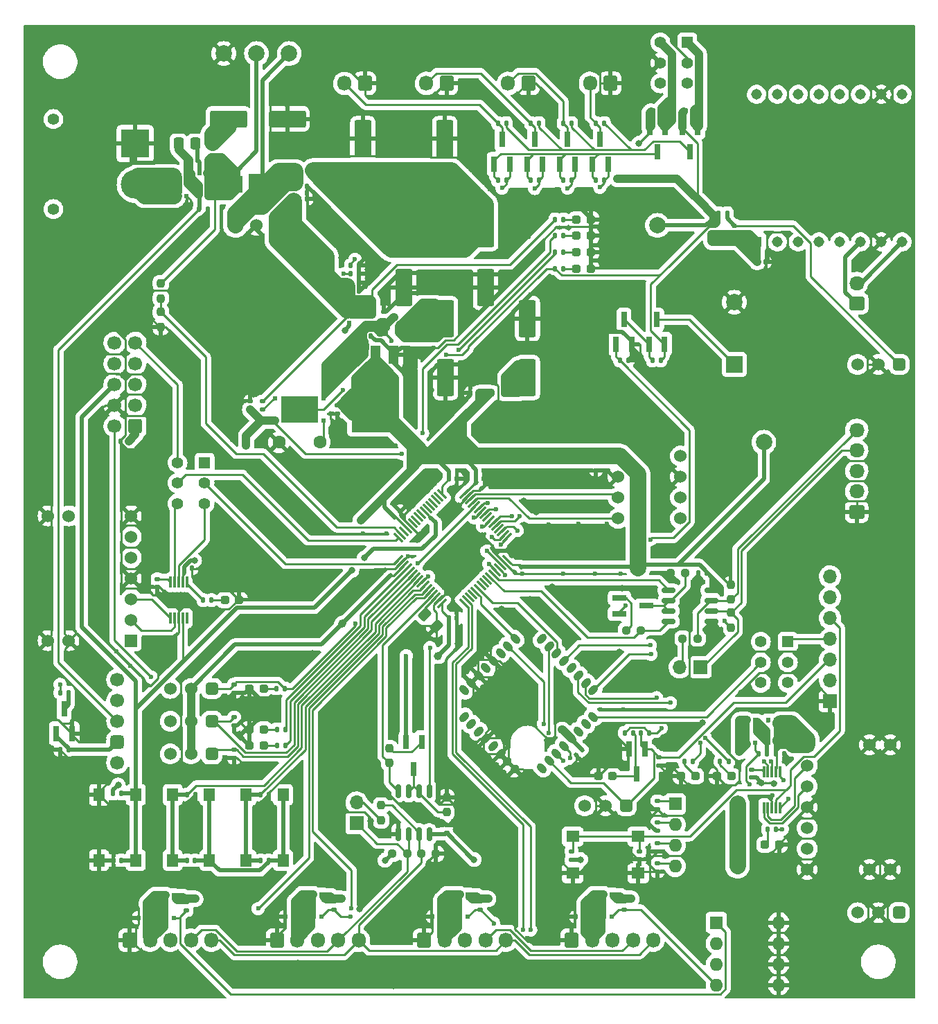
<source format=gbr>
%TF.GenerationSoftware,KiCad,Pcbnew,(6.0.11)*%
%TF.CreationDate,2023-09-12T01:08:27+09:00*%
%TF.ProjectId,Main,4d61696e-2e6b-4696-9361-645f70636258,rev?*%
%TF.SameCoordinates,Original*%
%TF.FileFunction,Copper,L1,Top*%
%TF.FilePolarity,Positive*%
%FSLAX46Y46*%
G04 Gerber Fmt 4.6, Leading zero omitted, Abs format (unit mm)*
G04 Created by KiCad (PCBNEW (6.0.11)) date 2023-09-12 01:08:27*
%MOMM*%
%LPD*%
G01*
G04 APERTURE LIST*
G04 Aperture macros list*
%AMRoundRect*
0 Rectangle with rounded corners*
0 $1 Rounding radius*
0 $2 $3 $4 $5 $6 $7 $8 $9 X,Y pos of 4 corners*
0 Add a 4 corners polygon primitive as box body*
4,1,4,$2,$3,$4,$5,$6,$7,$8,$9,$2,$3,0*
0 Add four circle primitives for the rounded corners*
1,1,$1+$1,$2,$3*
1,1,$1+$1,$4,$5*
1,1,$1+$1,$6,$7*
1,1,$1+$1,$8,$9*
0 Add four rect primitives between the rounded corners*
20,1,$1+$1,$2,$3,$4,$5,0*
20,1,$1+$1,$4,$5,$6,$7,0*
20,1,$1+$1,$6,$7,$8,$9,0*
20,1,$1+$1,$8,$9,$2,$3,0*%
%AMHorizOval*
0 Thick line with rounded ends*
0 $1 width*
0 $2 $3 position (X,Y) of the first rounded end (center of the circle)*
0 $4 $5 position (X,Y) of the second rounded end (center of the circle)*
0 Add line between two ends*
20,1,$1,$2,$3,$4,$5,0*
0 Add two circle primitives to create the rounded ends*
1,1,$1,$2,$3*
1,1,$1,$4,$5*%
G04 Aperture macros list end*
%TA.AperFunction,SMDPad,CuDef*%
%ADD10RoundRect,0.135000X-0.185000X0.135000X-0.185000X-0.135000X0.185000X-0.135000X0.185000X0.135000X0*%
%TD*%
%TA.AperFunction,ComponentPad*%
%ADD11RoundRect,0.381000X-0.381000X0.381000X-0.381000X-0.381000X0.381000X-0.381000X0.381000X0.381000X0*%
%TD*%
%TA.AperFunction,ComponentPad*%
%ADD12C,1.524000*%
%TD*%
%TA.AperFunction,SMDPad,CuDef*%
%ADD13RoundRect,0.140000X-0.140000X-0.170000X0.140000X-0.170000X0.140000X0.170000X-0.140000X0.170000X0*%
%TD*%
%TA.AperFunction,SMDPad,CuDef*%
%ADD14RoundRect,0.140000X-0.219203X-0.021213X-0.021213X-0.219203X0.219203X0.021213X0.021213X0.219203X0*%
%TD*%
%TA.AperFunction,SMDPad,CuDef*%
%ADD15R,0.800000X1.900000*%
%TD*%
%TA.AperFunction,SMDPad,CuDef*%
%ADD16RoundRect,0.135000X-0.135000X-0.185000X0.135000X-0.185000X0.135000X0.185000X-0.135000X0.185000X0*%
%TD*%
%TA.AperFunction,SMDPad,CuDef*%
%ADD17RoundRect,0.140000X0.140000X0.170000X-0.140000X0.170000X-0.140000X-0.170000X0.140000X-0.170000X0*%
%TD*%
%TA.AperFunction,ComponentPad*%
%ADD18RoundRect,0.250000X0.600000X0.675000X-0.600000X0.675000X-0.600000X-0.675000X0.600000X-0.675000X0*%
%TD*%
%TA.AperFunction,ComponentPad*%
%ADD19O,1.700000X1.850000*%
%TD*%
%TA.AperFunction,ComponentPad*%
%ADD20C,2.000000*%
%TD*%
%TA.AperFunction,SMDPad,CuDef*%
%ADD21RoundRect,0.135000X0.135000X0.185000X-0.135000X0.185000X-0.135000X-0.185000X0.135000X-0.185000X0*%
%TD*%
%TA.AperFunction,SMDPad,CuDef*%
%ADD22RoundRect,0.140000X-0.170000X0.140000X-0.170000X-0.140000X0.170000X-0.140000X0.170000X0.140000X0*%
%TD*%
%TA.AperFunction,SMDPad,CuDef*%
%ADD23R,1.600000X1.400000*%
%TD*%
%TA.AperFunction,SMDPad,CuDef*%
%ADD24RoundRect,0.237500X-0.250000X-0.237500X0.250000X-0.237500X0.250000X0.237500X-0.250000X0.237500X0*%
%TD*%
%TA.AperFunction,SMDPad,CuDef*%
%ADD25RoundRect,0.135000X0.185000X-0.135000X0.185000X0.135000X-0.185000X0.135000X-0.185000X-0.135000X0*%
%TD*%
%TA.AperFunction,SMDPad,CuDef*%
%ADD26RoundRect,0.250001X-0.799999X1.999999X-0.799999X-1.999999X0.799999X-1.999999X0.799999X1.999999X0*%
%TD*%
%TA.AperFunction,SMDPad,CuDef*%
%ADD27RoundRect,0.140000X0.170000X-0.140000X0.170000X0.140000X-0.170000X0.140000X-0.170000X-0.140000X0*%
%TD*%
%TA.AperFunction,SMDPad,CuDef*%
%ADD28R,0.620000X0.575000*%
%TD*%
%TA.AperFunction,ComponentPad*%
%ADD29R,1.700000X1.700000*%
%TD*%
%TA.AperFunction,ComponentPad*%
%ADD30O,1.700000X1.700000*%
%TD*%
%TA.AperFunction,SMDPad,CuDef*%
%ADD31RoundRect,0.250001X-1.999999X-0.799999X1.999999X-0.799999X1.999999X0.799999X-1.999999X0.799999X0*%
%TD*%
%TA.AperFunction,SMDPad,CuDef*%
%ADD32RoundRect,0.237500X-0.287500X-0.237500X0.287500X-0.237500X0.287500X0.237500X-0.287500X0.237500X0*%
%TD*%
%TA.AperFunction,SMDPad,CuDef*%
%ADD33RoundRect,0.237500X-0.237500X0.250000X-0.237500X-0.250000X0.237500X-0.250000X0.237500X0.250000X0*%
%TD*%
%TA.AperFunction,SMDPad,CuDef*%
%ADD34RoundRect,0.237500X0.237500X-0.250000X0.237500X0.250000X-0.237500X0.250000X-0.237500X-0.250000X0*%
%TD*%
%TA.AperFunction,SMDPad,CuDef*%
%ADD35RoundRect,0.140000X0.021213X-0.219203X0.219203X-0.021213X-0.021213X0.219203X-0.219203X0.021213X0*%
%TD*%
%TA.AperFunction,ComponentPad*%
%ADD36R,1.600000X1.600000*%
%TD*%
%TA.AperFunction,ComponentPad*%
%ADD37O,1.600000X1.600000*%
%TD*%
%TA.AperFunction,SMDPad,CuDef*%
%ADD38RoundRect,0.237500X0.250000X0.237500X-0.250000X0.237500X-0.250000X-0.237500X0.250000X-0.237500X0*%
%TD*%
%TA.AperFunction,ComponentPad*%
%ADD39RoundRect,0.250000X-0.600000X-0.675000X0.600000X-0.675000X0.600000X0.675000X-0.600000X0.675000X0*%
%TD*%
%TA.AperFunction,SMDPad,CuDef*%
%ADD40RoundRect,0.250001X0.799999X-1.999999X0.799999X1.999999X-0.799999X1.999999X-0.799999X-1.999999X0*%
%TD*%
%TA.AperFunction,SMDPad,CuDef*%
%ADD41RoundRect,0.237500X0.287500X0.237500X-0.287500X0.237500X-0.287500X-0.237500X0.287500X-0.237500X0*%
%TD*%
%TA.AperFunction,ComponentPad*%
%ADD42R,1.400000X1.400000*%
%TD*%
%TA.AperFunction,ComponentPad*%
%ADD43C,1.400000*%
%TD*%
%TA.AperFunction,ComponentPad*%
%ADD44RoundRect,0.250000X0.675000X-0.600000X0.675000X0.600000X-0.675000X0.600000X-0.675000X-0.600000X0*%
%TD*%
%TA.AperFunction,ComponentPad*%
%ADD45O,1.850000X1.700000*%
%TD*%
%TA.AperFunction,SMDPad,CuDef*%
%ADD46RoundRect,0.140000X-0.021213X0.219203X-0.219203X0.021213X0.021213X-0.219203X0.219203X-0.021213X0*%
%TD*%
%TA.AperFunction,SMDPad,CuDef*%
%ADD47RoundRect,0.140000X0.219203X0.021213X0.021213X0.219203X-0.219203X-0.021213X-0.021213X-0.219203X0*%
%TD*%
%TA.AperFunction,SMDPad,CuDef*%
%ADD48R,1.200000X2.200000*%
%TD*%
%TA.AperFunction,SMDPad,CuDef*%
%ADD49R,5.800000X6.400000*%
%TD*%
%TA.AperFunction,ComponentPad*%
%ADD50R,1.524000X1.524000*%
%TD*%
%TA.AperFunction,ComponentPad*%
%ADD51RoundRect,0.250000X0.600000X0.600000X-0.600000X0.600000X-0.600000X-0.600000X0.600000X-0.600000X0*%
%TD*%
%TA.AperFunction,ComponentPad*%
%ADD52C,1.700000*%
%TD*%
%TA.AperFunction,ComponentPad*%
%ADD53RoundRect,0.381000X0.381000X-0.381000X0.381000X0.381000X-0.381000X0.381000X-0.381000X-0.381000X0*%
%TD*%
%TA.AperFunction,SMDPad,CuDef*%
%ADD54R,1.800000X0.800000*%
%TD*%
%TA.AperFunction,SMDPad,CuDef*%
%ADD55R,0.800000X1.800000*%
%TD*%
%TA.AperFunction,SMDPad,CuDef*%
%ADD56R,3.400000X2.600000*%
%TD*%
%TA.AperFunction,SMDPad,CuDef*%
%ADD57R,1.500000X2.000000*%
%TD*%
%TA.AperFunction,SMDPad,CuDef*%
%ADD58R,0.300000X1.400000*%
%TD*%
%TA.AperFunction,SMDPad,CuDef*%
%ADD59R,1.400000X1.600000*%
%TD*%
%TA.AperFunction,SMDPad,CuDef*%
%ADD60RoundRect,0.075000X-0.548008X0.441942X0.441942X-0.548008X0.548008X-0.441942X-0.441942X0.548008X0*%
%TD*%
%TA.AperFunction,SMDPad,CuDef*%
%ADD61RoundRect,0.075000X-0.548008X-0.441942X-0.441942X-0.548008X0.548008X0.441942X0.441942X0.548008X0*%
%TD*%
%TA.AperFunction,SMDPad,CuDef*%
%ADD62RoundRect,0.150000X-0.150000X0.675000X-0.150000X-0.675000X0.150000X-0.675000X0.150000X0.675000X0*%
%TD*%
%TA.AperFunction,ComponentPad*%
%ADD63R,3.500000X3.500000*%
%TD*%
%TA.AperFunction,ComponentPad*%
%ADD64C,3.500000*%
%TD*%
%TA.AperFunction,SMDPad,CuDef*%
%ADD65R,0.575000X0.620000*%
%TD*%
%TA.AperFunction,ComponentPad*%
%ADD66RoundRect,0.425000X0.425000X0.425000X-0.425000X0.425000X-0.425000X-0.425000X0.425000X-0.425000X0*%
%TD*%
%TA.AperFunction,ComponentPad*%
%ADD67R,2.000000X2.000000*%
%TD*%
%TA.AperFunction,SMDPad,CuDef*%
%ADD68RoundRect,0.250000X0.574524X0.097227X0.097227X0.574524X-0.574524X-0.097227X-0.097227X-0.574524X0*%
%TD*%
%TA.AperFunction,ComponentPad*%
%ADD69R,1.308000X1.308000*%
%TD*%
%TA.AperFunction,ComponentPad*%
%ADD70C,1.308000*%
%TD*%
%TA.AperFunction,SMDPad,CuDef*%
%ADD71HorizOval,0.900000X-0.176777X0.176777X0.176777X-0.176777X0*%
%TD*%
%TA.AperFunction,SMDPad,CuDef*%
%ADD72HorizOval,0.900000X0.176777X0.176777X-0.176777X-0.176777X0*%
%TD*%
%TA.AperFunction,SMDPad,CuDef*%
%ADD73HorizOval,0.900000X0.106066X0.106066X-0.106066X-0.106066X0*%
%TD*%
%TA.AperFunction,SMDPad,CuDef*%
%ADD74RoundRect,0.250000X-0.337500X-0.475000X0.337500X-0.475000X0.337500X0.475000X-0.337500X0.475000X0*%
%TD*%
%TA.AperFunction,ComponentPad*%
%ADD75C,1.600000*%
%TD*%
%TA.AperFunction,SMDPad,CuDef*%
%ADD76RoundRect,0.150000X-0.675000X-0.150000X0.675000X-0.150000X0.675000X0.150000X-0.675000X0.150000X0*%
%TD*%
%TA.AperFunction,ViaPad*%
%ADD77C,0.800000*%
%TD*%
%TA.AperFunction,ViaPad*%
%ADD78C,0.600000*%
%TD*%
%TA.AperFunction,ViaPad*%
%ADD79C,1.000000*%
%TD*%
%TA.AperFunction,ViaPad*%
%ADD80C,2.000000*%
%TD*%
%TA.AperFunction,Conductor*%
%ADD81C,0.250000*%
%TD*%
%TA.AperFunction,Conductor*%
%ADD82C,0.500000*%
%TD*%
%TA.AperFunction,Conductor*%
%ADD83C,2.000000*%
%TD*%
%TA.AperFunction,Conductor*%
%ADD84C,1.000000*%
%TD*%
G04 APERTURE END LIST*
D10*
%TO.P,R47,1*%
%TO.N,Slide_Switch1*%
X125210000Y-134860000D03*
%TO.P,R47,2*%
%TO.N,GND*%
X125210000Y-135880000D03*
%TD*%
D11*
%TO.P,SW5,1,A*%
%TO.N,PRG*%
X173130000Y-145670000D03*
D12*
%TO.P,SW5,2,B*%
%TO.N,GND*%
X170590000Y-145670000D03*
%TO.P,SW5,3,C*%
%TO.N,unconnected-(SW5-Pad3)*%
X168050000Y-145670000D03*
%TD*%
D13*
%TO.P,C2,1*%
%TO.N,/Twe_VBUS*%
X191450000Y-139340000D03*
%TO.P,C2,2*%
%TO.N,GND*%
X192410000Y-139340000D03*
%TD*%
D14*
%TO.P,C27,1*%
%TO.N,+3.3V*%
X154764499Y-106216786D03*
%TO.P,C27,2*%
%TO.N,GND*%
X155443321Y-106895608D03*
%TD*%
D10*
%TO.P,R26,1*%
%TO.N,/VSYS*%
X128680000Y-96230000D03*
%TO.P,R26,2*%
%TO.N,Net-(C19-Pad2)*%
X128680000Y-97250000D03*
%TD*%
D15*
%TO.P,Q6,1,G*%
%TO.N,PRG*%
X175390000Y-138740000D03*
%TO.P,Q6,2,S*%
%TO.N,GND*%
X173490000Y-138740000D03*
%TO.P,Q6,3,D*%
%TO.N,Net-(D6-Pad2)*%
X174440000Y-141740000D03*
%TD*%
D16*
%TO.P,R56,1*%
%TO.N,+5V*%
X180430000Y-60740000D03*
%TO.P,R56,2*%
%TO.N,Net-(Q15-Pad1)*%
X181450000Y-60740000D03*
%TD*%
D17*
%TO.P,C35,1*%
%TO.N,MD1_Pw*%
X114488656Y-159352000D03*
%TO.P,C35,2*%
%TO.N,GND*%
X113528656Y-159352000D03*
%TD*%
D18*
%TO.P,J14,1,Pin_1*%
%TO.N,GND*%
X161190000Y-57390001D03*
D19*
%TO.P,J14,2,Pin_2*%
%TO.N,Display3_H*%
X158690000Y-57390001D03*
%TD*%
D20*
%TO.P,TP4,1,1*%
%TO.N,+3.3V*%
X189940000Y-101240000D03*
%TD*%
D17*
%TO.P,C37,1*%
%TO.N,MD3_Pw*%
X150420000Y-159240000D03*
%TO.P,C37,2*%
%TO.N,GND*%
X149460000Y-159240000D03*
%TD*%
D21*
%TO.P,R46,1*%
%TO.N,GND*%
X120450000Y-144330000D03*
%TO.P,R46,2*%
%TO.N,Tact_Switch1*%
X119430000Y-144330000D03*
%TD*%
D22*
%TO.P,C7,1*%
%TO.N,Net-(C7-Pad1)*%
X115830000Y-117952164D03*
%TO.P,C7,2*%
%TO.N,GND*%
X115830000Y-118912164D03*
%TD*%
D23*
%TO.P,SW4,1,A*%
%TO.N,RST*%
X166590000Y-149420000D03*
X174590000Y-149420000D03*
%TO.P,SW4,2,B*%
%TO.N,GND*%
X166590000Y-153920000D03*
X174590000Y-153920000D03*
%TD*%
D20*
%TO.P,TP2,1,1*%
%TO.N,VCC*%
X131940000Y-53740000D03*
%TD*%
D24*
%TO.P,R74,1*%
%TO.N,Net-(Q26-Pad1)*%
X173115000Y-124240000D03*
%TO.P,R74,2*%
%TO.N,MainTX1_UIRX*%
X174940000Y-124240000D03*
%TD*%
D15*
%TO.P,Q16,1,G*%
%TO.N,Net-(Q16-Pad1)*%
X177890000Y-62740000D03*
%TO.P,Q16,2,S*%
%TO.N,+3.3V*%
X175990000Y-62740000D03*
%TO.P,Q16,3,D*%
%TO.N,Display_Pw_L*%
X176940000Y-65740000D03*
%TD*%
D21*
%TO.P,R49,1*%
%TO.N,GND*%
X129450000Y-144330000D03*
%TO.P,R49,2*%
%TO.N,Tact_Switch2*%
X128430000Y-144330000D03*
%TD*%
D16*
%TO.P,R8,1*%
%TO.N,Net-(C4-Pad2)*%
X103930000Y-131830000D03*
%TO.P,R8,2*%
%TO.N,Net-(Q2-Pad3)*%
X104950000Y-131830000D03*
%TD*%
D17*
%TO.P,C33,1*%
%TO.N,+3.3V*%
X129420000Y-152330000D03*
%TO.P,C33,2*%
%TO.N,Tact_Switch2*%
X128460000Y-152330000D03*
%TD*%
D24*
%TO.P,R78,1*%
%TO.N,Net-(JP1-Pad2)*%
X180027500Y-125240000D03*
%TO.P,R78,2*%
%TO.N,RS485_UI_B*%
X181852500Y-125240000D03*
%TD*%
D25*
%TO.P,R33,1*%
%TO.N,GND*%
X176940000Y-153750000D03*
%TO.P,R33,2*%
%TO.N,Twe_SW4*%
X176940000Y-152730000D03*
%TD*%
D26*
%TO.P,C14,1*%
%TO.N,Net-(C10-Pad1)*%
X145940000Y-75140000D03*
%TO.P,C14,2*%
%TO.N,GND*%
X145940000Y-82340000D03*
%TD*%
D20*
%TO.P,TP5,1,1*%
%TO.N,GND*%
X123940000Y-53740000D03*
%TD*%
D27*
%TO.P,C34,1*%
%TO.N,+3.3V*%
X151170000Y-149010000D03*
%TO.P,C34,2*%
%TO.N,GND*%
X151170000Y-148050000D03*
%TD*%
D28*
%TO.P,Q11,1,D*%
%TO.N,IndicatorLED*%
X134230000Y-98628000D03*
%TO.P,Q11,2,D*%
X135180000Y-98628000D03*
%TO.P,Q11,3,G*%
%TO.N,Net-(C19-Pad2)*%
X136130000Y-98628000D03*
%TO.P,Q11,4,S*%
%TO.N,+5V*%
X136130000Y-95852000D03*
%TO.P,Q11,5,D*%
%TO.N,IndicatorLED*%
X135180000Y-95852000D03*
%TO.P,Q11,6,D*%
X134230000Y-95852000D03*
%TD*%
D16*
%TO.P,R51,1*%
%TO.N,Net-(D16-Pad2)*%
X130430000Y-138330000D03*
%TO.P,R51,2*%
%TO.N,LED2*%
X131450000Y-138330000D03*
%TD*%
%TO.P,R42,1*%
%TO.N,Net-(D13-Pad2)*%
X180225000Y-140240000D03*
%TO.P,R42,2*%
%TO.N,Twe_LED1*%
X181245000Y-140240000D03*
%TD*%
D25*
%TO.P,R23,1*%
%TO.N,GND*%
X177140000Y-140750000D03*
%TO.P,R23,2*%
%TO.N,PRG*%
X177140000Y-139730000D03*
%TD*%
D29*
%TO.P,JP3,1,A*%
%TO.N,RS485_MD_A*%
X140170000Y-147805000D03*
D30*
%TO.P,JP3,2,B*%
%TO.N,Net-(JP3-Pad2)*%
X140170000Y-145265000D03*
%TD*%
D28*
%TO.P,Q18,1,D*%
%TO.N,MD2_Pw*%
X133990000Y-159240000D03*
%TO.P,Q18,2,D*%
X134940000Y-159240000D03*
%TO.P,Q18,3,G*%
%TO.N,MD2*%
X135890000Y-159240000D03*
%TO.P,Q18,4,S*%
%TO.N,VBUS*%
X135890000Y-156464000D03*
%TO.P,Q18,5,D*%
%TO.N,MD2_Pw*%
X134940000Y-156464000D03*
%TO.P,Q18,6,D*%
X133990000Y-156464000D03*
%TD*%
D20*
%TO.P,TP1,1,1*%
%TO.N,VDD*%
X127940000Y-53740000D03*
%TD*%
D21*
%TO.P,R12,1*%
%TO.N,\u4E3B\u96FB\u6E90\u30B9\u30A4\u30C3\u30C1*%
X104950000Y-138830000D03*
%TO.P,R12,2*%
%TO.N,GND*%
X103930000Y-138830000D03*
%TD*%
D31*
%TO.P,C9,1*%
%TO.N,Net-(C9-Pad1)*%
X124489998Y-61740000D03*
%TO.P,C9,2*%
%TO.N,GND*%
X131689998Y-61740000D03*
%TD*%
D13*
%TO.P,C23,1*%
%TO.N,+3.3V*%
X151460000Y-122740000D03*
%TO.P,C23,2*%
%TO.N,GND*%
X152420000Y-122740000D03*
%TD*%
D32*
%TO.P,D16,1,K*%
%TO.N,GND*%
X127065000Y-138330000D03*
%TO.P,D16,2,A*%
%TO.N,Net-(D16-Pad2)*%
X128815000Y-138330000D03*
%TD*%
D25*
%TO.P,R21,1*%
%TO.N,+3.3V*%
X166440000Y-152250000D03*
%TO.P,R21,2*%
%TO.N,RST*%
X166440000Y-151230000D03*
%TD*%
D33*
%TO.P,R11,1*%
%TO.N,V_Measure*%
X116240000Y-85327500D03*
%TO.P,R11,2*%
%TO.N,GND*%
X116240000Y-87152500D03*
%TD*%
D34*
%TO.P,R55,1*%
%TO.N,Net-(Q14-Pad3)*%
X151170000Y-146442500D03*
%TO.P,R55,2*%
%TO.N,GND*%
X151170000Y-144617500D03*
%TD*%
D32*
%TO.P,D13,1,K*%
%TO.N,GND*%
X179860000Y-142040000D03*
%TO.P,D13,2,A*%
%TO.N,Net-(D13-Pad2)*%
X181610000Y-142040000D03*
%TD*%
D35*
%TO.P,C30,1*%
%TO.N,+3.3V*%
X144800589Y-110379411D03*
%TO.P,C30,2*%
%TO.N,GND*%
X145479411Y-109700589D03*
%TD*%
D25*
%TO.P,R59,1*%
%TO.N,MD2*%
X137400000Y-158362000D03*
%TO.P,R59,2*%
%TO.N,VBUS*%
X137400000Y-157342000D03*
%TD*%
D17*
%TO.P,C36,1*%
%TO.N,MD2_Pw*%
X132440000Y-159240000D03*
%TO.P,C36,2*%
%TO.N,GND*%
X131480000Y-159240000D03*
%TD*%
D36*
%TO.P,SW13,1*%
%TO.N,MD1*%
X184140000Y-159940000D03*
D37*
%TO.P,SW13,2*%
%TO.N,MD2*%
X184140000Y-162480000D03*
%TO.P,SW13,3*%
%TO.N,MD3*%
X184140000Y-165020000D03*
%TO.P,SW13,4*%
%TO.N,MD4*%
X184140000Y-167560000D03*
%TO.P,SW13,5*%
%TO.N,GND*%
X191760000Y-167560000D03*
%TO.P,SW13,6*%
X191760000Y-165020000D03*
%TO.P,SW13,7*%
X191760000Y-162480000D03*
%TO.P,SW13,8*%
X191760000Y-159940000D03*
%TD*%
D21*
%TO.P,R28,1*%
%TO.N,GND*%
X140450000Y-80680000D03*
%TO.P,R28,2*%
%TO.N,Net-(Q10-Pad3)*%
X139430000Y-80680000D03*
%TD*%
D22*
%TO.P,C32,1*%
%TO.N,+3.3V*%
X169440000Y-103700000D03*
%TO.P,C32,2*%
%TO.N,GND*%
X169440000Y-104660000D03*
%TD*%
D35*
%TO.P,C24,1*%
%TO.N,GND*%
X167013223Y-139493223D03*
%TO.P,C24,2*%
%TO.N,+3.3V*%
X167692045Y-138814401D03*
%TD*%
D25*
%TO.P,R64,1*%
%TO.N,MD4*%
X172850000Y-158362000D03*
%TO.P,R64,2*%
%TO.N,VBUS*%
X172850000Y-157342000D03*
%TD*%
D16*
%TO.P,R38,1*%
%TO.N,+3.3V*%
X110430000Y-144180000D03*
%TO.P,R38,2*%
%TO.N,NRST*%
X111450000Y-144180000D03*
%TD*%
%TO.P,R41,1*%
%TO.N,GND*%
X154122718Y-95240000D03*
%TO.P,R41,2*%
%TO.N,+3.3V*%
X155142718Y-95240000D03*
%TD*%
D15*
%TO.P,Q13,1,G*%
%TO.N,Net-(Q12-Pad3)*%
X175890000Y-89240000D03*
%TO.P,Q13,2,S*%
%TO.N,+5V*%
X177790000Y-89240000D03*
%TO.P,Q13,3,D*%
%TO.N,Net-(LS1-Pad1)*%
X176840000Y-86240000D03*
%TD*%
D36*
%TO.P,SW6,1*%
%TO.N,Twe_SW1*%
X179100000Y-145440000D03*
D37*
%TO.P,SW6,2*%
%TO.N,Twe_SW2*%
X179100000Y-147980000D03*
%TO.P,SW6,3*%
%TO.N,Twe_SW3*%
X179100000Y-150520000D03*
%TO.P,SW6,4*%
%TO.N,Twe_SW4*%
X179100000Y-153060000D03*
%TO.P,SW6,5*%
%TO.N,+3.3V*%
X186720000Y-153060000D03*
%TO.P,SW6,6*%
X186720000Y-150520000D03*
%TO.P,SW6,7*%
X186720000Y-147980000D03*
%TO.P,SW6,8*%
X186720000Y-145440000D03*
%TD*%
D16*
%TO.P,R57,1*%
%TO.N,+3.3V*%
X176430000Y-60740000D03*
%TO.P,R57,2*%
%TO.N,Net-(Q16-Pad1)*%
X177450000Y-60740000D03*
%TD*%
D38*
%TO.P,R75,1*%
%TO.N,Net-(Q26-Pad3)*%
X180352500Y-117240000D03*
%TO.P,R75,2*%
%TO.N,GND*%
X178527500Y-117240000D03*
%TD*%
D17*
%TO.P,C8,1*%
%TO.N,VBUS*%
X112320000Y-101140000D03*
%TO.P,C8,2*%
%TO.N,GND*%
X111360000Y-101140000D03*
%TD*%
D15*
%TO.P,Q23,1,G*%
%TO.N,Display_Pw_L*%
X164990000Y-67240000D03*
%TO.P,Q23,2,S*%
%TO.N,Display3_L*%
X166890000Y-67240000D03*
%TO.P,Q23,3,D*%
%TO.N,Display3_H*%
X165940000Y-64240000D03*
%TD*%
D39*
%TO.P,J7,1,Pin_1*%
%TO.N,GND*%
X130440000Y-162090000D03*
D19*
%TO.P,J7,2,Pin_2*%
%TO.N,MD2_Pw*%
X132940000Y-162090000D03*
%TO.P,J7,3,Pin_3*%
%TO.N,Net-(J7-Pad3)*%
X135440000Y-162090000D03*
%TO.P,J7,4,Pin_4*%
%TO.N,RS485_MD_A*%
X137940000Y-162090000D03*
%TO.P,J7,5,Pin_5*%
%TO.N,RS485_MD_B*%
X140440000Y-162090000D03*
%TD*%
D34*
%TO.P,R62,1*%
%TO.N,Net-(JP3-Pad2)*%
X143170000Y-147442500D03*
%TO.P,R62,2*%
%TO.N,RS485_MD_B*%
X143170000Y-145617500D03*
%TD*%
D40*
%TO.P,C10,1*%
%TO.N,Net-(C10-Pad1)*%
X140940000Y-71340000D03*
%TO.P,C10,2*%
%TO.N,GND*%
X140940000Y-64140000D03*
%TD*%
D41*
%TO.P,D10,1,K*%
%TO.N,GND*%
X168815000Y-78010000D03*
%TO.P,D10,2,A*%
%TO.N,Net-(D10-Pad2)*%
X167065000Y-78010000D03*
%TD*%
D42*
%TO.P,SW14,1,A*%
%TO.N,Net-(Q15-Pad1)*%
X180590000Y-52392501D03*
D43*
%TO.P,SW14,2,B*%
%TO.N,GND*%
X180590000Y-54892501D03*
%TO.P,SW14,3,C*%
%TO.N,unconnected-(SW14-Pad3)*%
X180590000Y-57392501D03*
%TO.P,SW14,4,A*%
%TO.N,Net-(Q16-Pad1)*%
X177290000Y-52392501D03*
%TO.P,SW14,5,B*%
%TO.N,GND*%
X177290000Y-54892501D03*
%TO.P,SW14,6,C*%
%TO.N,unconnected-(SW14-Pad6)*%
X177290000Y-57392501D03*
%TD*%
D44*
%TO.P,J10,1,Pin_1*%
%TO.N,GND*%
X201290000Y-109740000D03*
D45*
%TO.P,J10,2,Pin_2*%
%TO.N,unconnected-(J10-Pad2)*%
X201290000Y-107240000D03*
%TO.P,J10,3,Pin_3*%
%TO.N,Net-(J10-Pad3)*%
X201290000Y-104740000D03*
%TO.P,J10,4,Pin_4*%
%TO.N,RS485_UI_A*%
X201290000Y-102240000D03*
%TO.P,J10,5,Pin_5*%
%TO.N,RS485_UI_B*%
X201290000Y-99740000D03*
%TD*%
D46*
%TO.P,C22,1*%
%TO.N,+3.3V*%
X160219411Y-116440589D03*
%TO.P,C22,2*%
%TO.N,GND*%
X159540589Y-117119411D03*
%TD*%
D25*
%TO.P,R30,1*%
%TO.N,GND*%
X176940000Y-146103641D03*
%TO.P,R30,2*%
%TO.N,Twe_SW1*%
X176940000Y-145083641D03*
%TD*%
D11*
%TO.P,SW10,1,A*%
%TO.N,Slide_Switch1*%
X122480000Y-135330000D03*
D12*
%TO.P,SW10,2,B*%
%TO.N,+3.3V*%
X119940000Y-135330000D03*
%TO.P,SW10,3,C*%
%TO.N,unconnected-(SW10-Pad3)*%
X117400000Y-135330000D03*
%TD*%
D11*
%TO.P,SW15,1,A*%
%TO.N,Net-(Q25-Pad3)*%
X206480000Y-91740000D03*
D12*
%TO.P,SW15,2,B*%
%TO.N,GND*%
X203940000Y-91740000D03*
%TO.P,SW15,3,C*%
%TO.N,unconnected-(SW15-Pad3)*%
X201400000Y-91740000D03*
%TD*%
D16*
%TO.P,R39,1*%
%TO.N,Net-(D12-Pad2)*%
X130340000Y-131330000D03*
%TO.P,R39,2*%
%TO.N,BOOT0*%
X131360000Y-131330000D03*
%TD*%
D13*
%TO.P,C21,1*%
%TO.N,+3.3V*%
X151460000Y-105740000D03*
%TO.P,C21,2*%
%TO.N,GND*%
X152420000Y-105740000D03*
%TD*%
D41*
%TO.P,D1,1,K*%
%TO.N,GND*%
X191805000Y-150420000D03*
%TO.P,D1,2,A*%
%TO.N,Net-(D1-Pad2)*%
X190055000Y-150420000D03*
%TD*%
D44*
%TO.P,J12,1,Pin_1*%
%TO.N,SPK1*%
X201290000Y-84290000D03*
D45*
%TO.P,J12,2,Pin_2*%
%TO.N,SPK2*%
X201290000Y-81790000D03*
%TD*%
D25*
%TO.P,R58,1*%
%TO.N,MD1*%
X119390000Y-158473500D03*
%TO.P,R58,2*%
%TO.N,VBUS*%
X119390000Y-157453500D03*
%TD*%
D16*
%TO.P,R53,1*%
%TO.N,Buzzer*%
X172330000Y-91240000D03*
%TO.P,R53,2*%
%TO.N,GND*%
X173350000Y-91240000D03*
%TD*%
D25*
%TO.P,R32,1*%
%TO.N,GND*%
X176940000Y-151250000D03*
%TO.P,R32,2*%
%TO.N,Twe_SW3*%
X176940000Y-150230000D03*
%TD*%
D47*
%TO.P,C28,1*%
%TO.N,+3.3V*%
X144279411Y-117579411D03*
%TO.P,C28,2*%
%TO.N,GND*%
X143600589Y-116900589D03*
%TD*%
D17*
%TO.P,C38,1*%
%TO.N,MD4_Pw*%
X167940000Y-159240000D03*
%TO.P,C38,2*%
%TO.N,GND*%
X166980000Y-159240000D03*
%TD*%
D13*
%TO.P,C15,1*%
%TO.N,/VSYS*%
X133140000Y-71510000D03*
%TO.P,C15,2*%
%TO.N,GND*%
X134100000Y-71510000D03*
%TD*%
D32*
%TO.P,D15,1,K*%
%TO.N,GND*%
X127065000Y-136330000D03*
%TO.P,D15,2,A*%
%TO.N,Net-(D15-Pad2)*%
X128815000Y-136330000D03*
%TD*%
D41*
%TO.P,D8,1,K*%
%TO.N,GND*%
X168815000Y-74010000D03*
%TO.P,D8,2,A*%
%TO.N,Net-(D8-Pad2)*%
X167065000Y-74010000D03*
%TD*%
D15*
%TO.P,Q12,1,G*%
%TO.N,Buzzer*%
X171890000Y-89240000D03*
%TO.P,Q12,2,S*%
%TO.N,GND*%
X173790000Y-89240000D03*
%TO.P,Q12,3,D*%
%TO.N,Net-(Q12-Pad3)*%
X172840000Y-86240000D03*
%TD*%
D28*
%TO.P,Q1,1,D*%
%TO.N,+12V*%
X117440000Y-71128000D03*
%TO.P,Q1,2,D*%
X118390000Y-71128000D03*
%TO.P,Q1,3,G*%
%TO.N,GND*%
X119340000Y-71128000D03*
%TO.P,Q1,4,S*%
%TO.N,/S-S*%
X119340000Y-68352000D03*
%TO.P,Q1,5,D*%
%TO.N,+12V*%
X118390000Y-68352000D03*
%TO.P,Q1,6,D*%
X117440000Y-68352000D03*
%TD*%
D16*
%TO.P,R43,1*%
%TO.N,Net-(D14-Pad2)*%
X184600000Y-140240000D03*
%TO.P,R43,2*%
%TO.N,Twe_LED2*%
X185620000Y-140240000D03*
%TD*%
D21*
%TO.P,R52,1*%
%TO.N,+5V*%
X177350000Y-91240000D03*
%TO.P,R52,2*%
%TO.N,Net-(Q12-Pad3)*%
X176330000Y-91240000D03*
%TD*%
D16*
%TO.P,R4,1*%
%TO.N,/S-S*%
X120930000Y-72740000D03*
%TO.P,R4,2*%
%TO.N,GND*%
X121950000Y-72740000D03*
%TD*%
D24*
%TO.P,R17,1*%
%TO.N,+5V*%
X143527500Y-87796585D03*
%TO.P,R17,2*%
%TO.N,Net-(C16-Pad1)*%
X145352500Y-87796585D03*
%TD*%
D21*
%TO.P,R18,1*%
%TO.N,GND*%
X140450000Y-82740000D03*
%TO.P,R18,2*%
%TO.N,/VSYS*%
X139430000Y-82740000D03*
%TD*%
D40*
%TO.P,C17,1*%
%TO.N,Net-(C17-Pad1)*%
X161040000Y-93340000D03*
%TO.P,C17,2*%
%TO.N,GND*%
X161040000Y-86140000D03*
%TD*%
D10*
%TO.P,R40,1*%
%TO.N,BOOT0*%
X125210000Y-130820000D03*
%TO.P,R40,2*%
%TO.N,GND*%
X125210000Y-131840000D03*
%TD*%
D48*
%TO.P,U4,1,GND*%
%TO.N,GND*%
X144720000Y-90540000D03*
D49*
%TO.P,U4,2,VO*%
%TO.N,+3.3V*%
X142440000Y-96840000D03*
D48*
X142440000Y-90540000D03*
%TO.P,U4,3,VI*%
%TO.N,+5V*%
X140160000Y-90540000D03*
%TD*%
D26*
%TO.P,C16,1*%
%TO.N,Net-(C16-Pad1)*%
X151040000Y-86140000D03*
%TO.P,C16,2*%
%TO.N,GND*%
X151040000Y-93340000D03*
%TD*%
D29*
%TO.P,JP1,1,A*%
%TO.N,RS485_UI_A*%
X182215000Y-128740000D03*
D30*
%TO.P,JP1,2,B*%
%TO.N,Net-(JP1-Pad2)*%
X179675000Y-128740000D03*
%TD*%
D17*
%TO.P,C31,1*%
%TO.N,+3.3V*%
X120420000Y-152330000D03*
%TO.P,C31,2*%
%TO.N,Tact_Switch1*%
X119460000Y-152330000D03*
%TD*%
D33*
%TO.P,R54,1*%
%TO.N,Net-(Q14-Pad1)*%
X144170000Y-138617500D03*
%TO.P,R54,2*%
%TO.N,MainTX3_MDRX*%
X144170000Y-140442500D03*
%TD*%
D28*
%TO.P,Q4,1,D*%
%TO.N,/Twe_VBUS*%
X192380000Y-135202000D03*
%TO.P,Q4,2,D*%
X191430000Y-135202000D03*
%TO.P,Q4,3,G*%
%TO.N,Net-(Q4-Pad3)*%
X190480000Y-135202000D03*
%TO.P,Q4,4,S*%
%TO.N,Net-(Q4-Pad4)*%
X190480000Y-137978000D03*
%TO.P,Q4,5,D*%
%TO.N,/Twe_VBUS*%
X191430000Y-137978000D03*
%TO.P,Q4,6,D*%
X192380000Y-137978000D03*
%TD*%
D16*
%TO.P,R19,1*%
%TO.N,+3.3V*%
X172930000Y-136740000D03*
%TO.P,R19,2*%
%TO.N,Net-(D6-Pad2)*%
X173950000Y-136740000D03*
%TD*%
D12*
%TO.P,J1,A1,GND*%
%TO.N,GND*%
X195250000Y-145835000D03*
X195250000Y-153455000D03*
D50*
%TO.P,J1,A4,VBUS*%
%TO.N,/Twe_VBUS*%
X195250000Y-138215000D03*
D12*
%TO.P,J1,A5,CC1*%
%TO.N,Net-(J1-PadA5)*%
X195250000Y-148375000D03*
%TO.P,J1,A6,D+*%
%TO.N,Net-(J1-PadA6)*%
X195250000Y-143295000D03*
%TO.P,J1,A7,D-*%
%TO.N,Net-(J1-PadA7)*%
X195250000Y-140755000D03*
%TO.P,J1,B5,CC2*%
%TO.N,Net-(J1-PadB5)*%
X195250000Y-150915000D03*
%TO.P,J1,S1,SHIELD*%
%TO.N,GND*%
X202870000Y-153455000D03*
X202870000Y-138215000D03*
X205410000Y-153455000D03*
X205410000Y-138215000D03*
%TD*%
D51*
%TO.P,J5,1,Pin_1*%
%TO.N,VBUS*%
X113137500Y-99240000D03*
D52*
%TO.P,J5,2,Pin_2*%
%TO.N,+3.3V*%
X110597500Y-99240000D03*
%TO.P,J5,3,Pin_3*%
%TO.N,TCK*%
X113137500Y-96700000D03*
%TO.P,J5,4,Pin_4*%
%TO.N,GND*%
X110597500Y-96700000D03*
%TO.P,J5,5,Pin_5*%
%TO.N,TMS*%
X113137500Y-94160000D03*
%TO.P,J5,6,Pin_6*%
%TO.N,NRST*%
X110597500Y-94160000D03*
%TO.P,J5,7,Pin_7*%
%TO.N,SWO*%
X113137500Y-91620000D03*
%TO.P,J5,8,Pin_8*%
%TO.N,STLinkTX*%
X110597500Y-91620000D03*
%TO.P,J5,9,Pin_9*%
%TO.N,STLinkRX*%
X113137500Y-89080000D03*
%TO.P,J5,10,Pin_10*%
%TO.N,unconnected-(J5-Pad10)*%
X110597500Y-89080000D03*
%TD*%
D32*
%TO.P,D12,1,K*%
%TO.N,GND*%
X127065000Y-131330000D03*
%TO.P,D12,2,A*%
%TO.N,Net-(D12-Pad2)*%
X128815000Y-131330000D03*
%TD*%
D53*
%TO.P,U3,1,VI*%
%TO.N,VCC*%
X125350000Y-74740000D03*
D12*
%TO.P,U3,2,GND*%
%TO.N,GND*%
X127890000Y-74740000D03*
%TO.P,U3,3,VO*%
%TO.N,/VSYS*%
X130430000Y-74740000D03*
%TD*%
D18*
%TO.P,J11,1,Pin_1*%
%TO.N,GND*%
X141190000Y-57390000D03*
D19*
%TO.P,J11,2,Pin_2*%
%TO.N,Display1_H*%
X138690000Y-57390000D03*
%TD*%
D16*
%TO.P,R6,1*%
%TO.N,/S-S*%
X119680000Y-66740000D03*
%TO.P,R6,2*%
%TO.N,Net-(C4-Pad2)*%
X120700000Y-66740000D03*
%TD*%
D28*
%TO.P,Q5,1,D*%
%TO.N,VBUS*%
X186980000Y-137978000D03*
%TO.P,Q5,2,D*%
X187930000Y-137978000D03*
%TO.P,Q5,3,G*%
%TO.N,Net-(Q4-Pad3)*%
X188880000Y-137978000D03*
%TO.P,Q5,4,S*%
%TO.N,Net-(Q4-Pad4)*%
X188880000Y-135202000D03*
%TO.P,Q5,5,D*%
%TO.N,VBUS*%
X187930000Y-135202000D03*
%TO.P,Q5,6,D*%
X186980000Y-135202000D03*
%TD*%
D25*
%TO.P,R31,1*%
%TO.N,GND*%
X176940000Y-148750000D03*
%TO.P,R31,2*%
%TO.N,Twe_SW2*%
X176940000Y-147730000D03*
%TD*%
D16*
%TO.P,R14,1*%
%TO.N,Net-(Q4-Pad3)*%
X189285000Y-139340000D03*
%TO.P,R14,2*%
%TO.N,Net-(Q4-Pad4)*%
X190305000Y-139340000D03*
%TD*%
D28*
%TO.P,Q3,1,D*%
%TO.N,VDD*%
X122840000Y-68352000D03*
%TO.P,Q3,2,D*%
X121890000Y-68352000D03*
%TO.P,Q3,3,G*%
%TO.N,Net-(C4-Pad2)*%
X120940000Y-68352000D03*
%TO.P,Q3,4,S*%
%TO.N,/S-S*%
X120940000Y-71128000D03*
%TO.P,Q3,5,D*%
%TO.N,VDD*%
X121890000Y-71128000D03*
%TO.P,Q3,6,D*%
X122840000Y-71128000D03*
%TD*%
D54*
%TO.P,Q26,1,B*%
%TO.N,Net-(Q26-Pad1)*%
X172290000Y-120290000D03*
%TO.P,Q26,2,E*%
%TO.N,+3.3V*%
X172290000Y-122190000D03*
%TO.P,Q26,3,C*%
%TO.N,Net-(Q26-Pad3)*%
X175590000Y-121240000D03*
%TD*%
D13*
%TO.P,C39,1*%
%TO.N,DFPlayer_Pw*%
X189150000Y-79220000D03*
%TO.P,C39,2*%
%TO.N,GND*%
X190110000Y-79220000D03*
%TD*%
D16*
%TO.P,R73,1*%
%TO.N,+5V*%
X184430000Y-73240000D03*
%TO.P,R73,2*%
%TO.N,Net-(Q25-Pad3)*%
X185450000Y-73240000D03*
%TD*%
D21*
%TO.P,R65,1*%
%TO.N,Display1_L*%
X158450000Y-69240000D03*
%TO.P,R65,2*%
%TO.N,Display_Pw_L*%
X157430000Y-69240000D03*
%TD*%
D12*
%TO.P,U7,2,GND*%
%TO.N,GND*%
X172130000Y-105470000D03*
X179750000Y-105470000D03*
%TO.P,U7,3,VDD*%
%TO.N,+3.3V*%
X172130000Y-102930000D03*
%TO.P,U7,11,~{RESET}*%
%TO.N,gyro_reset*%
X179750000Y-110550000D03*
%TO.P,U7,14,INT*%
%TO.N,unconnected-(U7-Pad14)*%
X179750000Y-108010000D03*
%TO.P,U7,19,COM1*%
%TO.N,I2C1_SCL*%
X172130000Y-110550000D03*
%TO.P,U7,20,COM0*%
%TO.N,I2C1_SDA*%
X172130000Y-108010000D03*
%TO.P,U7,28,VDDIO*%
%TO.N,unconnected-(U7-Pad28)*%
X179750000Y-102930000D03*
%TD*%
D32*
%TO.P,D14,1,K*%
%TO.N,GND*%
X184235000Y-142040000D03*
%TO.P,D14,2,A*%
%TO.N,Net-(D14-Pad2)*%
X185985000Y-142040000D03*
%TD*%
D42*
%TO.P,SW2,1,A*%
%TO.N,TweR3TX*%
X192880000Y-125632500D03*
D43*
%TO.P,SW2,2,B*%
%TO.N,TweWriteTX_TweRX0*%
X192880000Y-128132500D03*
%TO.P,SW2,3,C*%
%TO.N,TweUSBTX*%
X192880000Y-130632500D03*
%TO.P,SW2,4,A*%
%TO.N,TweR3RX*%
X189580000Y-125632500D03*
%TO.P,SW2,5,B*%
%TO.N,TweWriteRX_TweTX0*%
X189580000Y-128132500D03*
%TO.P,SW2,6,C*%
%TO.N,TweUSBRX*%
X189580000Y-130632500D03*
%TD*%
D21*
%TO.P,R15,1*%
%TO.N,GND*%
X134140000Y-69990000D03*
%TO.P,R15,2*%
%TO.N,VCC*%
X133120000Y-69990000D03*
%TD*%
%TO.P,R27,1*%
%TO.N,GND*%
X140450000Y-81710000D03*
%TO.P,R27,2*%
%TO.N,/VSYS*%
X139430000Y-81710000D03*
%TD*%
D55*
%TO.P,Q14,1,B*%
%TO.N,Net-(Q14-Pad1)*%
X148120000Y-137880000D03*
%TO.P,Q14,2,E*%
%TO.N,+3.3V*%
X146220000Y-137880000D03*
%TO.P,Q14,3,C*%
%TO.N,Net-(Q14-Pad3)*%
X147170000Y-141180000D03*
%TD*%
D56*
%TO.P,D4,1,K*%
%TO.N,VCC*%
X128650000Y-69740000D03*
D57*
%TO.P,D4,2,A*%
%TO.N,VDD*%
X125430000Y-69740000D03*
%TD*%
D13*
%TO.P,C6,1*%
%TO.N,VBUS*%
X119100000Y-116650000D03*
%TO.P,C6,2*%
%TO.N,GND*%
X120060000Y-116650000D03*
%TD*%
D58*
%TO.P,U2,1,UD+*%
%TO.N,Net-(J4-PadA6)*%
X117440000Y-122740000D03*
%TO.P,U2,2,UD-*%
%TO.N,Net-(J4-PadA7)*%
X117940000Y-122740000D03*
%TO.P,U2,3,GND*%
%TO.N,GND*%
X118440000Y-122740000D03*
%TO.P,U2,4,~{RTS}*%
%TO.N,NRST*%
X118940000Y-122740000D03*
%TO.P,U2,5,~{CTS}*%
%TO.N,unconnected-(U2-Pad5)*%
X119440000Y-122740000D03*
%TO.P,U2,6,TNOW*%
%TO.N,Net-(R9-Pad2)*%
X119440000Y-118340000D03*
%TO.P,U2,7,VCC*%
%TO.N,VBUS*%
X118940000Y-118340000D03*
%TO.P,U2,8,TXD*%
%TO.N,F446USBTX*%
X118440000Y-118340000D03*
%TO.P,U2,9,RXD*%
%TO.N,F446USBRX*%
X117940000Y-118340000D03*
%TO.P,U2,10,V3*%
%TO.N,Net-(C7-Pad1)*%
X117440000Y-118340000D03*
%TD*%
D33*
%TO.P,R10,1*%
%TO.N,VDD*%
X116240000Y-81827500D03*
%TO.P,R10,2*%
%TO.N,V_Measure*%
X116240000Y-83652500D03*
%TD*%
D59*
%TO.P,SW9,1,A*%
%TO.N,Tact_Switch1*%
X117690000Y-144330000D03*
X117690000Y-152330000D03*
%TO.P,SW9,2,B*%
%TO.N,+3.3V*%
X122190000Y-152330000D03*
X122190000Y-144330000D03*
%TD*%
D21*
%TO.P,R35,1*%
%TO.N,Net-(D9-Pad2)*%
X165450000Y-76010000D03*
%TO.P,R35,2*%
%TO.N,VBUS*%
X164430000Y-76010000D03*
%TD*%
D16*
%TO.P,R69,1*%
%TO.N,Display1_H*%
X157430000Y-62240000D03*
%TO.P,R69,2*%
%TO.N,Display_Pw_H*%
X158450000Y-62240000D03*
%TD*%
D17*
%TO.P,C26,1*%
%TO.N,NRST*%
X111420000Y-152330000D03*
%TO.P,C26,2*%
%TO.N,GND*%
X110460000Y-152330000D03*
%TD*%
D21*
%TO.P,R66,1*%
%TO.N,Display2_L*%
X162450000Y-69240000D03*
%TO.P,R66,2*%
%TO.N,Display_Pw_L*%
X161430000Y-69240000D03*
%TD*%
D60*
%TO.P,U6,1,VBAT*%
%TO.N,+3.3V*%
X150578819Y-107575519D03*
%TO.P,U6,2,PC13*%
%TO.N,unconnected-(U6-Pad2)*%
X150225266Y-107929072D03*
%TO.P,U6,3,PC14*%
%TO.N,unconnected-(U6-Pad3)*%
X149871713Y-108282625D03*
%TO.P,U6,4,PC15*%
%TO.N,unconnected-(U6-Pad4)*%
X149518159Y-108636179D03*
%TO.P,U6,5,PH0*%
%TO.N,unconnected-(U6-Pad5)*%
X149164606Y-108989732D03*
%TO.P,U6,6,PH1*%
%TO.N,unconnected-(U6-Pad6)*%
X148811052Y-109343286D03*
%TO.P,U6,7,NRST*%
%TO.N,NRST*%
X148457499Y-109696839D03*
%TO.P,U6,8,PC0*%
%TO.N,unconnected-(U6-Pad8)*%
X148103946Y-110050392D03*
%TO.P,U6,9,PC1*%
%TO.N,unconnected-(U6-Pad9)*%
X147750392Y-110403946D03*
%TO.P,U6,10,PC2*%
%TO.N,unconnected-(U6-Pad10)*%
X147396839Y-110757499D03*
%TO.P,U6,11,PC3*%
%TO.N,unconnected-(U6-Pad11)*%
X147043286Y-111111052D03*
%TO.P,U6,12,VSSA*%
%TO.N,GND*%
X146689732Y-111464606D03*
%TO.P,U6,13,VDDA*%
%TO.N,+3.3V*%
X146336179Y-111818159D03*
%TO.P,U6,14,PA0*%
%TO.N,unconnected-(U6-Pad14)*%
X145982625Y-112171713D03*
%TO.P,U6,15,PA1*%
%TO.N,V_Measure*%
X145629072Y-112525266D03*
%TO.P,U6,16,PA2*%
%TO.N,MainTX2_F446WriteRX*%
X145275519Y-112878819D03*
D61*
%TO.P,U6,17,PA3*%
%TO.N,MainRX2_F446WriteTX*%
X145275519Y-115601181D03*
%TO.P,U6,18,VSS*%
%TO.N,GND*%
X145629072Y-115954734D03*
%TO.P,U6,19,VDD*%
%TO.N,+3.3V*%
X145982625Y-116308287D03*
%TO.P,U6,20,PA4*%
%TO.N,LED1*%
X146336179Y-116661841D03*
%TO.P,U6,21,PA5*%
%TO.N,LED2*%
X146689732Y-117015394D03*
%TO.P,U6,22,PA6*%
%TO.N,Slide_Switch1*%
X147043286Y-117368948D03*
%TO.P,U6,23,PA7*%
%TO.N,Slide_Switch2*%
X147396839Y-117722501D03*
%TO.P,U6,24,PC4*%
%TO.N,Tact_Switch1*%
X147750392Y-118076054D03*
%TO.P,U6,25,PC5*%
%TO.N,MainRX3_MDTX*%
X148103946Y-118429608D03*
%TO.P,U6,26,PB0*%
%TO.N,Tact_Switch2*%
X148457499Y-118783161D03*
%TO.P,U6,27,PB1*%
%TO.N,MD1_GPIO*%
X148811052Y-119136714D03*
%TO.P,U6,28,PB2*%
%TO.N,MD2_GPIO*%
X149164606Y-119490268D03*
%TO.P,U6,29,PB10*%
%TO.N,MainTX3_MDRX*%
X149518159Y-119843821D03*
%TO.P,U6,30,VCAP_1*%
%TO.N,Net-(C29-Pad2)*%
X149871713Y-120197375D03*
%TO.P,U6,31,VSS*%
%TO.N,GND*%
X150225266Y-120550928D03*
%TO.P,U6,32,VDD*%
%TO.N,+3.3V*%
X150578819Y-120904481D03*
D60*
%TO.P,U6,33,PB12*%
%TO.N,MD3_GPIO*%
X153301181Y-120904481D03*
%TO.P,U6,34,PB13*%
%TO.N,MD4_GPIO*%
X153654734Y-120550928D03*
%TO.P,U6,35,PB14*%
%TO.N,unconnected-(U6-Pad35)*%
X154008287Y-120197375D03*
%TO.P,U6,36,PB15*%
%TO.N,unconnected-(U6-Pad36)*%
X154361841Y-119843821D03*
%TO.P,U6,37,PC6*%
%TO.N,MainTX6_TweRX1*%
X154715394Y-119490268D03*
%TO.P,U6,38,PC7*%
%TO.N,MainRX6_TweTX1*%
X155068948Y-119136714D03*
%TO.P,U6,39,PC8*%
%TO.N,unconnected-(U6-Pad39)*%
X155422501Y-118783161D03*
%TO.P,U6,40,PC9*%
%TO.N,unconnected-(U6-Pad40)*%
X155776054Y-118429608D03*
%TO.P,U6,41,PA8*%
%TO.N,unconnected-(U6-Pad41)*%
X156129608Y-118076054D03*
%TO.P,U6,42,PA9*%
%TO.N,MainTX1_UIRX*%
X156483161Y-117722501D03*
%TO.P,U6,43,PA10*%
%TO.N,MainRX1_UITX*%
X156836714Y-117368948D03*
%TO.P,U6,44,PA11*%
%TO.N,UI_GPIO*%
X157190268Y-117015394D03*
%TO.P,U6,45,PA12*%
%TO.N,Buzzer*%
X157543821Y-116661841D03*
%TO.P,U6,46,PA13*%
%TO.N,TMS*%
X157897375Y-116308287D03*
%TO.P,U6,47,VSS*%
%TO.N,GND*%
X158250928Y-115954734D03*
%TO.P,U6,48,VDD*%
%TO.N,+3.3V*%
X158604481Y-115601181D03*
D61*
%TO.P,U6,49,PA14*%
%TO.N,TCK*%
X158604481Y-112878819D03*
%TO.P,U6,50,PA15*%
%TO.N,Display4_L*%
X158250928Y-112525266D03*
%TO.P,U6,51,PC10*%
%TO.N,gyro_reset*%
X157897375Y-112171713D03*
%TO.P,U6,52,PC11*%
%TO.N,unconnected-(U6-Pad52)*%
X157543821Y-111818159D03*
%TO.P,U6,53,PC12*%
%TO.N,MainTX5_DFPlayerRX*%
X157190268Y-111464606D03*
%TO.P,U6,54,PD2*%
%TO.N,MainRX5_DFPlayerTX*%
X156836714Y-111111052D03*
%TO.P,U6,55,PB3*%
%TO.N,SWO*%
X156483161Y-110757499D03*
%TO.P,U6,56,PB4*%
%TO.N,unconnected-(U6-Pad56)*%
X156129608Y-110403946D03*
%TO.P,U6,57,PB5*%
%TO.N,Display3_L*%
X155776054Y-110050392D03*
%TO.P,U6,58,PB6*%
%TO.N,Display2_L*%
X155422501Y-109696839D03*
%TO.P,U6,59,PB7*%
%TO.N,Display1_L*%
X155068948Y-109343286D03*
%TO.P,U6,60,BOOT0*%
%TO.N,BOOT0*%
X154715394Y-108989732D03*
%TO.P,U6,61,PB8*%
%TO.N,I2C1_SCL*%
X154361841Y-108636179D03*
%TO.P,U6,62,PB9*%
%TO.N,I2C1_SDA*%
X154008287Y-108282625D03*
%TO.P,U6,63,VSS*%
%TO.N,GND*%
X153654734Y-107929072D03*
%TO.P,U6,64,VDD*%
%TO.N,+3.3V*%
X153301181Y-107575519D03*
%TD*%
D10*
%TO.P,R29,1*%
%TO.N,GND*%
X143530000Y-85313641D03*
%TO.P,R29,2*%
%TO.N,+5V*%
X143530000Y-86333641D03*
%TD*%
D58*
%TO.P,U1,1,UD+*%
%TO.N,Net-(J1-PadA6)*%
X189940000Y-145940000D03*
%TO.P,U1,2,UD-*%
%TO.N,Net-(J1-PadA7)*%
X190440000Y-145940000D03*
%TO.P,U1,3,GND*%
%TO.N,GND*%
X190940000Y-145940000D03*
%TO.P,U1,4,~{RTS}*%
%TO.N,RST*%
X191440000Y-145940000D03*
%TO.P,U1,5,~{CTS}*%
%TO.N,Net-(H1-Pad1)*%
X191940000Y-145940000D03*
%TO.P,U1,6,TNOW*%
%TO.N,Net-(R3-Pad2)*%
X191940000Y-141540000D03*
%TO.P,U1,7,VCC*%
%TO.N,/Twe_VBUS*%
X191440000Y-141540000D03*
%TO.P,U1,8,TXD*%
%TO.N,TweUSBTX*%
X190940000Y-141540000D03*
%TO.P,U1,9,RXD*%
%TO.N,TweUSBRX*%
X190440000Y-141540000D03*
%TO.P,U1,10,V3*%
%TO.N,Net-(C3-Pad1)*%
X189940000Y-141540000D03*
%TD*%
D62*
%TO.P,U8,1,RO*%
%TO.N,MainRX3_MDTX*%
X149075000Y-143905000D03*
%TO.P,U8,2,~{RE}*%
%TO.N,Net-(Q14-Pad3)*%
X147805000Y-143905000D03*
%TO.P,U8,3,DE*%
X146535000Y-143905000D03*
%TO.P,U8,4,DI*%
%TO.N,MainTX3_MDRX*%
X145265000Y-143905000D03*
%TO.P,U8,5,GND*%
%TO.N,GND*%
X145265000Y-149155000D03*
%TO.P,U8,6,A*%
%TO.N,RS485_MD_A*%
X146535000Y-149155000D03*
%TO.P,U8,7,B*%
%TO.N,RS485_MD_B*%
X147805000Y-149155000D03*
%TO.P,U8,8,VCC*%
%TO.N,+3.3V*%
X149075000Y-149155000D03*
%TD*%
D21*
%TO.P,R22,1*%
%TO.N,+3.3V*%
X175950000Y-136740000D03*
%TO.P,R22,2*%
%TO.N,PRG*%
X174930000Y-136740000D03*
%TD*%
D22*
%TO.P,C25,1*%
%TO.N,+3.3V*%
X137800000Y-96760000D03*
%TO.P,C25,2*%
%TO.N,GND*%
X137800000Y-97720000D03*
%TD*%
D21*
%TO.P,R37,1*%
%TO.N,Net-(D11-Pad2)*%
X165450000Y-80010000D03*
%TO.P,R37,2*%
%TO.N,+5V*%
X164430000Y-80010000D03*
%TD*%
D28*
%TO.P,Q17,1,D*%
%TO.N,MD1_Pw*%
X115940000Y-159351500D03*
%TO.P,Q17,2,D*%
X116890000Y-159351500D03*
%TO.P,Q17,3,G*%
%TO.N,MD1*%
X117840000Y-159351500D03*
%TO.P,Q17,4,S*%
%TO.N,VBUS*%
X117840000Y-156575500D03*
%TO.P,Q17,5,D*%
%TO.N,MD1_Pw*%
X116890000Y-156575500D03*
%TO.P,Q17,6,D*%
X115940000Y-156575500D03*
%TD*%
D21*
%TO.P,R67,1*%
%TO.N,Display3_L*%
X166450000Y-69240000D03*
%TO.P,R67,2*%
%TO.N,Display_Pw_L*%
X165430000Y-69240000D03*
%TD*%
D10*
%TO.P,R24,1*%
%TO.N,GND*%
X127180000Y-96230000D03*
%TO.P,R24,2*%
%TO.N,VBUS*%
X127180000Y-97250000D03*
%TD*%
D39*
%TO.P,J6,1,Pin_1*%
%TO.N,GND*%
X112440000Y-162090000D03*
D19*
%TO.P,J6,2,Pin_2*%
%TO.N,MD1_Pw*%
X114940000Y-162090000D03*
%TO.P,J6,3,Pin_3*%
%TO.N,Net-(J6-Pad3)*%
X117440000Y-162090000D03*
%TO.P,J6,4,Pin_4*%
%TO.N,RS485_MD_A*%
X119940000Y-162090000D03*
%TO.P,J6,5,Pin_5*%
%TO.N,RS485_MD_B*%
X122440000Y-162090000D03*
%TD*%
D34*
%TO.P,R77,1*%
%TO.N,RS485_UI_B*%
X185940000Y-120452500D03*
%TO.P,R77,2*%
%TO.N,GND*%
X185940000Y-118627500D03*
%TD*%
D42*
%TO.P,SW16,1,A*%
%TO.N,STLinkTX*%
X121590000Y-103740000D03*
D43*
%TO.P,SW16,2,B*%
%TO.N,MainRX2_F446WriteTX*%
X121590000Y-106240000D03*
%TO.P,SW16,3,C*%
%TO.N,F446USBTX*%
X121590000Y-108740000D03*
%TO.P,SW16,4,A*%
%TO.N,STLinkRX*%
X118290000Y-103740000D03*
%TO.P,SW16,5,B*%
%TO.N,MainTX2_F446WriteRX*%
X118290000Y-106240000D03*
%TO.P,SW16,6,C*%
%TO.N,F446USBRX*%
X118290000Y-108740000D03*
%TD*%
D41*
%TO.P,D3,1,K*%
%TO.N,GND*%
X125840000Y-120540000D03*
%TO.P,D3,2,A*%
%TO.N,Net-(D3-Pad2)*%
X124090000Y-120540000D03*
%TD*%
D16*
%TO.P,R3,1*%
%TO.N,Net-(D1-Pad2)*%
X190410000Y-148540000D03*
%TO.P,R3,2*%
%TO.N,Net-(R3-Pad2)*%
X191430000Y-148540000D03*
%TD*%
D59*
%TO.P,SW12,1,A*%
%TO.N,Tact_Switch2*%
X126690000Y-144330000D03*
X126690000Y-152330000D03*
%TO.P,SW12,2,B*%
%TO.N,+3.3V*%
X131190000Y-144330000D03*
X131190000Y-152330000D03*
%TD*%
D24*
%TO.P,R20,1*%
%TO.N,+3.3V*%
X156527500Y-95240000D03*
%TO.P,R20,2*%
%TO.N,Net-(C17-Pad1)*%
X158352500Y-95240000D03*
%TD*%
D25*
%TO.P,R63,1*%
%TO.N,MD3*%
X155290000Y-158362000D03*
%TO.P,R63,2*%
%TO.N,VBUS*%
X155290000Y-157342000D03*
%TD*%
D22*
%TO.P,C3,1*%
%TO.N,Net-(C3-Pad1)*%
X188440000Y-141260000D03*
%TO.P,C3,2*%
%TO.N,GND*%
X188440000Y-142220000D03*
%TD*%
D21*
%TO.P,R25,1*%
%TO.N,GND*%
X140450000Y-79620000D03*
%TO.P,R25,2*%
%TO.N,Net-(Q10-Pad1)*%
X139430000Y-79620000D03*
%TD*%
D20*
%TO.P,TP3,1,1*%
%TO.N,+5V*%
X176940000Y-74740000D03*
%TD*%
D26*
%TO.P,C12,1*%
%TO.N,Net-(C10-Pad1)*%
X155940000Y-75140000D03*
%TO.P,C12,2*%
%TO.N,GND*%
X155940000Y-82340000D03*
%TD*%
D21*
%TO.P,R34,1*%
%TO.N,Net-(D8-Pad2)*%
X165450000Y-74010000D03*
%TO.P,R34,2*%
%TO.N,/VSYS*%
X164430000Y-74010000D03*
%TD*%
%TO.P,R9,1*%
%TO.N,Net-(D3-Pad2)*%
X122450000Y-120540000D03*
%TO.P,R9,2*%
%TO.N,Net-(R9-Pad2)*%
X121430000Y-120540000D03*
%TD*%
D13*
%TO.P,C20,1*%
%TO.N,+5V*%
X140960000Y-88240000D03*
%TO.P,C20,2*%
%TO.N,GND*%
X141920000Y-88240000D03*
%TD*%
D21*
%TO.P,R36,1*%
%TO.N,Net-(D10-Pad2)*%
X165450000Y-78010000D03*
%TO.P,R36,2*%
%TO.N,IndicatorLED*%
X164430000Y-78010000D03*
%TD*%
D43*
%TO.P,J3,*%
%TO.N,*%
X103115000Y-72740000D03*
X103115000Y-61740000D03*
D63*
%TO.P,J3,1,Pin_1*%
%TO.N,GND*%
X113115000Y-64740000D03*
D64*
%TO.P,J3,2,Pin_2*%
%TO.N,+12V*%
X113115000Y-69740000D03*
%TD*%
D24*
%TO.P,R60,1*%
%TO.N,+3.3V*%
X144527500Y-151530000D03*
%TO.P,R60,2*%
%TO.N,RS485_MD_A*%
X146352500Y-151530000D03*
%TD*%
D41*
%TO.P,D9,1,K*%
%TO.N,GND*%
X168815000Y-76010000D03*
%TO.P,D9,2,A*%
%TO.N,Net-(D9-Pad2)*%
X167065000Y-76010000D03*
%TD*%
D24*
%TO.P,R16,1*%
%TO.N,VCC*%
X132647500Y-68150000D03*
%TO.P,R16,2*%
%TO.N,Net-(C10-Pad1)*%
X134472500Y-68150000D03*
%TD*%
D18*
%TO.P,J13,1,Pin_1*%
%TO.N,GND*%
X151190000Y-57390000D03*
D19*
%TO.P,J13,2,Pin_2*%
%TO.N,Display2_H*%
X148690000Y-57390000D03*
%TD*%
D28*
%TO.P,Q19,1,D*%
%TO.N,MD3_Pw*%
X151880000Y-159240000D03*
%TO.P,Q19,2,D*%
X152830000Y-159240000D03*
%TO.P,Q19,3,G*%
%TO.N,MD3*%
X153780000Y-159240000D03*
%TO.P,Q19,4,S*%
%TO.N,VBUS*%
X153780000Y-156464000D03*
%TO.P,Q19,5,D*%
%TO.N,MD3_Pw*%
X152830000Y-156464000D03*
%TO.P,Q19,6,D*%
X151880000Y-156464000D03*
%TD*%
D41*
%TO.P,D11,1,K*%
%TO.N,GND*%
X168815000Y-80010000D03*
%TO.P,D11,2,A*%
%TO.N,Net-(D11-Pad2)*%
X167065000Y-80010000D03*
%TD*%
D65*
%TO.P,Q9,1,D*%
%TO.N,/VSYS*%
X139302000Y-84790000D03*
%TO.P,Q9,2,D*%
X139302000Y-85740000D03*
%TO.P,Q9,3,G*%
%TO.N,Net-(Q10-Pad3)*%
X139302000Y-86690000D03*
%TO.P,Q9,4,S*%
%TO.N,+5V*%
X142078000Y-86690000D03*
%TO.P,Q9,5,D*%
%TO.N,/VSYS*%
X142078000Y-85740000D03*
%TO.P,Q9,6,D*%
X142078000Y-84790000D03*
%TD*%
D16*
%TO.P,R72,1*%
%TO.N,Display4_H*%
X169430000Y-62240000D03*
%TO.P,R72,2*%
%TO.N,Display_Pw_H*%
X170450000Y-62240000D03*
%TD*%
D39*
%TO.P,J8,1,Pin_1*%
%TO.N,GND*%
X148440000Y-162090000D03*
D19*
%TO.P,J8,2,Pin_2*%
%TO.N,MD3_Pw*%
X150940000Y-162090000D03*
%TO.P,J8,3,Pin_3*%
%TO.N,Net-(J8-Pad3)*%
X153440000Y-162090000D03*
%TO.P,J8,4,Pin_4*%
%TO.N,RS485_MD_A*%
X155940000Y-162090000D03*
%TO.P,J8,5,Pin_5*%
%TO.N,RS485_MD_B*%
X158440000Y-162090000D03*
%TD*%
D66*
%TO.P,SW1,1,A*%
%TO.N,\u4E3B\u96FB\u6E90\u30B9\u30A4\u30C3\u30C1*%
X110940000Y-137870000D03*
D52*
%TO.P,SW1,2,B*%
%TO.N,/S-S*%
X110940000Y-135330000D03*
%TO.P,SW1,3,C*%
%TO.N,unconnected-(SW1-Pad3)*%
X110940000Y-132790000D03*
%TO.P,SW1,4*%
%TO.N,N/C*%
X110940000Y-140410000D03*
%TO.P,SW1,5*%
X110940000Y-130250000D03*
%TD*%
D40*
%TO.P,C13,1*%
%TO.N,Net-(C10-Pad1)*%
X150940000Y-71340000D03*
%TO.P,C13,2*%
%TO.N,GND*%
X150940000Y-64140000D03*
%TD*%
D15*
%TO.P,Q24,1,G*%
%TO.N,Display_Pw_L*%
X168990000Y-67240000D03*
%TO.P,Q24,2,S*%
%TO.N,Display4_L*%
X170890000Y-67240000D03*
%TO.P,Q24,3,D*%
%TO.N,Display4_H*%
X169940000Y-64240000D03*
%TD*%
D67*
%TO.P,LS1,1,1*%
%TO.N,Net-(LS1-Pad1)*%
X186340000Y-91740000D03*
D20*
%TO.P,LS1,2,2*%
%TO.N,GND*%
X186340000Y-84140000D03*
%TD*%
D15*
%TO.P,Q21,1,G*%
%TO.N,Display_Pw_L*%
X156990000Y-67240000D03*
%TO.P,Q21,2,S*%
%TO.N,Display1_L*%
X158890000Y-67240000D03*
%TO.P,Q21,3,D*%
%TO.N,Display1_H*%
X157940000Y-64240000D03*
%TD*%
D11*
%TO.P,SW11,1,A*%
%TO.N,Slide_Switch2*%
X122480000Y-139330000D03*
D12*
%TO.P,SW11,2,B*%
%TO.N,+3.3V*%
X119940000Y-139330000D03*
%TO.P,SW11,3,C*%
%TO.N,unconnected-(SW11-Pad3)*%
X117400000Y-139330000D03*
%TD*%
D68*
%TO.P,C29,1*%
%TO.N,GND*%
X149973623Y-123773623D03*
%TO.P,C29,2*%
%TO.N,Net-(C29-Pad2)*%
X148506377Y-122306377D03*
%TD*%
D69*
%TO.P,U9,1,VCC*%
%TO.N,DFPlayer_Pw*%
X189050000Y-76757000D03*
D70*
%TO.P,U9,2,RX*%
%TO.N,MainTX5_DFPlayerRX*%
X191590000Y-76757000D03*
%TO.P,U9,3,TX*%
%TO.N,MainRX5_DFPlayerTX*%
X194130000Y-76757000D03*
%TO.P,U9,4,DAC_R*%
%TO.N,unconnected-(U9-Pad4)*%
X196670000Y-76757000D03*
%TO.P,U9,5,DAC_L*%
%TO.N,unconnected-(U9-Pad5)*%
X199210000Y-76757000D03*
%TO.P,U9,6,SPK1*%
%TO.N,SPK1*%
X201750000Y-76757000D03*
%TO.P,U9,7,GND*%
%TO.N,GND*%
X204290000Y-76757000D03*
%TO.P,U9,8,SPK2*%
%TO.N,SPK2*%
X206830000Y-76757000D03*
%TO.P,U9,9,IO1*%
%TO.N,unconnected-(U9-Pad9)*%
X206830000Y-58723000D03*
%TO.P,U9,10,GND*%
%TO.N,GND*%
X204290000Y-58723000D03*
%TO.P,U9,11,IO2*%
%TO.N,unconnected-(U9-Pad11)*%
X201750000Y-58723000D03*
%TO.P,U9,12,ADKEY1*%
%TO.N,unconnected-(U9-Pad12)*%
X199210000Y-58723000D03*
%TO.P,U9,13,ADKEY2*%
%TO.N,unconnected-(U9-Pad13)*%
X196670000Y-58723000D03*
%TO.P,U9,14,USB+*%
%TO.N,unconnected-(U9-Pad14)*%
X194130000Y-58723000D03*
%TO.P,U9,15,USB-*%
%TO.N,unconnected-(U9-Pad15)*%
X191590000Y-58723000D03*
%TO.P,U9,16,BUSY*%
%TO.N,unconnected-(U9-Pad16)*%
X189050000Y-58723000D03*
%TD*%
D71*
%TO.P,U5,1,DO0/PWM2*%
%TO.N,unconnected-(U5-Pad1)*%
X162809275Y-141075454D03*
%TO.P,U5,2,DO1/PWM3*%
%TO.N,PRG*%
X163707300Y-140177428D03*
%TO.P,U5,3,DIO18/DO1*%
%TO.N,Twe_SW4*%
X164605326Y-139279403D03*
%TO.P,U5,4,DIO19/DO2*%
%TO.N,Twe_SW3*%
X165503351Y-138381377D03*
%TO.P,U5,5,VCC*%
%TO.N,+3.3V*%
X166401377Y-137483351D03*
%TO.P,U5,6,DIO4/DO3*%
%TO.N,unconnected-(U5-Pad6)*%
X167299403Y-136585326D03*
%TO.P,U5,7,DIO5/PWM1*%
%TO.N,unconnected-(U5-Pad7)*%
X168197428Y-135687300D03*
%TO.P,U5,8,DIO6/TX*%
%TO.N,TweWriteRX_TweTX0*%
X169095454Y-134789275D03*
D72*
%TO.P,U5,9,DIO7/RX*%
%TO.N,TweWriteTX_TweRX0*%
X169095454Y-131550725D03*
%TO.P,U5,10,DIO8/PWM4*%
%TO.N,Twe_LED1*%
X168197428Y-130652700D03*
%TO.P,U5,11,DIO9/DO4*%
%TO.N,Twe_LED2*%
X167299403Y-129754674D03*
%TO.P,U5,12,DIO10/M1*%
%TO.N,unconnected-(U5-Pad12)*%
X166401377Y-128856649D03*
%TO.P,U5,13,DIO12/DI1*%
%TO.N,SET*%
X165503351Y-127958623D03*
%TO.P,U5,14,DIO14/SCL*%
%TO.N,MainRX6_TweTX1*%
X164605326Y-127060597D03*
%TO.P,U5,15,DIO13/DI2*%
%TO.N,Twe_SW1*%
X163707300Y-126162572D03*
%TO.P,U5,16,DIO11/DI3*%
%TO.N,unconnected-(U5-Pad16)*%
X162809275Y-125264546D03*
D71*
%TO.P,U5,17,DIO15/SDA*%
%TO.N,MainTX6_TweRX1*%
X159570725Y-125264546D03*
%TO.P,U5,18,DIO16/DI4*%
%TO.N,Twe_SW2*%
X158672700Y-126162572D03*
%TO.P,U5,19,DIO17/BPS*%
%TO.N,unconnected-(U5-Pad19)*%
X157774674Y-127060597D03*
%TO.P,U5,20,GND*%
%TO.N,GND*%
X156876649Y-127958623D03*
%TO.P,U5,21,~{RESET}*%
%TO.N,RST*%
X155978623Y-128856649D03*
%TO.P,U5,22,ADC2/AI3*%
%TO.N,GND*%
X155080597Y-129754674D03*
%TO.P,U5,23,ADC1/AI1*%
X154182572Y-130652700D03*
%TO.P,U5,24,DIO0/AI2*%
%TO.N,unconnected-(U5-Pad24)*%
X153284546Y-131550725D03*
D72*
%TO.P,U5,25,DIO1/AI4*%
%TO.N,unconnected-(U5-Pad25)*%
X153284546Y-134789275D03*
%TO.P,U5,26,DIO2/M2*%
%TO.N,unconnected-(U5-Pad26)*%
X154182572Y-135687300D03*
%TO.P,U5,27,DIO3/M3*%
%TO.N,unconnected-(U5-Pad27)*%
X155080597Y-136585326D03*
%TO.P,U5,28,GND*%
%TO.N,GND*%
X155978623Y-137483351D03*
%TO.P,U5,29,NC*%
%TO.N,unconnected-(U5-Pad29)*%
X156876649Y-138381377D03*
%TO.P,U5,30,GND*%
%TO.N,GND*%
X157774674Y-139279403D03*
D73*
%TO.P,U5,31,GND*%
X158601989Y-140248139D03*
%TO.P,U5,32,GND*%
X159500015Y-141146164D03*
%TD*%
D15*
%TO.P,Q2,1,G*%
%TO.N,\u4E3B\u96FB\u6E90\u30B9\u30A4\u30C3\u30C1*%
X103490000Y-136830000D03*
%TO.P,Q2,2,S*%
%TO.N,GND*%
X105390000Y-136830000D03*
%TO.P,Q2,3,D*%
%TO.N,Net-(Q2-Pad3)*%
X104440000Y-133830000D03*
%TD*%
D74*
%TO.P,C4,1*%
%TO.N,/S-S*%
X118402500Y-64740000D03*
%TO.P,C4,2*%
%TO.N,Net-(C4-Pad2)*%
X120477500Y-64740000D03*
%TD*%
D75*
%TO.P,C19,1*%
%TO.N,GND*%
X130680000Y-101240000D03*
%TO.P,C19,2*%
%TO.N,Net-(C19-Pad2)*%
X135680000Y-101240000D03*
%TD*%
D11*
%TO.P,SW7,1,A*%
%TO.N,BOOT0*%
X122480000Y-131330000D03*
D12*
%TO.P,SW7,2,B*%
%TO.N,+3.3V*%
X119940000Y-131330000D03*
%TO.P,SW7,3,C*%
%TO.N,unconnected-(SW7-Pad3)*%
X117400000Y-131330000D03*
%TD*%
D76*
%TO.P,U10,1,RO*%
%TO.N,MainRX1_UITX*%
X178315000Y-119335000D03*
%TO.P,U10,2,~{RE}*%
%TO.N,Net-(Q26-Pad3)*%
X178315000Y-120605000D03*
%TO.P,U10,3,DE*%
X178315000Y-121875000D03*
%TO.P,U10,4,DI*%
%TO.N,MainTX1_UIRX*%
X178315000Y-123145000D03*
%TO.P,U10,5,GND*%
%TO.N,GND*%
X183565000Y-123145000D03*
%TO.P,U10,6,A*%
%TO.N,RS485_UI_A*%
X183565000Y-121875000D03*
%TO.P,U10,7,B*%
%TO.N,RS485_UI_B*%
X183565000Y-120605000D03*
%TO.P,U10,8,VCC*%
%TO.N,+3.3V*%
X183565000Y-119335000D03*
%TD*%
D16*
%TO.P,R50,1*%
%TO.N,Net-(D15-Pad2)*%
X130430000Y-136330000D03*
%TO.P,R50,2*%
%TO.N,LED1*%
X131450000Y-136330000D03*
%TD*%
D39*
%TO.P,J9,1,Pin_1*%
%TO.N,GND*%
X166440000Y-162090000D03*
D19*
%TO.P,J9,2,Pin_2*%
%TO.N,MD4_Pw*%
X168940000Y-162090000D03*
%TO.P,J9,3,Pin_3*%
%TO.N,Net-(J9-Pad3)*%
X171440000Y-162090000D03*
%TO.P,J9,4,Pin_4*%
%TO.N,RS485_MD_A*%
X173940000Y-162090000D03*
%TO.P,J9,5,Pin_5*%
%TO.N,RS485_MD_B*%
X176440000Y-162090000D03*
%TD*%
D65*
%TO.P,Q25,1,D*%
%TO.N,DFPlayer_Pw*%
X186328000Y-76690000D03*
%TO.P,Q25,2,D*%
X186328000Y-75740000D03*
%TO.P,Q25,3,G*%
%TO.N,Net-(Q25-Pad3)*%
X186328000Y-74790000D03*
%TO.P,Q25,4,S*%
%TO.N,+5V*%
X183552000Y-74790000D03*
%TO.P,Q25,5,D*%
%TO.N,DFPlayer_Pw*%
X183552000Y-75740000D03*
%TO.P,Q25,6,D*%
X183552000Y-76690000D03*
%TD*%
D15*
%TO.P,Q22,1,G*%
%TO.N,Display_Pw_L*%
X160990000Y-67240000D03*
%TO.P,Q22,2,S*%
%TO.N,Display2_L*%
X162890000Y-67240000D03*
%TO.P,Q22,3,D*%
%TO.N,Display2_H*%
X161940000Y-64240000D03*
%TD*%
D22*
%TO.P,C18,1*%
%TO.N,RST*%
X174740000Y-151260000D03*
%TO.P,C18,2*%
%TO.N,GND*%
X174740000Y-152220000D03*
%TD*%
D34*
%TO.P,R13,1*%
%TO.N,VDD*%
X122600000Y-66442500D03*
%TO.P,R13,2*%
%TO.N,Net-(C9-Pad1)*%
X122600000Y-64617500D03*
%TD*%
D16*
%TO.P,R71,1*%
%TO.N,Display3_H*%
X165430000Y-62240000D03*
%TO.P,R71,2*%
%TO.N,Display_Pw_H*%
X166450000Y-62240000D03*
%TD*%
D11*
%TO.P,SW3,1,A*%
%TO.N,Net-(Q4-Pad3)*%
X206480000Y-158740000D03*
D12*
%TO.P,SW3,2,B*%
%TO.N,GND*%
X203940000Y-158740000D03*
%TO.P,SW3,3,C*%
%TO.N,unconnected-(SW3-Pad3)*%
X201400000Y-158740000D03*
%TD*%
D16*
%TO.P,R70,1*%
%TO.N,Display2_H*%
X161430000Y-62240000D03*
%TO.P,R70,2*%
%TO.N,Display_Pw_H*%
X162450000Y-62240000D03*
%TD*%
D32*
%TO.P,D6,1,K*%
%TO.N,GND*%
X169715000Y-142040000D03*
%TO.P,D6,2,A*%
%TO.N,Net-(D6-Pad2)*%
X171465000Y-142040000D03*
%TD*%
D17*
%TO.P,C40,1*%
%TO.N,+3.3V*%
X182920000Y-117240000D03*
%TO.P,C40,2*%
%TO.N,GND*%
X181960000Y-117240000D03*
%TD*%
D28*
%TO.P,Q20,1,D*%
%TO.N,MD4_Pw*%
X169440000Y-159240000D03*
%TO.P,Q20,2,D*%
X170390000Y-159240000D03*
%TO.P,Q20,3,G*%
%TO.N,MD4*%
X171340000Y-159240000D03*
%TO.P,Q20,4,S*%
%TO.N,VBUS*%
X171340000Y-156464000D03*
%TO.P,Q20,5,D*%
%TO.N,MD4_Pw*%
X170390000Y-156464000D03*
%TO.P,Q20,6,D*%
X169440000Y-156464000D03*
%TD*%
D12*
%TO.P,J4,A1,GND*%
%TO.N,GND*%
X112630000Y-110240000D03*
X112630000Y-117860000D03*
D50*
%TO.P,J4,A4,VBUS*%
%TO.N,VBUS*%
X112630000Y-125480000D03*
D12*
%TO.P,J4,A5,CC1*%
%TO.N,Net-(J4-PadA5)*%
X112630000Y-115320000D03*
%TO.P,J4,A6,D+*%
%TO.N,Net-(J4-PadA6)*%
X112630000Y-120400000D03*
%TO.P,J4,A7,D-*%
%TO.N,Net-(J4-PadA7)*%
X112630000Y-122940000D03*
%TO.P,J4,B5,CC2*%
%TO.N,Net-(J4-PadB5)*%
X112630000Y-112780000D03*
%TO.P,J4,S1,SHIELD*%
%TO.N,GND*%
X105010000Y-125480000D03*
X105010000Y-110240000D03*
X102470000Y-125480000D03*
X102470000Y-110240000D03*
%TD*%
D10*
%TO.P,R48,1*%
%TO.N,Slide_Switch2*%
X125210000Y-138820000D03*
%TO.P,R48,2*%
%TO.N,GND*%
X125210000Y-139840000D03*
%TD*%
D34*
%TO.P,R76,1*%
%TO.N,+3.3V*%
X185940000Y-123907224D03*
%TO.P,R76,2*%
%TO.N,RS485_UI_A*%
X185940000Y-122082224D03*
%TD*%
D28*
%TO.P,Q8,1,D*%
%TO.N,IndicatorLED*%
X132130000Y-95852000D03*
%TO.P,Q8,2,D*%
X131180000Y-95852000D03*
%TO.P,Q8,3,G*%
%TO.N,Net-(C19-Pad2)*%
X130230000Y-95852000D03*
%TO.P,Q8,4,S*%
%TO.N,VBUS*%
X130230000Y-98628000D03*
%TO.P,Q8,5,D*%
%TO.N,IndicatorLED*%
X131180000Y-98628000D03*
%TO.P,Q8,6,D*%
X132130000Y-98628000D03*
%TD*%
D15*
%TO.P,Q15,1,G*%
%TO.N,Net-(Q15-Pad1)*%
X181890000Y-62740000D03*
%TO.P,Q15,2,S*%
%TO.N,+5V*%
X179990000Y-62740000D03*
%TO.P,Q15,3,D*%
%TO.N,Display_Pw_H*%
X180940000Y-65740000D03*
%TD*%
D24*
%TO.P,R61,1*%
%TO.N,RS485_MD_B*%
X148027500Y-151530000D03*
%TO.P,R61,2*%
%TO.N,GND*%
X149852500Y-151530000D03*
%TD*%
D21*
%TO.P,R68,1*%
%TO.N,Display4_L*%
X170450000Y-69240000D03*
%TO.P,R68,2*%
%TO.N,Display_Pw_L*%
X169430000Y-69240000D03*
%TD*%
D59*
%TO.P,SW8,1,A*%
%TO.N,NRST*%
X113190000Y-144330000D03*
X113190000Y-152330000D03*
%TO.P,SW8,2,B*%
%TO.N,GND*%
X108690000Y-144330000D03*
X108690000Y-152330000D03*
%TD*%
D18*
%TO.P,J15,1,Pin_1*%
%TO.N,GND*%
X171190000Y-57390001D03*
D19*
%TO.P,J15,2,Pin_2*%
%TO.N,Display4_H*%
X168690000Y-57390001D03*
%TD*%
D29*
%TO.P,J2,1,Pin_1*%
%TO.N,GND*%
X198040000Y-132890000D03*
D30*
%TO.P,J2,2,Pin_2*%
%TO.N,TweR3RX*%
X198040000Y-130350000D03*
%TO.P,J2,3,Pin_3*%
%TO.N,PRG*%
X198040000Y-127810000D03*
%TO.P,J2,4,Pin_4*%
%TO.N,TweR3TX*%
X198040000Y-125270000D03*
%TO.P,J2,5,Pin_5*%
%TO.N,RST*%
X198040000Y-122730000D03*
%TO.P,J2,6,Pin_6*%
%TO.N,unconnected-(J2-Pad6)*%
X198040000Y-120190000D03*
%TO.P,J2,7,Pin_7*%
%TO.N,SET*%
X198040000Y-117650000D03*
%TD*%
D77*
%TO.N,GND*%
X170860000Y-148190000D03*
X166260000Y-125430000D03*
X124870000Y-141510000D03*
X181890000Y-167420000D03*
X141980000Y-136300000D03*
X157770000Y-136630000D03*
X151000000Y-164820000D03*
X143260000Y-79540000D03*
X133030000Y-150450000D03*
X151880000Y-119810000D03*
X121520000Y-133310000D03*
X126080000Y-123040000D03*
X207470000Y-89640000D03*
X136530000Y-55810000D03*
X183940000Y-91600000D03*
X179660000Y-95960000D03*
X162880000Y-59850000D03*
X185350000Y-138210000D03*
X177750000Y-142090000D03*
X196080000Y-118660000D03*
X182270000Y-111180000D03*
X116120000Y-119960000D03*
X150910000Y-114460000D03*
D78*
X177150000Y-138450000D03*
D77*
X120030000Y-97770000D03*
X163710000Y-100320000D03*
X144700000Y-129110000D03*
X125780000Y-127210000D03*
X127600000Y-95340000D03*
X185460000Y-116260000D03*
X109400000Y-132080000D03*
X153510000Y-128980000D03*
D78*
X159360000Y-77610000D03*
D77*
X134130000Y-119920000D03*
X119770000Y-155290000D03*
X154680000Y-114600000D03*
X207320000Y-74020000D03*
D78*
X178830000Y-160960000D03*
D77*
X171150000Y-131260000D03*
X157880000Y-60660000D03*
X203050000Y-85930000D03*
X176850000Y-114470000D03*
X162490000Y-106490000D03*
X188610000Y-118590000D03*
X130290000Y-132890000D03*
X128170000Y-110050000D03*
X126700000Y-134750000D03*
X167310000Y-133670000D03*
X191270000Y-129390000D03*
X147980000Y-80590000D03*
X197210000Y-142390000D03*
X108090000Y-94130000D03*
X165510000Y-166950000D03*
D78*
X169960000Y-133910000D03*
D77*
X131240000Y-80770000D03*
D78*
X163660000Y-111270000D03*
D77*
X185240000Y-113870000D03*
X126000000Y-158580000D03*
X130080000Y-92920000D03*
X129660000Y-158790000D03*
X159360000Y-96790000D03*
X168860000Y-106430000D03*
D78*
X165440000Y-117290000D03*
D77*
X129950000Y-53800000D03*
X109810000Y-150440000D03*
X182935000Y-124355000D03*
X164740000Y-150900000D03*
X184650000Y-147250000D03*
D78*
X161170000Y-76140000D03*
X192830000Y-75810000D03*
X146502120Y-115191037D03*
D77*
X109500000Y-142130000D03*
D78*
X190480000Y-75760000D03*
D77*
X100180000Y-168400000D03*
X104990000Y-108230000D03*
X114260000Y-119070000D03*
X191200000Y-142920000D03*
X118330000Y-137290000D03*
X123080000Y-95340000D03*
X162670000Y-115070000D03*
X128910000Y-145670000D03*
X155140000Y-93550000D03*
X115810000Y-89090000D03*
X187310000Y-128270000D03*
X113740000Y-102160000D03*
X113790000Y-154580000D03*
X125030000Y-100840000D03*
X201430000Y-79620000D03*
X173300000Y-155530000D03*
X125960000Y-112610000D03*
X119950000Y-129320000D03*
X179810000Y-113690000D03*
X182770000Y-115050000D03*
X200350000Y-126620000D03*
X109240000Y-135580000D03*
X117020000Y-97770000D03*
X170330000Y-100640000D03*
X178820000Y-140760000D03*
X164030000Y-142500000D03*
X140630000Y-164140000D03*
X142490000Y-162010000D03*
X186430000Y-161530000D03*
X111100000Y-168670000D03*
X99990000Y-110600000D03*
X139300000Y-109530000D03*
X159320000Y-90200000D03*
X118790000Y-142520000D03*
X176350000Y-59260000D03*
X122760000Y-122340000D03*
X186590000Y-89160000D03*
X192640000Y-78480000D03*
X139990000Y-60840000D03*
X152580000Y-125860000D03*
X112000000Y-141870000D03*
X159520000Y-70680000D03*
X153020000Y-87200000D03*
D78*
X193370000Y-139880000D03*
D77*
X197350000Y-135980000D03*
X172500000Y-114100000D03*
X114920000Y-92890000D03*
D78*
X179290000Y-118230000D03*
D77*
X155490000Y-67500000D03*
X111320000Y-73020000D03*
X195320000Y-74020000D03*
X187190000Y-131900000D03*
X159160000Y-148180000D03*
X146660000Y-91690000D03*
X120050000Y-159850000D03*
X157500000Y-100980000D03*
X123640000Y-164800000D03*
X152090000Y-117710000D03*
X177890000Y-151750000D03*
X119520000Y-120760000D03*
X192490000Y-111300000D03*
D78*
X156640000Y-158330000D03*
D77*
X175320000Y-51020000D03*
X159130000Y-128140000D03*
X186600000Y-79280000D03*
X135540000Y-111700000D03*
X167480000Y-127540000D03*
X189890000Y-154100000D03*
X122860000Y-110150000D03*
X108170000Y-123460000D03*
X105030000Y-97830000D03*
X118240000Y-133320000D03*
X155360000Y-122800000D03*
X155080000Y-99540000D03*
X163230000Y-108650000D03*
X167180000Y-100360000D03*
D78*
X173150000Y-140790000D03*
D77*
X134280000Y-154450000D03*
X183230000Y-125920000D03*
X177100000Y-110790000D03*
X115400000Y-144600000D03*
X116780000Y-100850000D03*
X207430000Y-149780000D03*
X196320000Y-51020000D03*
X136720000Y-117390000D03*
X124850000Y-155140000D03*
X140090000Y-119340000D03*
D78*
X170760000Y-111250000D03*
D77*
X184400000Y-125000000D03*
X146650000Y-96130000D03*
X161340000Y-96580000D03*
X207350000Y-131910000D03*
X207530000Y-78920000D03*
X109440000Y-128610000D03*
X114840000Y-95410000D03*
X106240000Y-79030000D03*
X162670000Y-153490000D03*
D78*
X189140000Y-134050000D03*
X110780000Y-126750000D03*
D77*
X149290000Y-94890000D03*
X162140000Y-109730000D03*
X183970000Y-155470000D03*
X154120000Y-133090000D03*
X142630000Y-117270000D03*
X195500000Y-156270000D03*
X154820000Y-116930000D03*
X109200000Y-137520000D03*
X177130000Y-98440000D03*
X143630000Y-149120000D03*
X129000000Y-150720000D03*
X174210000Y-101410000D03*
X119870000Y-150990000D03*
X157470000Y-105710000D03*
D78*
X190980000Y-144430000D03*
D77*
X106260000Y-132390000D03*
X181450000Y-73440000D03*
X194270000Y-126810000D03*
X160400000Y-63120000D03*
X151860000Y-107060000D03*
X115140000Y-164160000D03*
X194480000Y-133490000D03*
X153410000Y-104980000D03*
X182200000Y-158710000D03*
X138480000Y-75170000D03*
X181920000Y-130610000D03*
X146220000Y-145800000D03*
D78*
X143830000Y-112420000D03*
D77*
X159840000Y-74720000D03*
X183320000Y-70020000D03*
X182470000Y-99960000D03*
X207540000Y-123030000D03*
X173250000Y-82030000D03*
X167560000Y-144030000D03*
D78*
X155710000Y-105720000D03*
D77*
X207690000Y-156840000D03*
X196190000Y-131300000D03*
X126690000Y-84460000D03*
X157240000Y-130640000D03*
X130460000Y-59110000D03*
X182100000Y-77780000D03*
D78*
X146570000Y-89670000D03*
D77*
X126280000Y-132810000D03*
X120590000Y-62490000D03*
X175000000Y-145490000D03*
X155550000Y-112650000D03*
X155390000Y-89650000D03*
X196360000Y-123940000D03*
X150260000Y-125430000D03*
X108550000Y-110390000D03*
X106070000Y-146720000D03*
X136000000Y-86220000D03*
X111990000Y-148020000D03*
X167300000Y-114570000D03*
X181730000Y-118610000D03*
X138000000Y-155510000D03*
X189650000Y-142860000D03*
X149610000Y-99240000D03*
X172950000Y-74020000D03*
X152640000Y-108980000D03*
X155130000Y-150860000D03*
D78*
X191200000Y-133950000D03*
D77*
X169850000Y-60630000D03*
D78*
X144110000Y-158300000D03*
D77*
X130080000Y-134700000D03*
X138370000Y-78690000D03*
X117980000Y-83940000D03*
D78*
X157480000Y-92010000D03*
X192450000Y-140210000D03*
D77*
X144570000Y-136860000D03*
X184320000Y-128560000D03*
X184370000Y-152700000D03*
X184320000Y-62020000D03*
X105320000Y-90500000D03*
X174830000Y-86380000D03*
X145200000Y-108530000D03*
X165970000Y-109200000D03*
X153340000Y-91760000D03*
D78*
X141685000Y-81605000D03*
D77*
X143090000Y-143390000D03*
X122940000Y-92820000D03*
X179100000Y-100600000D03*
X196320000Y-62020000D03*
X127800000Y-119990000D03*
X120060000Y-124910000D03*
X129750000Y-154330000D03*
X134770000Y-127070000D03*
X199040000Y-143560000D03*
X116350000Y-105850000D03*
X99920000Y-98090000D03*
X180890000Y-147600000D03*
X168620000Y-137740000D03*
X163850000Y-81570000D03*
X124240000Y-106650000D03*
X140780000Y-155420000D03*
X115860000Y-128750000D03*
D78*
X159530000Y-158330000D03*
D77*
X196670000Y-126530000D03*
X177900000Y-125930000D03*
X115350000Y-141680000D03*
X167060000Y-85060000D03*
X129900000Y-66110000D03*
X148010000Y-61200000D03*
X191320000Y-131750000D03*
X173100000Y-151390000D03*
X105980000Y-128530000D03*
D78*
X144920000Y-101680000D03*
D77*
X147540000Y-135620000D03*
D78*
X123830000Y-72480000D03*
D77*
X168440000Y-165130000D03*
X123680000Y-129680000D03*
D78*
X171500000Y-137810000D03*
D77*
X157430000Y-124810000D03*
X161820000Y-130840000D03*
X177830000Y-131360000D03*
X159770000Y-164120000D03*
X169460000Y-129190000D03*
X165610000Y-147630000D03*
X170670000Y-109230000D03*
X203230000Y-103320000D03*
D78*
X167290000Y-111250000D03*
D77*
X147290000Y-123630000D03*
X110690000Y-145510000D03*
D78*
X202100000Y-128940000D03*
D77*
X167090000Y-104880000D03*
X116630000Y-109900000D03*
X121490000Y-74260000D03*
X122890000Y-159050000D03*
X143250000Y-66000000D03*
X162540000Y-128300000D03*
X180680000Y-151720000D03*
X180610000Y-143690000D03*
X184150000Y-137010000D03*
X119450000Y-72490000D03*
X197340000Y-114750000D03*
D78*
X159400000Y-80790000D03*
D77*
X207780000Y-160700000D03*
X156500000Y-64170000D03*
D78*
X161340000Y-89930000D03*
D77*
X149500000Y-147490000D03*
X168250000Y-150890000D03*
X132240000Y-90510000D03*
X201800000Y-145970000D03*
X151020000Y-110500000D03*
X122860000Y-168660000D03*
X129150000Y-148180000D03*
X166170000Y-58080000D03*
X187150000Y-73230000D03*
X180130000Y-120430000D03*
X193690000Y-161560000D03*
D78*
X176280000Y-158300000D03*
D77*
X183310000Y-139330000D03*
X193870000Y-168520000D03*
X163790000Y-92270000D03*
X131900000Y-113490000D03*
D78*
X161430000Y-83200000D03*
D77*
X199420000Y-158800000D03*
D78*
X162420000Y-158350000D03*
D77*
X172480000Y-93750000D03*
X105040000Y-123470000D03*
X161360000Y-120410000D03*
X155490000Y-125790000D03*
X121320000Y-51020000D03*
X102450000Y-131360000D03*
X166320000Y-51020000D03*
X108450000Y-101160000D03*
X160630000Y-113700000D03*
X143290000Y-83060000D03*
X133030000Y-164890000D03*
X100320000Y-86020000D03*
X163690000Y-104910000D03*
X200600000Y-135870000D03*
X137560000Y-101340000D03*
X195160000Y-83700000D03*
X188080000Y-105230000D03*
X152000000Y-121450000D03*
X119210000Y-90310000D03*
X122390000Y-116440000D03*
D78*
X176590000Y-117210000D03*
D77*
X144670000Y-167650000D03*
X114890000Y-125420000D03*
X147470000Y-107160000D03*
X138020000Y-164940000D03*
X160590000Y-108400000D03*
X152740000Y-148230000D03*
X100060000Y-135660000D03*
X146680000Y-93700000D03*
X160610000Y-142500000D03*
X171390000Y-152970000D03*
X128430000Y-104930000D03*
X138490000Y-65840000D03*
X139820000Y-114610000D03*
X158630000Y-154480000D03*
X145400000Y-125660000D03*
X177100000Y-104630000D03*
X195690000Y-100070000D03*
X150820000Y-82650000D03*
X153150000Y-154360000D03*
X150490000Y-128990000D03*
X183800000Y-86910000D03*
X166780000Y-93070000D03*
X153650000Y-137690000D03*
X171420000Y-123730000D03*
X172640000Y-131210000D03*
X152960000Y-112360000D03*
X141890000Y-147540000D03*
X163500000Y-70680000D03*
D78*
X161580000Y-162270000D03*
D77*
X207460000Y-114820000D03*
X125550000Y-97770000D03*
X126260000Y-59350000D03*
X141880000Y-101340000D03*
X114340000Y-130980000D03*
X201650000Y-113100000D03*
X141710000Y-129060000D03*
X207600000Y-93720000D03*
X172640000Y-129460000D03*
X107580000Y-160380000D03*
X188090000Y-124480000D03*
D78*
X112540000Y-128530000D03*
D77*
X159400000Y-100990000D03*
X201100000Y-161240000D03*
X148670000Y-65960000D03*
X149400000Y-105290000D03*
X115630000Y-151500000D03*
X100130000Y-123530000D03*
X173290000Y-167200000D03*
D78*
X155330000Y-78450000D03*
D77*
X132320000Y-51020000D03*
X115940000Y-79920000D03*
X142320000Y-51020000D03*
D78*
X159360000Y-85360000D03*
D77*
X172300000Y-126860000D03*
X114010000Y-127060000D03*
X142180000Y-106610000D03*
X136530000Y-148370000D03*
X144570000Y-147200000D03*
X157900000Y-72440000D03*
X164350000Y-63060000D03*
X128810000Y-141220000D03*
X173180000Y-79580000D03*
X148680000Y-111910000D03*
X114870000Y-134380000D03*
X177070000Y-128370000D03*
X174790000Y-95860000D03*
X180030000Y-76120000D03*
D78*
X155720000Y-104660000D03*
D77*
X173950000Y-63420000D03*
X161280000Y-104870000D03*
X168760000Y-123750000D03*
X124250000Y-103750000D03*
X136120000Y-134650000D03*
D78*
X166560000Y-158320000D03*
D77*
X144140000Y-153780000D03*
D78*
X149590000Y-116740000D03*
D77*
X147810000Y-125600000D03*
X100320000Y-51020000D03*
X150850000Y-150410000D03*
X131360000Y-123920000D03*
X153780000Y-80690000D03*
X154560000Y-61240000D03*
X168190000Y-96170000D03*
X159160000Y-115050000D03*
X164100000Y-118930000D03*
X108610000Y-119010000D03*
X189870000Y-113790000D03*
X152640000Y-123960000D03*
X133230000Y-141310000D03*
X135550000Y-72000000D03*
X139380000Y-103970000D03*
X178820000Y-155550000D03*
X128600000Y-167460000D03*
D78*
X140950000Y-112400000D03*
X138530000Y-98740000D03*
X200330000Y-128980000D03*
D77*
X126350000Y-162160000D03*
D78*
X160440000Y-117290000D03*
D77*
X187320000Y-110900000D03*
X132070000Y-129840000D03*
X169970000Y-89640000D03*
X186460000Y-168560000D03*
X122980000Y-90020000D03*
X159120000Y-150850000D03*
X141530000Y-150970000D03*
X161370000Y-100770000D03*
X123730000Y-76720000D03*
X207320000Y-51020000D03*
X117580000Y-125500000D03*
X105040000Y-112260000D03*
D78*
X172810000Y-133910000D03*
D77*
X132050000Y-102540000D03*
X176550000Y-119540000D03*
X100320000Y-62020000D03*
X178160000Y-163480000D03*
D78*
X163310000Y-73900000D03*
D77*
X207470000Y-141210000D03*
X147700000Y-128820000D03*
D78*
X157490000Y-78250000D03*
X169290000Y-117310000D03*
D77*
X164600000Y-155440000D03*
X157920000Y-121640000D03*
X207780000Y-168790000D03*
X111900000Y-78870000D03*
X165400000Y-106460000D03*
X185320000Y-51020000D03*
X194660000Y-129390000D03*
X150450000Y-143110000D03*
X136170000Y-141530000D03*
X111320000Y-51020000D03*
X157440000Y-87620000D03*
X170230000Y-79590000D03*
X168450000Y-63180000D03*
X136720000Y-121760000D03*
X207320000Y-62020000D03*
X109310000Y-87010000D03*
D78*
X191280000Y-151980000D03*
D77*
X195560000Y-91620000D03*
X178820000Y-87490000D03*
D78*
X172420000Y-117320000D03*
D77*
X120120000Y-95470000D03*
X161310000Y-135050000D03*
D78*
X148280000Y-158270000D03*
D77*
X135400000Y-151040000D03*
X164690000Y-129590000D03*
X159430000Y-105590000D03*
X146870000Y-98210000D03*
X119610000Y-100890000D03*
X117400000Y-66680000D03*
X167600000Y-141440000D03*
X207570000Y-107900000D03*
D78*
X161280000Y-78800000D03*
D77*
X119910000Y-103370000D03*
X106180000Y-140240000D03*
X116460000Y-103450000D03*
X156180000Y-166900000D03*
X119750000Y-166340000D03*
X171230000Y-70710000D03*
X119960000Y-146000000D03*
X188620000Y-116630000D03*
X157060000Y-56230000D03*
X127970000Y-80450000D03*
D78*
X156470000Y-70300000D03*
D77*
X119630000Y-92900000D03*
X175530000Y-147550000D03*
X176010000Y-79430000D03*
X130250000Y-116820000D03*
X144880000Y-58550000D03*
X165290000Y-72720000D03*
X111800000Y-108270000D03*
X116450000Y-116370000D03*
X144490000Y-104040000D03*
X154670000Y-85480000D03*
X154320000Y-51020000D03*
X136300000Y-114600000D03*
D78*
X149600000Y-89720000D03*
D77*
X123130000Y-97700000D03*
X169730000Y-140420000D03*
X131900000Y-108380000D03*
X199650000Y-118630000D03*
X114290000Y-113820000D03*
X161210000Y-125210000D03*
X162940000Y-149350000D03*
X114800000Y-97730000D03*
X111800000Y-103950000D03*
X154960000Y-144440000D03*
X174750000Y-91360000D03*
X121520000Y-141250000D03*
X140540000Y-158310000D03*
X185270000Y-135740000D03*
X100180000Y-147070000D03*
X150360000Y-139280000D03*
X135870000Y-106360000D03*
X163470000Y-161030000D03*
X157440000Y-96750000D03*
X119730000Y-148690000D03*
D78*
X182420000Y-164650000D03*
X145855000Y-110365000D03*
D77*
X178060000Y-70590000D03*
X181530000Y-89130000D03*
X100320000Y-73020000D03*
X100020000Y-156860000D03*
X200920000Y-168520000D03*
X167770000Y-155470000D03*
X177060000Y-93590000D03*
X182020000Y-133670000D03*
X180490000Y-123460000D03*
X177780000Y-83760000D03*
X153540000Y-66440000D03*
X183390000Y-145070000D03*
X199240000Y-104400000D03*
X167240000Y-70720000D03*
X103090000Y-87420000D03*
X182430000Y-135550000D03*
X147530000Y-113140000D03*
X148630000Y-154720000D03*
X172600000Y-119070000D03*
X187120000Y-125900000D03*
X165780000Y-134860000D03*
D79*
%TO.N,/S-S*%
X120010000Y-70140000D03*
D78*
%TO.N,Net-(C4-Pad2)*%
X120940000Y-68352000D03*
X103940000Y-130840000D03*
D79*
%TO.N,VBUS*%
X173740000Y-157040000D03*
X154340000Y-157040000D03*
D78*
X145740000Y-102640000D03*
D79*
X186940000Y-139040000D03*
X136540000Y-157040000D03*
X156240000Y-157040000D03*
X126690000Y-100459130D03*
X126690000Y-101640000D03*
D78*
X148240000Y-100140000D03*
D79*
X120440000Y-157040000D03*
X138340000Y-157040000D03*
X186940000Y-136940000D03*
D77*
X120360000Y-115680000D03*
D79*
X118540000Y-156840000D03*
X171940000Y-157040000D03*
D77*
%TO.N,/VSYS*%
X142078000Y-84790000D03*
D78*
%TO.N,RST*%
X156000000Y-128880000D03*
X166590000Y-149420000D03*
%TO.N,Net-(C19-Pad2)*%
X130230000Y-95852000D03*
D79*
%TO.N,+5V*%
X144740000Y-85940000D03*
D78*
X144440000Y-88840000D03*
D79*
X137790000Y-93240000D03*
X140160000Y-90540000D03*
X172040000Y-69040000D03*
D78*
X151115500Y-90564500D03*
D77*
%TO.N,+3.3V*%
X154530000Y-152250000D03*
D79*
X141120000Y-93390000D03*
D78*
X184840000Y-119840000D03*
X173040000Y-121240000D03*
D77*
X131189998Y-152330000D03*
X122190000Y-144330000D03*
X173822344Y-104387656D03*
X174570000Y-107690000D03*
D78*
X177430000Y-136150000D03*
D77*
X143650000Y-152330000D03*
D78*
X115090000Y-129940000D03*
D77*
X111040000Y-143140000D03*
X165130000Y-102930000D03*
X174640000Y-64720000D03*
D79*
X140690000Y-110790000D03*
X138429411Y-123429411D03*
D78*
X146240000Y-127340000D03*
D77*
X167540000Y-152240000D03*
D80*
X174569999Y-116610001D03*
X174569999Y-114510001D03*
D78*
X185140000Y-123040000D03*
D79*
X150140000Y-127340000D03*
X141490000Y-109990000D03*
X165290000Y-136390000D03*
D77*
%TO.N,NRST*%
X139595000Y-116895000D03*
X141120000Y-115370000D03*
D78*
%TO.N,Net-(H1-Pad1)*%
X192984500Y-144860000D03*
%TO.N,SET*%
X176069499Y-126050000D03*
%TO.N,TCK*%
X157770000Y-113760000D03*
%TO.N,TMS*%
X156090000Y-114550000D03*
%TO.N,SWO*%
X155540000Y-111510000D03*
%TO.N,UI_GPIO*%
X156340000Y-116140000D03*
%TO.N,MD1_GPIO*%
X128140000Y-158240000D03*
%TO.N,MD2_GPIO*%
X139540000Y-158240000D03*
%TO.N,MD3_GPIO*%
X160540000Y-160840000D03*
%TO.N,MD4_GPIO*%
X161440000Y-160840000D03*
%TO.N,Net-(Q4-Pad3)*%
X188236754Y-143023246D03*
X188880000Y-137978000D03*
X190480000Y-135280000D03*
%TO.N,Net-(Q10-Pad1)*%
X139968393Y-78903535D03*
%TO.N,IndicatorLED*%
X152640000Y-89940000D03*
X138540000Y-94840000D03*
D77*
%TO.N,Net-(Q10-Pad3)*%
X138750000Y-87570000D03*
D78*
X138580000Y-80680000D03*
%TO.N,Buzzer*%
X158340000Y-117440000D03*
X176069499Y-113114500D03*
%TO.N,MD2*%
X139423179Y-159239999D03*
%TO.N,MD3*%
X156940000Y-160040000D03*
%TO.N,Display1_L*%
X156185537Y-108672439D03*
X157950000Y-70180000D03*
%TO.N,Display2_L*%
X161940000Y-70230000D03*
X154537034Y-110458706D03*
%TO.N,Display3_L*%
X165970000Y-70200000D03*
X157239999Y-109440001D03*
%TO.N,Display4_L*%
X169910000Y-70080000D03*
X156741947Y-112813939D03*
%TO.N,Net-(R3-Pad2)*%
X192200000Y-148530000D03*
X192360000Y-142570000D03*
%TO.N,Twe_SW1*%
X163640000Y-136740000D03*
%TO.N,Twe_SW2*%
X163015500Y-135640000D03*
%TO.N,Twe_SW3*%
X166286988Y-139861727D03*
%TO.N,Twe_SW4*%
X165440000Y-140140000D03*
%TO.N,BOOT0*%
X139998411Y-123398411D03*
X147640000Y-116040000D03*
%TO.N,Twe_LED1*%
X176840000Y-132465500D03*
X182216255Y-137946922D03*
%TO.N,Twe_LED2*%
X178540000Y-133090000D03*
X182781589Y-137381589D03*
%TO.N,TweWriteTX_TweRX0*%
X176140000Y-127140000D03*
%TO.N,TweUSBTX*%
X190836589Y-140233411D03*
%TO.N,TweUSBRX*%
X189980000Y-140260000D03*
%TO.N,gyro_reset*%
X159801334Y-112040000D03*
%TO.N,MainRX3_MDTX*%
X148958100Y-117663655D03*
X149140000Y-126340500D03*
%TO.N,MainTX5_DFPlayerRX*%
X160098411Y-110281589D03*
%TO.N,MainRX5_DFPlayerTX*%
X159140000Y-110240000D03*
%TD*%
D81*
%TO.N,GND*%
X102610000Y-123530000D02*
X100130000Y-123530000D01*
X192630000Y-163910000D02*
X192790000Y-163750000D01*
D82*
X142480000Y-88800000D02*
X143160000Y-88800000D01*
D81*
X152640000Y-108979160D02*
X152640000Y-108980000D01*
X156876649Y-127958623D02*
X157240000Y-128321974D01*
D82*
X159360000Y-85360000D02*
X159360000Y-85270000D01*
D81*
X123340000Y-122340000D02*
X124050000Y-121630000D01*
X119340000Y-71128000D02*
X119408000Y-71128000D01*
X166590000Y-153920000D02*
X164740000Y-152070000D01*
X189370000Y-129390000D02*
X191270000Y-129390000D01*
X202850000Y-157060000D02*
X204740000Y-157060000D01*
X190480000Y-75760000D02*
X190700000Y-75760000D01*
X146040000Y-110030000D02*
X146040000Y-110440000D01*
X166320000Y-140820000D02*
X166940000Y-141440000D01*
X181330000Y-130610000D02*
X181920000Y-130610000D01*
X169420000Y-144960000D02*
X169420000Y-145570000D01*
X167013223Y-140126777D02*
X166320000Y-140820000D01*
X149260000Y-66440000D02*
X153540000Y-66440000D01*
X104440000Y-124590000D02*
X104440000Y-124070000D01*
X111880000Y-100413274D02*
X111360000Y-100933274D01*
X117980000Y-83940000D02*
X117980000Y-83600000D01*
X132200000Y-141310000D02*
X133230000Y-141310000D01*
D82*
X174150000Y-90760000D02*
X173790000Y-90760000D01*
D81*
X176245000Y-151945000D02*
X176940000Y-151250000D01*
X189880000Y-163030000D02*
X190760000Y-163910000D01*
X187310000Y-128270000D02*
X187310000Y-128240000D01*
D82*
X145590000Y-89670000D02*
X144720000Y-90540000D01*
D81*
X102470000Y-125230000D02*
X102870000Y-124830000D01*
X100630000Y-110600000D02*
X102380000Y-112350000D01*
X162930000Y-77150000D02*
X161280000Y-78800000D01*
X193250000Y-161560000D02*
X192850000Y-161160000D01*
D82*
X188440000Y-142220000D02*
X189010000Y-142220000D01*
D81*
X103710000Y-135150000D02*
X104115000Y-135555000D01*
X175830000Y-145350000D02*
X175140000Y-145350000D01*
D82*
X149500000Y-147490000D02*
X150610000Y-147490000D01*
X126010000Y-137020000D02*
X126010000Y-137275000D01*
D81*
X183310000Y-140370000D02*
X184235000Y-141295000D01*
D82*
X169970000Y-88300000D02*
X169970000Y-89640000D01*
X145760000Y-92540000D02*
X146570000Y-92540000D01*
D81*
X147530000Y-112340228D02*
X147530000Y-113140000D01*
D82*
X183580000Y-125000000D02*
X184400000Y-125000000D01*
D81*
X153654734Y-107929072D02*
X153654734Y-107964426D01*
D82*
X172130000Y-105470000D02*
X171590000Y-105470000D01*
D81*
X102380000Y-112350000D02*
X102840000Y-111890000D01*
X180490000Y-123460000D02*
X180850000Y-123820000D01*
D82*
X168815000Y-73905000D02*
X167630000Y-72720000D01*
D81*
X103930000Y-138830000D02*
X103930000Y-138840000D01*
X139320000Y-55810000D02*
X136530000Y-55810000D01*
X191270000Y-129390000D02*
X194660000Y-129390000D01*
X118680000Y-130390000D02*
X119750000Y-129320000D01*
X193710000Y-164670000D02*
X193710000Y-165390000D01*
X178450000Y-51020000D02*
X175320000Y-51020000D01*
X201290000Y-108430000D02*
X201275000Y-108415000D01*
D82*
X176590000Y-117210000D02*
X177440000Y-117210000D01*
X126010000Y-137275000D02*
X127065000Y-138330000D01*
D81*
X152155000Y-145545000D02*
X152740000Y-146130000D01*
X185260000Y-143140000D02*
X185230000Y-143110000D01*
D82*
X159360000Y-85270000D02*
X161430000Y-83200000D01*
D81*
X170835000Y-135525000D02*
X168620000Y-137740000D01*
X159415605Y-117119411D02*
X158250928Y-115954734D01*
D82*
X117400000Y-66680000D02*
X115870000Y-66680000D01*
D81*
X155080597Y-129754674D02*
X155285923Y-129960000D01*
X156560000Y-125680000D02*
X157430000Y-124810000D01*
D82*
X181830000Y-118610000D02*
X181730000Y-118610000D01*
X168815000Y-80010000D02*
X168815000Y-78995000D01*
D81*
X110690000Y-145510000D02*
X109870000Y-145510000D01*
D82*
X173790000Y-88890000D02*
X172650000Y-87750000D01*
D81*
X112410000Y-93060000D02*
X112580000Y-92890000D01*
X115010000Y-164530000D02*
X115430000Y-164530000D01*
X195410000Y-56960000D02*
X195410000Y-60400000D01*
X176440000Y-151750000D02*
X176245000Y-151945000D01*
X116102164Y-118912164D02*
X116600000Y-119410000D01*
D82*
X125570000Y-135880000D02*
X125935000Y-135515000D01*
D81*
X158115000Y-137715000D02*
X158740000Y-138340000D01*
X156876649Y-127958623D02*
X157648623Y-127958623D01*
X117240000Y-121140000D02*
X116120000Y-120020000D01*
X129650000Y-60110000D02*
X129650000Y-65860000D01*
D82*
X157531827Y-114528173D02*
X157231130Y-114828870D01*
D81*
X111880000Y-102120000D02*
X113280000Y-102120000D01*
X122760000Y-122340000D02*
X123340000Y-122340000D01*
X172260000Y-137510000D02*
X172030000Y-137510000D01*
X146392769Y-115191037D02*
X146502120Y-115191037D01*
X110597500Y-96700000D02*
X110650000Y-96700000D01*
X169420000Y-146850000D02*
X169360000Y-146910000D01*
D82*
X134140000Y-69990000D02*
X134990000Y-70840000D01*
X134990000Y-71440000D02*
X135550000Y-72000000D01*
X127065000Y-136330000D02*
X126700000Y-136330000D01*
X178460000Y-118230000D02*
X179290000Y-118230000D01*
D81*
X190700000Y-75760000D02*
X190900000Y-75560000D01*
X110597500Y-96700000D02*
X109440000Y-96700000D01*
X203010000Y-103540000D02*
X200100000Y-103540000D01*
D82*
X115870000Y-66680000D02*
X115460000Y-67090000D01*
D81*
X120390000Y-118040000D02*
X120790000Y-118040000D01*
X130460000Y-59110000D02*
X130460000Y-59300000D01*
D82*
X192410000Y-139340000D02*
X192950000Y-139880000D01*
D81*
X145663249Y-145800000D02*
X146220000Y-145800000D01*
X205080000Y-157400000D02*
X205080000Y-160260000D01*
X204740000Y-157060000D02*
X205080000Y-157400000D01*
D82*
X151510000Y-148050000D02*
X152080000Y-147480000D01*
D81*
X149852500Y-151530000D02*
X149810000Y-151530000D01*
D82*
X126465000Y-136565000D02*
X126010000Y-137020000D01*
D81*
X146155241Y-110894759D02*
X145479411Y-110218929D01*
X151170000Y-144617500D02*
X151227500Y-144617500D01*
X111360000Y-100933274D02*
X111360000Y-101140000D01*
D82*
X183565000Y-123315000D02*
X182730000Y-124150000D01*
D81*
X118440000Y-124520000D02*
X118440000Y-122740000D01*
D82*
X119557315Y-145350000D02*
X119340000Y-145350000D01*
D81*
X140900000Y-57390000D02*
X139320000Y-55810000D01*
D82*
X173790000Y-89680000D02*
X174900000Y-90790000D01*
D81*
X114900000Y-80960000D02*
X115940000Y-79920000D01*
X104440000Y-124070000D02*
X105040000Y-123470000D01*
X190310000Y-78030000D02*
X190460000Y-78180000D01*
X110610000Y-96700000D02*
X111880000Y-97970000D01*
D82*
X134990000Y-70840000D02*
X134990000Y-71440000D01*
D81*
X156490000Y-105710000D02*
X157470000Y-105710000D01*
X113280000Y-102120000D02*
X113330000Y-102070000D01*
X173490000Y-138740000D02*
X172260000Y-137510000D01*
X171055000Y-136535000D02*
X171055000Y-135525000D01*
X154450000Y-130920128D02*
X154182572Y-130652700D01*
X182405000Y-135525000D02*
X171055000Y-135525000D01*
D82*
X171500000Y-75770000D02*
X171500000Y-75000000D01*
X153780000Y-80690000D02*
X159300000Y-80690000D01*
D81*
X203040000Y-77620000D02*
X203040000Y-75810000D01*
X120790000Y-118040000D02*
X122390000Y-116440000D01*
D82*
X119340000Y-145350000D02*
X119340000Y-145380000D01*
D81*
X176940000Y-146103641D02*
X176940000Y-146140000D01*
X185350000Y-138870000D02*
X186960000Y-140480000D01*
X169420000Y-145570000D02*
X169420000Y-146850000D01*
X164554462Y-74915000D02*
X162930000Y-76539462D01*
X116600000Y-119410000D02*
X116600000Y-119480000D01*
X146689732Y-111499960D02*
X147530000Y-112340228D01*
X108820000Y-137900000D02*
X109200000Y-137520000D01*
X151190000Y-57390000D02*
X151030000Y-57390000D01*
X151030000Y-57390000D02*
X149550000Y-58870000D01*
X191805000Y-150420000D02*
X191805000Y-150295000D01*
X193690000Y-161560000D02*
X193250000Y-161560000D01*
X138450000Y-146450000D02*
X136530000Y-148370000D01*
X182370000Y-115290000D02*
X182370000Y-114980000D01*
X177220000Y-155550000D02*
X178820000Y-155550000D01*
D82*
X169880000Y-75000000D02*
X171500000Y-75000000D01*
X115460000Y-67090000D02*
X112710000Y-67090000D01*
D81*
X195335000Y-145835000D02*
X195250000Y-145835000D01*
X111360000Y-101140000D02*
X111360000Y-103510000D01*
X113600000Y-111210000D02*
X112630000Y-110240000D01*
X185230000Y-143110000D02*
X185230000Y-143230000D01*
X158740000Y-140110128D02*
X158601989Y-140248139D01*
D82*
X121180000Y-73870000D02*
X121180000Y-73950000D01*
D81*
X103930000Y-138840000D02*
X105330000Y-140240000D01*
X161310000Y-135320000D02*
X163380000Y-137390000D01*
D82*
X173790000Y-90490000D02*
X173790000Y-90760000D01*
D81*
X190310000Y-76310000D02*
X190310000Y-78030000D01*
X118790000Y-138600000D02*
X118790000Y-142520000D01*
X168815000Y-74915000D02*
X164554462Y-74915000D01*
X202720000Y-159850000D02*
X202720000Y-157510000D01*
X170590000Y-145670000D02*
X169520000Y-145670000D01*
D82*
X126700000Y-136330000D02*
X126465000Y-136565000D01*
D81*
X202630000Y-91750000D02*
X202630000Y-93100000D01*
X201430000Y-79230000D02*
X203040000Y-77620000D01*
D82*
X152740000Y-148140000D02*
X152740000Y-148230000D01*
D81*
X111085000Y-92795000D02*
X110695000Y-92795000D01*
X180840000Y-130120000D02*
X181330000Y-130610000D01*
X114260000Y-119070000D02*
X114450000Y-119070000D01*
X172030000Y-137510000D02*
X171055000Y-136535000D01*
X202740000Y-105960000D02*
X202940000Y-106160000D01*
X190480000Y-166300000D02*
X190380000Y-166200000D01*
X150080000Y-89720000D02*
X151020000Y-88780000D01*
X150249072Y-120550928D02*
X150990000Y-119810000D01*
X113528656Y-159352000D02*
X113528656Y-160151344D01*
D82*
X170105000Y-77165000D02*
X171500000Y-75770000D01*
D81*
X102160000Y-135660000D02*
X102670000Y-135150000D01*
X146040000Y-110779518D02*
X146155241Y-110894759D01*
D82*
X184000000Y-125000000D02*
X184400000Y-125000000D01*
D81*
X118680000Y-133760000D02*
X118680000Y-136940000D01*
X168270000Y-152970000D02*
X171390000Y-152970000D01*
X173730000Y-151390000D02*
X173100000Y-151390000D01*
X114340000Y-130980000D02*
X114933884Y-130980000D01*
X176940000Y-146103641D02*
X176583641Y-146103641D01*
X175970000Y-152220000D02*
X175970000Y-152980000D01*
X151227500Y-144617500D02*
X152155000Y-145545000D01*
X162490000Y-60360000D02*
X162660000Y-60360000D01*
X192800000Y-166300000D02*
X190480000Y-166300000D01*
X160750000Y-141450000D02*
X160750000Y-142360000D01*
X124572800Y-121630000D02*
X125252800Y-120950000D01*
X145479411Y-109700589D02*
X145479411Y-109989411D01*
D82*
X181380000Y-118160000D02*
X181380000Y-118260000D01*
D81*
X151102500Y-144617500D02*
X150250000Y-145470000D01*
X162880000Y-59850000D02*
X162490000Y-60240000D01*
X114260000Y-119070000D02*
X111810000Y-119070000D01*
X130460000Y-59300000D02*
X129650000Y-60110000D01*
D82*
X182730000Y-124150000D02*
X182935000Y-124355000D01*
X150370000Y-99240000D02*
X154122718Y-95487282D01*
D81*
X160750000Y-142360000D02*
X160610000Y-142500000D01*
X166940000Y-141440000D02*
X167600000Y-141440000D01*
D82*
X177440000Y-117210000D02*
X178460000Y-118230000D01*
D81*
X156670000Y-93550000D02*
X157440000Y-94320000D01*
D82*
X146570000Y-89670000D02*
X145590000Y-89670000D01*
D81*
X111360000Y-101140000D02*
X111360000Y-101307726D01*
X163380000Y-137420000D02*
X163600000Y-137640000D01*
X111430000Y-111420000D02*
X113470000Y-111420000D01*
X146040000Y-110550000D02*
X146040000Y-110779518D01*
D82*
X142400000Y-78680000D02*
X143260000Y-79540000D01*
D81*
X125840000Y-120540000D02*
X125790000Y-120540000D01*
D82*
X146090000Y-82980000D02*
X150490000Y-82980000D01*
X143530000Y-85313641D02*
X143756359Y-85313641D01*
D81*
X113528656Y-158098656D02*
X113050000Y-157620000D01*
X192850000Y-161160000D02*
X190800000Y-161160000D01*
D82*
X159400000Y-81270000D02*
X159400000Y-80790000D01*
X143160000Y-88800000D02*
X144720000Y-90360000D01*
X168815000Y-74675000D02*
X168815000Y-73905000D01*
X192950000Y-139880000D02*
X193370000Y-139880000D01*
D81*
X110597500Y-96700000D02*
X110610000Y-96700000D01*
D82*
X127065000Y-131345000D02*
X128610000Y-132890000D01*
D81*
X146040000Y-110440000D02*
X146040000Y-110550000D01*
X141890000Y-147175000D02*
X141165000Y-146450000D01*
X157720922Y-139333155D02*
X157774674Y-139279403D01*
X119408000Y-71128000D02*
X119870000Y-71590000D01*
X190480000Y-75760000D02*
X190480000Y-76140000D01*
D82*
X168815000Y-74915000D02*
X169795000Y-74915000D01*
D81*
X204240000Y-152600000D02*
X204555000Y-152600000D01*
X116240000Y-87152500D02*
X116802500Y-87152500D01*
D82*
X142379411Y-116900589D02*
X142210000Y-117070000D01*
D81*
X159500015Y-141146164D02*
X160446164Y-141146164D01*
X189390000Y-144550000D02*
X188800000Y-145140000D01*
D82*
X174900000Y-91210000D02*
X174750000Y-91360000D01*
D81*
X157240000Y-128321974D02*
X157240000Y-130040000D01*
D82*
X128610000Y-132890000D02*
X130290000Y-132890000D01*
D81*
X176240000Y-146840000D02*
X175530000Y-147550000D01*
X145200000Y-108530000D02*
X145590000Y-108530000D01*
D82*
X178527500Y-117467500D02*
X179290000Y-118230000D01*
D81*
X111520000Y-93230000D02*
X111430000Y-93140000D01*
X150225266Y-120550928D02*
X149630811Y-121145383D01*
X192790000Y-163750000D02*
X193710000Y-164670000D01*
D82*
X140450000Y-79500000D02*
X141270000Y-78680000D01*
D81*
X144860000Y-116720000D02*
X143880000Y-116720000D01*
X114933884Y-130980000D02*
X115860000Y-130053884D01*
X180590000Y-54892501D02*
X180590000Y-54300000D01*
X149810000Y-151530000D02*
X148630000Y-152710000D01*
X117050000Y-82670000D02*
X114900000Y-82670000D01*
X199900000Y-108320000D02*
X199660000Y-108560000D01*
X102470000Y-125480000D02*
X102470000Y-125230000D01*
X115430000Y-164450000D02*
X115140000Y-164160000D01*
D82*
X120450000Y-144330000D02*
X120450000Y-144457315D01*
D81*
X178820000Y-140760000D02*
X178820000Y-141000000D01*
X169950000Y-55980000D02*
X166320000Y-52350000D01*
X206300000Y-156840000D02*
X204130000Y-154670000D01*
X169360000Y-146910000D02*
X170640000Y-148190000D01*
D82*
X173790000Y-89240000D02*
X173790000Y-90490000D01*
D81*
X176940000Y-153750000D02*
X174760000Y-153750000D01*
D82*
X172650000Y-87750000D02*
X170820000Y-87750000D01*
D81*
X118240000Y-133320000D02*
X118680000Y-133760000D01*
X105040000Y-123470000D02*
X105040000Y-123680000D01*
X119870000Y-71590000D02*
X119870000Y-72070000D01*
X145855000Y-110365000D02*
X146040000Y-110550000D01*
X155680000Y-106190000D02*
X155680000Y-106658929D01*
X145629072Y-115954734D02*
X145625266Y-115954734D01*
D82*
X159160000Y-115050000D02*
X159150000Y-115050000D01*
D81*
X202940000Y-108280000D02*
X202805000Y-108415000D01*
X194230000Y-152220000D02*
X194230000Y-152435000D01*
D82*
X170780000Y-104660000D02*
X169440000Y-104660000D01*
D81*
X114290000Y-113820000D02*
X113590000Y-113820000D01*
X194270000Y-149640000D02*
X196830000Y-149640000D01*
X141165000Y-146450000D02*
X138450000Y-146450000D01*
X152080000Y-145470000D02*
X152155000Y-145545000D01*
X149973623Y-122073623D02*
X149973623Y-123773623D01*
X143699411Y-116900589D02*
X143880000Y-116720000D01*
D82*
X157531827Y-114528173D02*
X157128834Y-114528173D01*
D81*
X145625266Y-115954734D02*
X144860000Y-116720000D01*
X174740000Y-152220000D02*
X174560000Y-152220000D01*
X203040000Y-75810000D02*
X203343000Y-75810000D01*
X105375000Y-90445000D02*
X111735000Y-90445000D01*
X184235000Y-142040000D02*
X184235000Y-142115000D01*
D82*
X170670000Y-87600000D02*
X169970000Y-88300000D01*
X168815000Y-77165000D02*
X170105000Y-77165000D01*
D81*
X188800000Y-145140000D02*
X188800000Y-153010000D01*
D82*
X168815000Y-78995000D02*
X168815000Y-77165000D01*
D81*
X196290000Y-152380000D02*
X196070000Y-152160000D01*
D82*
X125210000Y-131840000D02*
X124680000Y-132370000D01*
X129450000Y-144330000D02*
X129450000Y-144457315D01*
D81*
X156714871Y-127796845D02*
X156876649Y-127958623D01*
X176940000Y-146140000D02*
X176240000Y-146840000D01*
X117580000Y-125500000D02*
X117580000Y-125380000D01*
X125580000Y-139840000D02*
X126960000Y-141220000D01*
X186420000Y-143140000D02*
X185260000Y-143140000D01*
X198040000Y-132530000D02*
X198040000Y-132890000D01*
D82*
X158530000Y-114430000D02*
X158431827Y-114528173D01*
D81*
X201275000Y-108415000D02*
X199995000Y-108415000D01*
D82*
X170820000Y-87750000D02*
X170670000Y-87600000D01*
D81*
X155978623Y-136711377D02*
X156290000Y-136400000D01*
X114560000Y-97970000D02*
X114800000Y-97730000D01*
X111880000Y-93590000D02*
X111225000Y-92935000D01*
X147290000Y-123630000D02*
X149830000Y-123630000D01*
X113470000Y-111420000D02*
X113600000Y-111550000D01*
X194120000Y-147190000D02*
X196270000Y-147190000D01*
X105010000Y-126000000D02*
X104520000Y-126490000D01*
X118690000Y-132230000D02*
X118690000Y-130400000D01*
D82*
X127890000Y-74740000D02*
X127890000Y-75250000D01*
D81*
X176583641Y-146103641D02*
X175830000Y-145350000D01*
X182430000Y-135550000D02*
X182405000Y-135525000D01*
X111225000Y-92935000D02*
X111085000Y-92795000D01*
D82*
X121950000Y-73100000D02*
X121180000Y-73870000D01*
D81*
X155208430Y-107130499D02*
X154453307Y-107130499D01*
X190460000Y-78870000D02*
X190110000Y-79220000D01*
X116120000Y-116700000D02*
X116450000Y-116370000D01*
D82*
X128530000Y-145290000D02*
X128910000Y-145670000D01*
D81*
X112410000Y-93060000D02*
X111510000Y-93060000D01*
X118440000Y-121740000D02*
X117840000Y-121140000D01*
X196190000Y-131300000D02*
X196810000Y-131300000D01*
X105905000Y-124585000D02*
X105905000Y-124545000D01*
X126465000Y-136565000D02*
X126465000Y-136045000D01*
X108690000Y-143950000D02*
X109990000Y-142650000D01*
X204100000Y-161240000D02*
X201100000Y-161240000D01*
X180650000Y-151750000D02*
X180680000Y-151720000D01*
X190850000Y-151550000D02*
X191280000Y-151980000D01*
X145808822Y-110030000D02*
X145479411Y-109700589D01*
X141190000Y-58790000D02*
X141460000Y-59060000D01*
X119210000Y-89560000D02*
X119210000Y-90310000D01*
X113075000Y-92935000D02*
X113120000Y-92890000D01*
X111360000Y-101140000D02*
X111360000Y-101600000D01*
X145200000Y-58870000D02*
X144880000Y-58550000D01*
D82*
X124680000Y-132370000D02*
X124390000Y-132370000D01*
X159150000Y-115050000D02*
X158530000Y-114430000D01*
D81*
X159550000Y-58850000D02*
X161060000Y-60360000D01*
D82*
X168815000Y-74915000D02*
X168815000Y-74675000D01*
D81*
X144370000Y-59060000D02*
X144880000Y-58550000D01*
X138490000Y-65840000D02*
X138720000Y-65840000D01*
X191805000Y-150420000D02*
X191805000Y-150475000D01*
D82*
X181960000Y-117240000D02*
X181960000Y-117580000D01*
X192450000Y-140210000D02*
X193040000Y-140210000D01*
X171500000Y-75000000D02*
X171970000Y-75000000D01*
D81*
X116802500Y-87152500D02*
X119210000Y-89560000D01*
X111735000Y-90445000D02*
X111880000Y-90590000D01*
D82*
X150610000Y-147490000D02*
X151170000Y-148050000D01*
D81*
X190460000Y-78180000D02*
X190460000Y-78870000D01*
X179860000Y-142040000D02*
X179860000Y-142250000D01*
X100060000Y-135660000D02*
X102160000Y-135660000D01*
X177676359Y-146840000D02*
X176940000Y-146103641D01*
X149973623Y-125143623D02*
X150260000Y-125430000D01*
X192580000Y-75560000D02*
X192830000Y-75810000D01*
X194230000Y-152435000D02*
X195250000Y-153455000D01*
X177890000Y-151750000D02*
X180650000Y-151750000D01*
X111430000Y-116700000D02*
X116120000Y-116700000D01*
X106260000Y-134380000D02*
X106260000Y-132390000D01*
D82*
X144720000Y-91500000D02*
X145760000Y-92540000D01*
D81*
X164380000Y-137090000D02*
X164420000Y-137090000D01*
D82*
X143290000Y-82710000D02*
X145410000Y-80590000D01*
D81*
X114900000Y-82670000D02*
X114900000Y-80960000D01*
X162880000Y-59850000D02*
X162880000Y-58190000D01*
D82*
X150490000Y-82980000D02*
X150820000Y-82650000D01*
D81*
X137800000Y-98200000D02*
X137800000Y-97720000D01*
D82*
X184020000Y-123600000D02*
X184340000Y-123920000D01*
D81*
X111880000Y-97970000D02*
X114560000Y-97970000D01*
X117980000Y-83600000D02*
X117050000Y-82670000D01*
X154120000Y-133260000D02*
X154120000Y-133090000D01*
X164970000Y-134860000D02*
X165780000Y-134860000D01*
X112122274Y-102070000D02*
X113330000Y-102070000D01*
X196270000Y-147190000D02*
X196480000Y-146980000D01*
X111360000Y-101600000D02*
X111880000Y-102120000D01*
X111880000Y-93590000D02*
X112240000Y-93230000D01*
D82*
X174750000Y-91360000D02*
X173880000Y-90490000D01*
D81*
X158740000Y-138340000D02*
X158740000Y-140110128D01*
X164350000Y-62050000D02*
X164350000Y-63060000D01*
X163380000Y-137390000D02*
X164120000Y-137390000D01*
X191805000Y-150475000D02*
X190850000Y-151430000D01*
X111430000Y-93140000D02*
X111225000Y-92935000D01*
D82*
X184020000Y-123600000D02*
X183400000Y-124220000D01*
D81*
X111810000Y-119070000D02*
X111720000Y-119160000D01*
X126465000Y-136045000D02*
X125935000Y-135515000D01*
D82*
X141270000Y-78680000D02*
X142400000Y-78680000D01*
D81*
X112580000Y-92890000D02*
X113120000Y-92890000D01*
X105010000Y-125480000D02*
X105010000Y-126000000D01*
D82*
X119340000Y-145380000D02*
X119960000Y-146000000D01*
D81*
X190940000Y-145090000D02*
X190400000Y-144550000D01*
X155140000Y-93550000D02*
X156670000Y-93550000D01*
X141460000Y-59060000D02*
X144370000Y-59060000D01*
D82*
X142210000Y-117070000D02*
X142410000Y-117270000D01*
X124390000Y-132370000D02*
X124830000Y-132810000D01*
D81*
X177676359Y-146840000D02*
X176240000Y-146840000D01*
D82*
X184340000Y-123920000D02*
X184340000Y-124940000D01*
D81*
X111430000Y-113820000D02*
X111430000Y-111420000D01*
X146689732Y-111464606D02*
X146689732Y-111499960D01*
X158070000Y-128380000D02*
X158890000Y-128380000D01*
X155285923Y-129960000D02*
X157160000Y-129960000D01*
X154453307Y-107130499D02*
X153654734Y-107929072D01*
X148670000Y-65960000D02*
X148780000Y-65960000D01*
X180090000Y-146840000D02*
X177676359Y-146840000D01*
X150250000Y-143310000D02*
X150450000Y-143110000D01*
D82*
X142410000Y-117270000D02*
X142630000Y-117270000D01*
D81*
X112240000Y-93230000D02*
X111520000Y-93230000D01*
X104115000Y-135555000D02*
X105390000Y-136830000D01*
D82*
X154670000Y-85480000D02*
X155190000Y-85480000D01*
D81*
X193490000Y-150420000D02*
X194270000Y-149640000D01*
X188800000Y-153010000D02*
X189890000Y-154100000D01*
D82*
X124440000Y-77430000D02*
X123730000Y-76720000D01*
D81*
X183310000Y-139330000D02*
X183310000Y-140370000D01*
D82*
X153340000Y-91760000D02*
X150140000Y-91760000D01*
X126555000Y-131840000D02*
X127065000Y-131330000D01*
D81*
X119750000Y-129320000D02*
X119950000Y-129320000D01*
X166590000Y-153920000D02*
X167320000Y-153920000D01*
X104520000Y-126490000D02*
X104520000Y-127080000D01*
X192870000Y-56780000D02*
X192870000Y-60510000D01*
X202805000Y-108415000D02*
X201275000Y-108415000D01*
X170090000Y-57380000D02*
X169950000Y-57380000D01*
X160446164Y-141146164D02*
X160750000Y-141450000D01*
X109690000Y-87010000D02*
X109310000Y-87010000D01*
X108450000Y-97690000D02*
X108450000Y-101160000D01*
X157770000Y-137370000D02*
X158115000Y-137715000D01*
X163380000Y-137390000D02*
X163380000Y-137420000D01*
X105330000Y-140240000D02*
X106180000Y-140240000D01*
X99990000Y-110600000D02*
X100630000Y-110600000D01*
X151770000Y-117710000D02*
X152090000Y-117710000D01*
X164120000Y-137390000D02*
X164420000Y-137090000D01*
X110695000Y-92795000D02*
X109425000Y-92795000D01*
X170100001Y-57390001D02*
X170090000Y-57380000D01*
X164420000Y-135410000D02*
X164970000Y-134860000D01*
X176740000Y-153750000D02*
X175970000Y-152980000D01*
X115860000Y-130053884D02*
X115860000Y-128750000D01*
X164740000Y-152070000D02*
X164740000Y-150900000D01*
D82*
X170230000Y-79230000D02*
X170230000Y-79590000D01*
X175530000Y-147550000D02*
X176730000Y-148750000D01*
D81*
X156290000Y-136400000D02*
X156290000Y-135430000D01*
D82*
X128000000Y-77430000D02*
X124440000Y-77430000D01*
D81*
X108690000Y-144330000D02*
X108690000Y-143950000D01*
D82*
X141685000Y-81605000D02*
X143260000Y-80030000D01*
D81*
X156700000Y-113800000D02*
X155550000Y-112650000D01*
X194290000Y-152160000D02*
X194230000Y-152220000D01*
X196070000Y-152160000D02*
X194290000Y-152160000D01*
D82*
X183400000Y-124400000D02*
X184000000Y-125000000D01*
X193040000Y-140210000D02*
X193370000Y-139880000D01*
D81*
X113050000Y-157620000D02*
X113050000Y-155320000D01*
X102900000Y-130910000D02*
X102450000Y-131360000D01*
X169715000Y-142040000D02*
X169740000Y-142040000D01*
X139170000Y-66290000D02*
X142960000Y-66290000D01*
D82*
X120450000Y-144457315D02*
X119557315Y-145350000D01*
D81*
X105970000Y-128530000D02*
X105980000Y-128530000D01*
X180720000Y-143110000D02*
X180720000Y-143580000D01*
X163600000Y-137640000D02*
X163830000Y-137640000D01*
X105010000Y-125160000D02*
X104440000Y-124590000D01*
X204130000Y-152710000D02*
X204240000Y-152600000D01*
X104520000Y-127080000D02*
X105970000Y-128530000D01*
D82*
X127065000Y-131330000D02*
X127065000Y-131345000D01*
D81*
X199780000Y-109740000D02*
X201290000Y-109740000D01*
X191805000Y-150420000D02*
X193490000Y-150420000D01*
X180590000Y-54300000D02*
X178590000Y-52300000D01*
X175970000Y-152220000D02*
X176245000Y-151945000D01*
X102670000Y-135150000D02*
X103710000Y-135150000D01*
X202630000Y-91750000D02*
X202630000Y-90590000D01*
D82*
X176730000Y-148750000D02*
X176940000Y-148750000D01*
D81*
X180720000Y-143580000D02*
X180610000Y-143690000D01*
X155720000Y-104660000D02*
X155720000Y-106618929D01*
X102840000Y-108380000D02*
X102720000Y-108260000D01*
D82*
X149260000Y-92640000D02*
X149260000Y-94860000D01*
D81*
X162080001Y-57390001D02*
X161190000Y-57390001D01*
X199240000Y-104990000D02*
X200210000Y-105960000D01*
X157160000Y-129960000D02*
X157240000Y-130040000D01*
X169740000Y-142040000D02*
X170990000Y-140790000D01*
X204555000Y-152600000D02*
X205410000Y-153455000D01*
X185940000Y-118627500D02*
X185707500Y-118627500D01*
X114450000Y-119070000D02*
X115340000Y-119960000D01*
X155680000Y-106190000D02*
X156010000Y-106190000D01*
X199660000Y-109620000D02*
X199780000Y-109740000D01*
X111880000Y-90590000D02*
X111880000Y-88700799D01*
D82*
X182400000Y-118040000D02*
X181830000Y-118610000D01*
D81*
X161580000Y-162270000D02*
X161086116Y-162270000D01*
D82*
X183565000Y-123145000D02*
X183565000Y-123315000D01*
D81*
X185230000Y-143230000D02*
X183390000Y-145070000D01*
X169950000Y-58810000D02*
X169950000Y-57380000D01*
X175970000Y-154300000D02*
X177220000Y-155550000D01*
X111360000Y-101307726D02*
X112122274Y-102070000D01*
X149830000Y-123630000D02*
X149973623Y-123773623D01*
X190850000Y-151430000D02*
X190850000Y-151550000D01*
D82*
X129450000Y-144457315D02*
X128647315Y-145260000D01*
D81*
X184235000Y-141295000D02*
X184235000Y-142040000D01*
X200210000Y-105960000D02*
X202740000Y-105960000D01*
D82*
X167630000Y-72720000D02*
X165290000Y-72720000D01*
D81*
X190480000Y-76140000D02*
X190310000Y-76310000D01*
X196810000Y-131300000D02*
X198040000Y-132530000D01*
D82*
X181960000Y-117580000D02*
X181380000Y-118160000D01*
D81*
X104115000Y-135555000D02*
X105085000Y-135555000D01*
X111225000Y-92935000D02*
X113075000Y-92935000D01*
X153990000Y-138030000D02*
X153650000Y-137690000D01*
X113050000Y-155320000D02*
X113790000Y-154580000D01*
X175140000Y-145350000D02*
X175000000Y-145490000D01*
X193700000Y-147610000D02*
X194120000Y-147190000D01*
X124050000Y-121630000D02*
X124572800Y-121630000D01*
X138020000Y-98420000D02*
X137800000Y-98200000D01*
X200100000Y-103540000D02*
X199240000Y-104400000D01*
X180890000Y-147600000D02*
X180850000Y-147600000D01*
X197940000Y-57070000D02*
X197940000Y-60180000D01*
X155026845Y-127796845D02*
X156714871Y-127796845D01*
X111880000Y-97970000D02*
X111880000Y-93590000D01*
D82*
X173790000Y-90800000D02*
X173350000Y-91240000D01*
D81*
X169950000Y-57380000D02*
X169950000Y-55980000D01*
X106250000Y-137900000D02*
X108820000Y-137900000D01*
X199660000Y-108560000D02*
X199660000Y-109620000D01*
D82*
X149610000Y-99240000D02*
X150370000Y-99240000D01*
D81*
X113220000Y-162740000D02*
X115010000Y-164530000D01*
X141890000Y-147540000D02*
X141890000Y-147175000D01*
X202940000Y-106160000D02*
X202940000Y-108280000D01*
X155720000Y-138880000D02*
X156173155Y-139333155D01*
X180850000Y-147600000D02*
X180090000Y-146840000D01*
X158250928Y-115954734D02*
X158250928Y-115940928D01*
X113120000Y-92890000D02*
X113400000Y-92890000D01*
D82*
X125210000Y-131840000D02*
X126555000Y-131840000D01*
D81*
X110650000Y-96700000D02*
X111940000Y-95410000D01*
X137010000Y-97720000D02*
X136990000Y-97740000D01*
D82*
X127890000Y-75250000D02*
X128640000Y-76000000D01*
D81*
X170990000Y-140790000D02*
X173150000Y-140790000D01*
X180850000Y-129226701D02*
X180840000Y-129236701D01*
D82*
X143290000Y-83060000D02*
X143290000Y-82710000D01*
X190980000Y-144430000D02*
X190855000Y-144555000D01*
D81*
X111430000Y-118870000D02*
X111430000Y-116700000D01*
D82*
X190855000Y-144555000D02*
X190855000Y-144790000D01*
D81*
X192830000Y-75810000D02*
X192830000Y-78290000D01*
X125790000Y-120540000D02*
X122390000Y-117140000D01*
X130440000Y-162090000D02*
X130440000Y-161620000D01*
D82*
X128640000Y-76790000D02*
X128000000Y-77430000D01*
D81*
X193700000Y-148400000D02*
X193700000Y-147610000D01*
X149550000Y-58870000D02*
X145200000Y-58870000D01*
X146040000Y-110440000D02*
X146040000Y-110261178D01*
X202990000Y-57270000D02*
X202990000Y-60030000D01*
X190760000Y-163910000D02*
X192630000Y-163910000D01*
X154120000Y-133090000D02*
X154450000Y-132760000D01*
X129450000Y-144060000D02*
X132200000Y-141310000D01*
X146040000Y-110261178D02*
X145808822Y-110030000D01*
D82*
X151170000Y-148050000D02*
X151510000Y-148050000D01*
D81*
X143090000Y-143390000D02*
X143253249Y-143390000D01*
X155256649Y-137483351D02*
X154710000Y-138030000D01*
D82*
X183565000Y-123145000D02*
X184020000Y-123600000D01*
X169795000Y-74915000D02*
X169880000Y-75000000D01*
D81*
X158250928Y-115940928D02*
X156700000Y-114390000D01*
X188740000Y-126810000D02*
X194270000Y-126810000D01*
X118690000Y-130400000D02*
X118680000Y-130390000D01*
X109990000Y-142620000D02*
X109500000Y-142130000D01*
X199240000Y-104400000D02*
X199240000Y-104990000D01*
X148780000Y-65960000D02*
X149260000Y-66440000D01*
D82*
X173880000Y-90490000D02*
X173790000Y-90490000D01*
D81*
X105085000Y-135555000D02*
X106260000Y-134380000D01*
X125210000Y-139840000D02*
X125580000Y-139840000D01*
X190380000Y-166200000D02*
X188820000Y-166200000D01*
X111880000Y-93590000D02*
X111880000Y-90590000D01*
D82*
X152080000Y-147480000D02*
X152740000Y-148140000D01*
D81*
X193710000Y-165390000D02*
X192800000Y-166300000D01*
X136990000Y-98460000D02*
X137560000Y-99030000D01*
X113220000Y-160460000D02*
X113220000Y-162740000D01*
X150250000Y-145470000D02*
X152080000Y-145470000D01*
D82*
X173790000Y-89240000D02*
X173790000Y-88890000D01*
D81*
X146689732Y-111464606D02*
X146689732Y-111429250D01*
D82*
X128550000Y-134700000D02*
X130080000Y-134700000D01*
D81*
X182370000Y-114980000D02*
X182700000Y-114980000D01*
X163830000Y-137640000D02*
X164380000Y-137090000D01*
X115830000Y-118912164D02*
X116102164Y-118912164D01*
D82*
X144720000Y-90540000D02*
X144720000Y-91500000D01*
D81*
X145629072Y-115954734D02*
X146392769Y-115191037D01*
D82*
X128640000Y-76000000D02*
X128640000Y-76790000D01*
D81*
X111430000Y-111420000D02*
X111430000Y-108640000D01*
X189880000Y-162080000D02*
X189880000Y-163030000D01*
X150580000Y-118900000D02*
X151770000Y-117710000D01*
X187190000Y-131900000D02*
X188190000Y-130900000D01*
X145590000Y-108530000D02*
X146530000Y-109470000D01*
D82*
X125210000Y-135880000D02*
X125570000Y-135880000D01*
D81*
X178820000Y-141000000D02*
X179860000Y-142040000D01*
D82*
X158431827Y-114528173D02*
X157531827Y-114528173D01*
D81*
X178590000Y-52300000D02*
X178590000Y-51160000D01*
D82*
X128530000Y-145260000D02*
X128530000Y-145290000D01*
D81*
X170640000Y-148190000D02*
X170860000Y-148190000D01*
X179860000Y-142250000D02*
X180720000Y-143110000D01*
D82*
X157128834Y-114528173D02*
X156735330Y-114134669D01*
X168815000Y-77165000D02*
X168815000Y-74915000D01*
D81*
X162660000Y-60360000D02*
X164350000Y-62050000D01*
X156876649Y-127958623D02*
X156560000Y-127641974D01*
D82*
X143260000Y-80030000D02*
X143260000Y-79540000D01*
D81*
X146530000Y-109540000D02*
X146040000Y-110030000D01*
X102870000Y-124830000D02*
X102870000Y-123790000D01*
X102840000Y-111890000D02*
X102840000Y-108380000D01*
X136990000Y-97740000D02*
X136990000Y-98460000D01*
X105390000Y-136830000D02*
X105390000Y-137040000D01*
X113600000Y-111550000D02*
X113600000Y-111210000D01*
D82*
X145410000Y-80590000D02*
X147980000Y-80590000D01*
D81*
X157440000Y-94320000D02*
X157440000Y-96750000D01*
D82*
X174900000Y-90790000D02*
X174900000Y-91210000D01*
D81*
X190340000Y-57070000D02*
X190340000Y-60490000D01*
D82*
X112710000Y-67090000D02*
X112710000Y-65145000D01*
X128647315Y-145260000D02*
X128530000Y-145260000D01*
D81*
X109440000Y-96700000D02*
X108450000Y-97690000D01*
X202630000Y-93100000D02*
X203250000Y-93720000D01*
D82*
X173790000Y-90760000D02*
X173790000Y-90800000D01*
D81*
X156700000Y-114390000D02*
X156700000Y-113800000D01*
X153654734Y-107964426D02*
X152640000Y-108979160D01*
X151020000Y-88780000D02*
X152030000Y-88780000D01*
X155978623Y-137483351D02*
X155978623Y-136711377D01*
X118440000Y-121840000D02*
X119520000Y-120760000D01*
X148630000Y-152710000D02*
X148630000Y-154720000D01*
X169520000Y-145670000D02*
X169420000Y-145570000D01*
X196620000Y-152380000D02*
X196290000Y-152380000D01*
X149630811Y-121145383D02*
X149630811Y-121730811D01*
D82*
X127065000Y-136330000D02*
X127065000Y-136185000D01*
D81*
X111880000Y-97970000D02*
X111880000Y-100413274D01*
X118440000Y-121960000D02*
X118440000Y-121840000D01*
X162930000Y-76539462D02*
X162930000Y-77150000D01*
X192830000Y-78290000D02*
X192640000Y-78480000D01*
D82*
X155190000Y-85480000D02*
X159400000Y-81270000D01*
D81*
X111710000Y-114100000D02*
X111430000Y-113820000D01*
X188190000Y-130900000D02*
X188190000Y-130570000D01*
X118440000Y-122740000D02*
X118440000Y-121960000D01*
X116600000Y-119480000D02*
X116120000Y-119960000D01*
X113528656Y-160151344D02*
X113220000Y-160460000D01*
D82*
X173790000Y-89240000D02*
X173790000Y-89680000D01*
D81*
X113528656Y-159352000D02*
X113528656Y-158098656D01*
X110790000Y-92890000D02*
X110695000Y-92795000D01*
X115130000Y-86180000D02*
X110520000Y-86180000D01*
X113650000Y-102070000D02*
X113740000Y-102160000D01*
D82*
X127065000Y-136185000D02*
X128550000Y-134700000D01*
D81*
X122390000Y-117140000D02*
X122390000Y-116440000D01*
X113590000Y-113820000D02*
X113310000Y-114100000D01*
X120060000Y-116650000D02*
X120060000Y-117710000D01*
X156560000Y-127641974D02*
X156560000Y-125680000D01*
D82*
X174750000Y-91360000D02*
X174150000Y-90760000D01*
D81*
X180850000Y-123820000D02*
X180850000Y-129226701D01*
D82*
X189010000Y-142220000D02*
X189650000Y-142860000D01*
D81*
X188820000Y-166200000D02*
X186460000Y-168560000D01*
D82*
X140550000Y-82740000D02*
X141685000Y-81605000D01*
D81*
X149600000Y-89720000D02*
X150080000Y-89720000D01*
X160440000Y-117290000D02*
X159711178Y-117290000D01*
X143253249Y-143390000D02*
X145663249Y-145800000D01*
X149460000Y-161070000D02*
X148440000Y-162090000D01*
X146040000Y-110030000D02*
X145808822Y-110030000D01*
X205640000Y-57090000D02*
X205640000Y-59860000D01*
X187310000Y-128240000D02*
X188740000Y-126810000D01*
X118330000Y-138140000D02*
X118790000Y-138600000D01*
X155978623Y-137483351D02*
X155720000Y-137741974D01*
X113310000Y-114100000D02*
X111710000Y-114100000D01*
X186960000Y-140480000D02*
X186960000Y-142600000D01*
X137560000Y-99030000D02*
X137560000Y-101340000D01*
X118240000Y-133320000D02*
X118240000Y-132680000D01*
X190900000Y-75560000D02*
X192580000Y-75560000D01*
X138530000Y-98740000D02*
X138210000Y-98420000D01*
X137800000Y-98010000D02*
X138530000Y-98740000D01*
X153020000Y-87790000D02*
X153020000Y-87200000D01*
D82*
X143600589Y-116900589D02*
X142379411Y-116900589D01*
D81*
X118440000Y-121960000D02*
X118440000Y-121740000D01*
X152030000Y-88780000D02*
X153020000Y-87790000D01*
X102900000Y-125910000D02*
X102900000Y-130910000D01*
X102870000Y-123790000D02*
X102610000Y-123530000D01*
X158115000Y-138939077D02*
X158115000Y-137715000D01*
X161310000Y-135050000D02*
X161310000Y-135320000D01*
X186960000Y-142600000D02*
X186420000Y-143140000D01*
X130440000Y-161620000D02*
X131480000Y-160580000D01*
X109425000Y-92795000D02*
X108090000Y-94130000D01*
X126960000Y-141220000D02*
X128810000Y-141220000D01*
X109870000Y-145510000D02*
X108690000Y-144330000D01*
X196830000Y-152170000D02*
X196620000Y-152380000D01*
X145479411Y-110218929D02*
X145479411Y-109700589D01*
X151170000Y-144617500D02*
X151102500Y-144617500D01*
X201290000Y-109740000D02*
X201290000Y-108430000D01*
X146530000Y-109470000D02*
X146530000Y-109540000D01*
X102720000Y-108260000D02*
X102330000Y-108260000D01*
X174740000Y-152220000D02*
X175970000Y-152220000D01*
X138210000Y-98420000D02*
X138020000Y-98420000D01*
X117580000Y-125380000D02*
X118440000Y-124520000D01*
X116120000Y-120020000D02*
X116120000Y-119960000D01*
X111720000Y-119160000D02*
X111430000Y-118870000D01*
D82*
X181380000Y-118260000D02*
X181730000Y-118610000D01*
X171970000Y-75000000D02*
X172950000Y-74020000D01*
D81*
X169850000Y-60630000D02*
X169850000Y-58910000D01*
X157240000Y-130040000D02*
X157240000Y-130640000D01*
D82*
X150140000Y-91760000D02*
X149260000Y-92640000D01*
D81*
X129650000Y-65860000D02*
X129900000Y-66110000D01*
X118240000Y-132680000D02*
X118690000Y-132230000D01*
D82*
X121950000Y-72740000D02*
X121950000Y-73100000D01*
D81*
X109440000Y-128080000D02*
X109440000Y-128610000D01*
X117840000Y-121140000D02*
X117240000Y-121140000D01*
X141190000Y-57390000D02*
X141190000Y-58790000D01*
X154450000Y-132760000D02*
X154450000Y-130920128D01*
D82*
X140450000Y-82740000D02*
X140450000Y-79620000D01*
D81*
X167560000Y-144030000D02*
X168490000Y-144030000D01*
X200430000Y-57050000D02*
X200430000Y-59980000D01*
X161009999Y-57390001D02*
X159550000Y-58850000D01*
X116102500Y-87152500D02*
X115130000Y-86180000D01*
X111430000Y-116700000D02*
X111430000Y-113820000D01*
X150225266Y-120550928D02*
X150249072Y-120550928D01*
X137800000Y-97720000D02*
X137010000Y-97720000D01*
X155720000Y-137741974D02*
X155720000Y-138880000D01*
X158890000Y-128380000D02*
X159130000Y-128140000D01*
X155978623Y-137483351D02*
X155256649Y-137483351D01*
X202790000Y-90590000D02*
X203940000Y-91740000D01*
X203230000Y-103320000D02*
X203010000Y-103540000D01*
X118330000Y-137290000D02*
X118330000Y-138140000D01*
X155026845Y-129700922D02*
X155026845Y-127796845D01*
X155443321Y-106895608D02*
X155208430Y-107130499D01*
X203343000Y-75810000D02*
X204290000Y-76757000D01*
D82*
X149260000Y-94860000D02*
X149290000Y-94890000D01*
D81*
X157770000Y-136630000D02*
X157770000Y-137370000D01*
X207690000Y-156840000D02*
X206300000Y-156840000D01*
X113330000Y-102070000D02*
X113650000Y-102070000D01*
X142960000Y-66290000D02*
X143250000Y-66000000D01*
D82*
X184340000Y-124940000D02*
X184400000Y-125000000D01*
X181960000Y-117600000D02*
X182400000Y-118040000D01*
D81*
X119870000Y-72070000D02*
X119450000Y-72490000D01*
X115340000Y-119960000D02*
X116120000Y-119960000D01*
D82*
X182935000Y-124355000D02*
X183580000Y-125000000D01*
D81*
X201430000Y-79620000D02*
X201430000Y-79230000D01*
X156091974Y-137370000D02*
X157770000Y-137370000D01*
X111430000Y-108640000D02*
X111800000Y-108270000D01*
X201100000Y-161240000D02*
X202490000Y-159850000D01*
X105390000Y-137040000D02*
X106250000Y-137900000D01*
X110520000Y-86180000D02*
X109690000Y-87010000D01*
D82*
X183400000Y-124220000D02*
X183400000Y-124400000D01*
D81*
X202490000Y-159850000D02*
X202720000Y-159850000D01*
X111940000Y-95410000D02*
X114840000Y-95410000D01*
X155978623Y-137483351D02*
X156091974Y-137370000D01*
X202630000Y-90590000D02*
X202790000Y-90590000D01*
X166320000Y-52350000D02*
X166320000Y-51020000D01*
X177890000Y-151750000D02*
X176440000Y-151750000D01*
X109990000Y-142650000D02*
X109990000Y-142620000D01*
X167013223Y-139493223D02*
X167013223Y-140126777D01*
X137800000Y-97720000D02*
X137800000Y-98010000D01*
X141190000Y-57390000D02*
X140900000Y-57390000D01*
X203250000Y-93720000D02*
X207600000Y-93720000D01*
X162880000Y-58190000D02*
X162080001Y-57390001D01*
X102470000Y-125480000D02*
X102900000Y-125910000D01*
X159711178Y-117290000D02*
X159540589Y-117119411D01*
D82*
X168815000Y-78995000D02*
X169995000Y-78995000D01*
D81*
X190400000Y-144550000D02*
X189390000Y-144550000D01*
X150990000Y-119310000D02*
X150580000Y-118900000D01*
X105905000Y-124545000D02*
X109440000Y-128080000D01*
X105010000Y-125480000D02*
X105905000Y-124585000D01*
X202560000Y-157350000D02*
X202850000Y-157060000D01*
X169850000Y-58910000D02*
X169950000Y-58810000D01*
X178590000Y-51160000D02*
X178450000Y-51020000D01*
X185707500Y-118627500D02*
X182370000Y-115290000D01*
D82*
X159300000Y-80690000D02*
X159400000Y-80790000D01*
D81*
X174760000Y-153750000D02*
X174590000Y-153920000D01*
X111360000Y-103510000D02*
X111800000Y-103950000D01*
X105320000Y-90500000D02*
X105375000Y-90445000D01*
X113400000Y-92890000D02*
X110790000Y-92890000D01*
D82*
X169995000Y-78995000D02*
X170230000Y-79230000D01*
D81*
X159530000Y-160713884D02*
X159530000Y-158330000D01*
D82*
X124830000Y-132810000D02*
X126280000Y-132810000D01*
D81*
X157774674Y-139279403D02*
X158115000Y-138939077D01*
X196480000Y-146980000D02*
X195335000Y-145835000D01*
X156173155Y-139333155D02*
X157720922Y-139333155D01*
X190940000Y-145940000D02*
X190940000Y-145090000D01*
X204130000Y-154670000D02*
X204130000Y-152710000D01*
X175970000Y-152980000D02*
X175970000Y-154300000D01*
X155026845Y-126253155D02*
X155490000Y-125790000D01*
X150990000Y-119810000D02*
X151880000Y-119810000D01*
X155720000Y-106618929D02*
X155443321Y-106895608D01*
X145479411Y-109989411D02*
X145855000Y-110365000D01*
X171055000Y-135525000D02*
X170835000Y-135525000D01*
X111510000Y-93060000D02*
X111430000Y-93140000D01*
D82*
X140450000Y-79620000D02*
X140450000Y-79500000D01*
D81*
X177750000Y-141360000D02*
X177140000Y-140750000D01*
X105010000Y-125480000D02*
X105010000Y-125160000D01*
X162490000Y-60240000D02*
X162490000Y-60360000D01*
X182700000Y-114980000D02*
X182770000Y-115050000D01*
D82*
X112710000Y-65145000D02*
X113115000Y-64740000D01*
D81*
X167320000Y-153920000D02*
X168270000Y-152970000D01*
D82*
X178527500Y-117240000D02*
X178527500Y-117467500D01*
D81*
X146689732Y-111429250D02*
X146155241Y-110894759D01*
X110189201Y-87010000D02*
X109690000Y-87010000D01*
X174560000Y-152220000D02*
X173730000Y-151390000D01*
X164420000Y-137090000D02*
X164420000Y-135410000D01*
D82*
X141920000Y-88240000D02*
X142480000Y-88800000D01*
D81*
X184235000Y-142115000D02*
X185230000Y-143110000D01*
X115430000Y-164530000D02*
X115430000Y-164450000D01*
X149630811Y-121730811D02*
X149973623Y-122073623D01*
X196830000Y-149640000D02*
X196830000Y-152170000D01*
X112240000Y-93230000D02*
X112410000Y-93060000D01*
X168490000Y-144030000D02*
X169420000Y-144960000D01*
X177750000Y-142090000D02*
X177750000Y-141360000D01*
X157648623Y-127958623D02*
X158070000Y-128380000D01*
D82*
X171590000Y-105470000D02*
X170780000Y-104660000D01*
D81*
X105040000Y-123680000D02*
X105905000Y-124545000D01*
X199995000Y-108415000D02*
X199900000Y-108320000D01*
X118680000Y-136940000D02*
X118330000Y-137290000D01*
X161086116Y-162270000D02*
X159530000Y-160713884D01*
D82*
X144720000Y-90360000D02*
X144720000Y-90540000D01*
D81*
X202640000Y-91740000D02*
X202630000Y-91750000D01*
X155080597Y-129754674D02*
X155026845Y-129700922D01*
X152740000Y-146130000D02*
X152740000Y-148230000D01*
X155680000Y-106658929D02*
X155443321Y-106895608D01*
X120060000Y-117710000D02*
X120390000Y-118040000D01*
D82*
X181960000Y-117240000D02*
X181960000Y-117600000D01*
D81*
X149460000Y-159240000D02*
X149460000Y-161070000D01*
X190800000Y-161160000D02*
X189880000Y-162080000D01*
D82*
X125935000Y-135515000D02*
X126700000Y-134750000D01*
D81*
X188190000Y-130570000D02*
X189370000Y-129390000D01*
D82*
X121180000Y-73950000D02*
X121490000Y-74260000D01*
D81*
X180840000Y-129236701D02*
X180840000Y-130120000D01*
X102330000Y-108260000D02*
X99990000Y-110600000D01*
X143600589Y-116900589D02*
X143699411Y-116900589D01*
X203940000Y-91740000D02*
X202640000Y-91740000D01*
X154710000Y-138030000D02*
X153990000Y-138030000D01*
D82*
X154122718Y-95487282D02*
X154122718Y-95240000D01*
D81*
X149973623Y-123773623D02*
X149973623Y-125143623D01*
X156010000Y-106190000D02*
X156490000Y-105710000D01*
X155026845Y-127796845D02*
X155026845Y-126253155D01*
X150990000Y-119810000D02*
X150990000Y-119310000D01*
X205080000Y-160260000D02*
X204100000Y-161240000D01*
X176940000Y-153750000D02*
X176740000Y-153750000D01*
X156290000Y-135430000D02*
X154120000Y-133260000D01*
X111880000Y-88700799D02*
X110189201Y-87010000D01*
X116240000Y-87152500D02*
X116102500Y-87152500D01*
X150250000Y-145470000D02*
X150250000Y-143310000D01*
D82*
X143756359Y-85313641D02*
X146090000Y-82980000D01*
D81*
X159540589Y-117119411D02*
X159415605Y-117119411D01*
X171190000Y-57390001D02*
X170100001Y-57390001D01*
X161060000Y-60360000D02*
X162490000Y-60360000D01*
X185350000Y-138210000D02*
X185350000Y-138870000D01*
X129450000Y-144330000D02*
X129450000Y-144060000D01*
X161190000Y-57390001D02*
X161009999Y-57390001D01*
X138720000Y-65840000D02*
X139170000Y-66290000D01*
X202720000Y-157510000D02*
X202560000Y-157350000D01*
X113400000Y-92890000D02*
X114920000Y-92890000D01*
X191805000Y-150295000D02*
X193700000Y-148400000D01*
D82*
X140450000Y-82740000D02*
X140550000Y-82740000D01*
D81*
X131480000Y-160580000D02*
X131480000Y-159240000D01*
%TO.N,/Twe_VBUS*%
X191430000Y-141140000D02*
X191461089Y-141108911D01*
D83*
X195250000Y-137560000D02*
X193320000Y-135630000D01*
D82*
X191998000Y-137978000D02*
X191608000Y-137978000D01*
X192380000Y-135970000D02*
X191940000Y-135530000D01*
X191612000Y-135202000D02*
X191612000Y-137974000D01*
D83*
X193038000Y-137718000D02*
X191998000Y-137718000D01*
X193535000Y-138215000D02*
X193038000Y-137718000D01*
D82*
X191450000Y-138908000D02*
X192164000Y-138194000D01*
D83*
X193535000Y-138215000D02*
X192380000Y-137060000D01*
X195250000Y-138215000D02*
X193535000Y-138215000D01*
D81*
X191461089Y-139351089D02*
X191450000Y-139340000D01*
D82*
X191450000Y-139340000D02*
X191450000Y-138908000D01*
X191940000Y-135530000D02*
X191998000Y-135588000D01*
X192380000Y-137978000D02*
X191998000Y-137978000D01*
X192380000Y-137550000D02*
X191430000Y-138500000D01*
X192380000Y-137978000D02*
X192380000Y-136130000D01*
X191998000Y-137718000D02*
X191998000Y-137978000D01*
X191612000Y-137974000D02*
X191608000Y-137978000D01*
X191430000Y-139320000D02*
X191450000Y-139340000D01*
X192380000Y-135202000D02*
X192380000Y-137978000D01*
X191430000Y-138500000D02*
X191430000Y-139320000D01*
X191998000Y-135588000D02*
X191998000Y-137718000D01*
X191430000Y-135202000D02*
X191612000Y-135202000D01*
X191612000Y-135202000D02*
X192380000Y-135202000D01*
X192164000Y-138194000D02*
X192380000Y-137978000D01*
D81*
X191461089Y-141108911D02*
X191461089Y-139351089D01*
D82*
X191430000Y-135202000D02*
X191430000Y-138500000D01*
X192380000Y-136130000D02*
X192380000Y-135970000D01*
X192380000Y-135202000D02*
X192380000Y-137550000D01*
D83*
X193320000Y-135630000D02*
X191989500Y-135630000D01*
X195250000Y-138215000D02*
X195250000Y-137560000D01*
D82*
X191940000Y-135530000D02*
X191612000Y-135202000D01*
D83*
X192380000Y-137060000D02*
X192380000Y-136130000D01*
D82*
X191608000Y-137978000D02*
X191430000Y-137978000D01*
D81*
%TO.N,Net-(C3-Pad1)*%
X188440000Y-141260000D02*
X189660000Y-141260000D01*
X189660000Y-141260000D02*
X189940000Y-141540000D01*
D84*
%TO.N,/S-S*%
X119530000Y-68010000D02*
X119930500Y-68410500D01*
D82*
X120940000Y-71128000D02*
X120940000Y-72730000D01*
X120940000Y-72730000D02*
X120930000Y-72740000D01*
D84*
X119730500Y-67779500D02*
X119530000Y-67980000D01*
X119930500Y-68410500D02*
X119930500Y-68970500D01*
X118402500Y-65462500D02*
X119680000Y-66740000D01*
X119730500Y-66790500D02*
X119730500Y-67779500D01*
X120010000Y-70140000D02*
X119530000Y-69660000D01*
D81*
X103740000Y-89930000D02*
X103740000Y-128130000D01*
X120930000Y-72740000D02*
X103740000Y-89930000D01*
D84*
X119530000Y-69660000D02*
X119530000Y-66890000D01*
X118402500Y-64740000D02*
X118402500Y-65462500D01*
X119730500Y-68210500D02*
X119930500Y-68410500D01*
X120880500Y-71010500D02*
X120010000Y-70140000D01*
X120880500Y-69920500D02*
X120880500Y-71010500D01*
X119930500Y-68970500D02*
X120880500Y-69920500D01*
X119530000Y-66890000D02*
X119680000Y-66740000D01*
D81*
X103740000Y-128130000D02*
X110940000Y-135330000D01*
D84*
X119680000Y-66740000D02*
X119690000Y-66750000D01*
X119680000Y-66740000D02*
X119730500Y-66790500D01*
X119730500Y-67779500D02*
X119730500Y-68210500D01*
D82*
%TO.N,Net-(C4-Pad2)*%
X120700000Y-66740000D02*
X120700000Y-64962500D01*
X120940000Y-68352000D02*
X120940000Y-66980000D01*
D81*
X103940000Y-131820000D02*
X103930000Y-131830000D01*
X103940000Y-130840000D02*
X103940000Y-131820000D01*
D82*
X120940000Y-66980000D02*
X120700000Y-66740000D01*
X120700000Y-64962500D02*
X120477500Y-64740000D01*
%TO.N,VBUS*%
X136768000Y-157342000D02*
X135890000Y-156464000D01*
X136762000Y-156704000D02*
X136762000Y-156464000D01*
X154942000Y-156464000D02*
X155290000Y-156812000D01*
X117840000Y-156575500D02*
X119002000Y-156575500D01*
D84*
X154340000Y-157040000D02*
X156240000Y-157040000D01*
D82*
X154220000Y-157342000D02*
X154400000Y-157342000D01*
X187352000Y-137962000D02*
X187368000Y-137978000D01*
D81*
X119210000Y-117200000D02*
X119210000Y-116760000D01*
D82*
X118220000Y-157453500D02*
X118800000Y-157453500D01*
X154100000Y-156722000D02*
X154040000Y-156782000D01*
D81*
X130230000Y-98925500D02*
X133944500Y-102640000D01*
X152577672Y-89315500D02*
X151203840Y-89315500D01*
D82*
X154688000Y-156464000D02*
X154942000Y-156464000D01*
X119885614Y-115680000D02*
X119100000Y-116465614D01*
D81*
X118940000Y-117470000D02*
X119160000Y-117250000D01*
D82*
X137420000Y-157322000D02*
X137400000Y-157342000D01*
X119100000Y-116465614D02*
X119100000Y-116650000D01*
D84*
X186940000Y-136640000D02*
X186940000Y-135242000D01*
D81*
X119160000Y-117250000D02*
X119210000Y-117200000D01*
X133944500Y-102640000D02*
X145740000Y-102640000D01*
D82*
X187368000Y-137978000D02*
X186980000Y-137978000D01*
X153780000Y-156464000D02*
X153780000Y-156902000D01*
X187352000Y-135202000D02*
X187352000Y-137962000D01*
X117950000Y-157183500D02*
X118220000Y-157453500D01*
D81*
X164430000Y-76010000D02*
X163835000Y-76605000D01*
D82*
X118800000Y-157453500D02*
X119390000Y-157453500D01*
X119002000Y-156575500D02*
X119410000Y-156983500D01*
X187368000Y-137832000D02*
X187670000Y-137530000D01*
D84*
X113137500Y-99240000D02*
X113137500Y-100322500D01*
D81*
X118940000Y-118340000D02*
X118940000Y-117470000D01*
X163835000Y-78058172D02*
X152577672Y-89315500D01*
D82*
X153780000Y-156902000D02*
X154220000Y-157342000D01*
X117840000Y-156575500D02*
X117840000Y-157073500D01*
D81*
X148240000Y-92279340D02*
X148240000Y-100140000D01*
D82*
X154400000Y-157022000D02*
X154100000Y-156722000D01*
X118800000Y-157453500D02*
X118800000Y-157373500D01*
X171940000Y-157342000D02*
X172400000Y-157342000D01*
D84*
X186940000Y-135242000D02*
X186980000Y-135202000D01*
D82*
X172400000Y-157342000D02*
X172850000Y-157342000D01*
D84*
X186940000Y-139040000D02*
X186940000Y-136640000D01*
X127180000Y-97250000D02*
X127180000Y-97250868D01*
X113137500Y-100322500D02*
X112339500Y-101120500D01*
D82*
X153780000Y-156464000D02*
X154688000Y-156464000D01*
X187670000Y-135520000D02*
X187352000Y-135202000D01*
X172442000Y-156464000D02*
X172850000Y-156872000D01*
X171790000Y-156792000D02*
X171690000Y-156792000D01*
D84*
X186980000Y-135202000D02*
X187870500Y-135202000D01*
D82*
X137420000Y-156782000D02*
X137420000Y-157322000D01*
X120360000Y-115680000D02*
X119885614Y-115680000D01*
X187352000Y-135202000D02*
X186980000Y-135202000D01*
X187930000Y-137978000D02*
X187368000Y-137978000D01*
X171340000Y-156742000D02*
X171540000Y-156942000D01*
X171540000Y-156942000D02*
X171940000Y-157342000D01*
X171340000Y-156464000D02*
X171340000Y-156742000D01*
X118280000Y-156853500D02*
X117950000Y-157183500D01*
X187670000Y-137530000D02*
X187670000Y-135520000D01*
D81*
X151203840Y-89315500D02*
X148240000Y-92279340D01*
D82*
X172850000Y-157342000D02*
X172300000Y-156792000D01*
X171340000Y-156464000D02*
X172442000Y-156464000D01*
X117840000Y-157073500D02*
X117950000Y-157183500D01*
X154400000Y-157342000D02*
X154400000Y-157022000D01*
D84*
X128539132Y-98610000D02*
X130170500Y-98610000D01*
D82*
X136410000Y-157342000D02*
X137400000Y-157342000D01*
X119390000Y-157453500D02*
X118790000Y-156853500D01*
X155290000Y-157342000D02*
X155290000Y-157066000D01*
X135890000Y-156822000D02*
X136410000Y-157342000D01*
X155290000Y-157066000D02*
X154688000Y-156464000D01*
X119410000Y-157433500D02*
X119390000Y-157453500D01*
D81*
X130230000Y-98628000D02*
X130230000Y-98925500D01*
D82*
X118790000Y-156853500D02*
X118280000Y-156853500D01*
D81*
X119100000Y-116650000D02*
X119160000Y-116710000D01*
D84*
X126690000Y-100459130D02*
X126690000Y-101640000D01*
X127180000Y-97250868D02*
X128539132Y-98610000D01*
X118740000Y-157040000D02*
X118540000Y-156840000D01*
D82*
X171850000Y-156792000D02*
X171790000Y-156792000D01*
D84*
X138340000Y-157040000D02*
X136340000Y-157040000D01*
D81*
X119100000Y-116650000D02*
X118940000Y-116810000D01*
D82*
X154400000Y-157342000D02*
X155290000Y-157342000D01*
X155050000Y-157342000D02*
X154430000Y-156722000D01*
D81*
X163835000Y-76605000D02*
X163835000Y-78058172D01*
D82*
X137400000Y-157342000D02*
X136768000Y-157342000D01*
X172300000Y-156792000D02*
X171790000Y-156792000D01*
X119410000Y-156983500D02*
X119410000Y-157433500D01*
X187930000Y-135202000D02*
X187352000Y-135202000D01*
X187930000Y-137978000D02*
X187930000Y-135202000D01*
X154430000Y-156722000D02*
X154100000Y-156722000D01*
X186980000Y-135202000D02*
X186980000Y-137978000D01*
X155290000Y-156812000D02*
X155290000Y-157342000D01*
X136762000Y-156464000D02*
X137102000Y-156464000D01*
D81*
X119210000Y-116760000D02*
X119100000Y-116650000D01*
D84*
X128539132Y-98610000D02*
X126690000Y-100459130D01*
D82*
X172400000Y-157342000D02*
X171850000Y-156792000D01*
D81*
X119160000Y-116710000D02*
X119160000Y-117250000D01*
X118940000Y-116810000D02*
X118940000Y-118340000D01*
D82*
X118800000Y-157373500D02*
X118280000Y-156853500D01*
D84*
X173740000Y-157040000D02*
X171940000Y-157040000D01*
X120440000Y-157040000D02*
X118740000Y-157040000D01*
D82*
X187368000Y-137978000D02*
X187368000Y-137832000D01*
D84*
X186940000Y-139040000D02*
X187870500Y-138109500D01*
D82*
X137102000Y-156464000D02*
X137420000Y-156782000D01*
X137400000Y-157342000D02*
X136762000Y-156704000D01*
X135890000Y-156464000D02*
X135890000Y-156822000D01*
X135890000Y-156464000D02*
X136762000Y-156464000D01*
X172850000Y-156872000D02*
X172850000Y-157342000D01*
X171690000Y-156792000D02*
X171540000Y-156942000D01*
X155290000Y-157342000D02*
X155050000Y-157342000D01*
D81*
%TO.N,Net-(C7-Pad1)*%
X115830000Y-117952164D02*
X117052164Y-117952164D01*
X117052164Y-117952164D02*
X117440000Y-118340000D01*
D83*
%TO.N,Net-(C9-Pad1)*%
X122600000Y-63629998D02*
X124489998Y-61740000D01*
X122600000Y-64617500D02*
X122600000Y-63629998D01*
X124489998Y-61740000D02*
X124489998Y-62727502D01*
X124489998Y-62727502D02*
X122600000Y-64617500D01*
%TO.N,Net-(C10-Pad1)*%
X153430000Y-69670000D02*
X154715000Y-70955000D01*
X145075000Y-69435000D02*
X142845000Y-69435000D01*
X140940000Y-69770000D02*
X141700000Y-69010000D01*
X140940000Y-71340000D02*
X140940000Y-72960000D01*
X141120000Y-71340000D02*
X141820000Y-72040000D01*
X147565000Y-71865000D02*
X153390000Y-77690000D01*
X140940000Y-71340000D02*
X138060000Y-71340000D01*
X144340000Y-72040000D02*
X149990000Y-77690000D01*
X153195000Y-69435000D02*
X145075000Y-69435000D01*
X155940000Y-75140000D02*
X153390000Y-77690000D01*
X137305000Y-70535000D02*
X137280000Y-70560000D01*
X155265000Y-75815000D02*
X155940000Y-75140000D01*
X153430000Y-69670000D02*
X153430000Y-73980000D01*
X138060000Y-71340000D02*
X136655000Y-69935000D01*
X150940000Y-71340000D02*
X150940000Y-71490000D01*
X153390000Y-77690000D02*
X154520000Y-76560000D01*
X153430000Y-73980000D02*
X153460000Y-74010000D01*
X153900000Y-71340000D02*
X151570000Y-69010000D01*
X141820000Y-72040000D02*
X144340000Y-72040000D01*
X140940000Y-71340000D02*
X140940000Y-69770000D01*
X135730000Y-69010000D02*
X144410000Y-77690000D01*
X141700000Y-69010000D02*
X151570000Y-69010000D01*
X147690000Y-77690000D02*
X149990000Y-77690000D01*
X154495000Y-75045000D02*
X155265000Y-75815000D01*
X150940000Y-71490000D02*
X153460000Y-74010000D01*
X142845000Y-69435000D02*
X140940000Y-71340000D01*
X144410000Y-77690000D02*
X147190000Y-77690000D01*
X146405000Y-71865000D02*
X152230000Y-77690000D01*
X145075000Y-70535000D02*
X137305000Y-70535000D01*
X136370000Y-69010000D02*
X135810000Y-69010000D01*
X140940000Y-71340000D02*
X141120000Y-71340000D01*
X144315000Y-76335000D02*
X145670000Y-77690000D01*
X152770000Y-69010000D02*
X136370000Y-69010000D01*
X155940000Y-72180000D02*
X155940000Y-75140000D01*
X149990000Y-77690000D02*
X152230000Y-77690000D01*
X136370000Y-69010000D02*
X135730000Y-69010000D01*
X151807000Y-68047000D02*
X152770000Y-69010000D01*
X154330000Y-71340000D02*
X153900000Y-71340000D01*
X154715000Y-70955000D02*
X155940000Y-72180000D01*
X135810000Y-69010000D02*
X134847000Y-68047000D01*
X142040000Y-72040000D02*
X141820000Y-72040000D01*
X149300000Y-71340000D02*
X154520000Y-76560000D01*
X140940000Y-71340000D02*
X149240000Y-71340000D01*
X147690000Y-77690000D02*
X142040000Y-72040000D01*
X140940000Y-72960000D02*
X144315000Y-76335000D01*
X134847000Y-68047000D02*
X151807000Y-68047000D01*
X145075000Y-69435000D02*
X145075000Y-70535000D01*
X146405000Y-71865000D02*
X147565000Y-71865000D01*
X154330000Y-74880000D02*
X154495000Y-75045000D01*
X147190000Y-77690000D02*
X147690000Y-77690000D01*
X135730000Y-69010000D02*
X136655000Y-69935000D01*
X145075000Y-70535000D02*
X146405000Y-71865000D01*
X151570000Y-69010000D02*
X152770000Y-69010000D01*
X136655000Y-69935000D02*
X137280000Y-70560000D01*
X152230000Y-77690000D02*
X153390000Y-77690000D01*
X154330000Y-71340000D02*
X154330000Y-74880000D01*
X154520000Y-76560000D02*
X155265000Y-75815000D01*
X152770000Y-69010000D02*
X153195000Y-69435000D01*
X145670000Y-77690000D02*
X147190000Y-77690000D01*
X153460000Y-74010000D02*
X154495000Y-75045000D01*
X153195000Y-69435000D02*
X153430000Y-69670000D01*
X149240000Y-71340000D02*
X154330000Y-71340000D01*
X149240000Y-71340000D02*
X149300000Y-71340000D01*
X154330000Y-71340000D02*
X154715000Y-70955000D01*
%TO.N,VCC*%
X128650000Y-69990000D02*
X128650000Y-69740000D01*
X128650000Y-69740000D02*
X129030000Y-69740000D01*
X127415312Y-72440000D02*
X128640000Y-72440000D01*
X132647500Y-68150000D02*
X132647500Y-69517500D01*
X130620000Y-68150000D02*
X132647500Y-68150000D01*
X125350000Y-74740000D02*
X125350000Y-73290000D01*
D82*
X128650000Y-57030000D02*
X128650000Y-69740000D01*
D83*
X128640000Y-72440000D02*
X131562500Y-69517500D01*
X129390000Y-70480000D02*
X129390000Y-71690000D01*
X125350000Y-74505312D02*
X127415312Y-72440000D01*
X131562500Y-69517500D02*
X132647500Y-69517500D01*
X126200000Y-72440000D02*
X125350000Y-73290000D01*
X125350000Y-74740000D02*
X125350000Y-74505312D01*
D82*
X131940000Y-53740000D02*
X128650000Y-57030000D01*
D83*
X129390000Y-71690000D02*
X128640000Y-72440000D01*
X125350000Y-73290000D02*
X128650000Y-69990000D01*
X128650000Y-69740000D02*
X129390000Y-70480000D01*
X129030000Y-69740000D02*
X130620000Y-68150000D01*
X128640000Y-72440000D02*
X126200000Y-72440000D01*
X132647500Y-69517500D02*
X132670500Y-69540500D01*
%TO.N,/VSYS*%
X133210000Y-77520000D02*
X137890000Y-82200000D01*
X132500000Y-76810000D02*
X133210000Y-77520000D01*
X131780000Y-76090000D02*
X131780000Y-74530000D01*
X138980500Y-83478475D02*
X138980500Y-84229500D01*
D81*
X142078000Y-84790000D02*
X142078000Y-82588828D01*
D84*
X141182525Y-85680500D02*
X142078000Y-85680500D01*
D83*
X132460000Y-74530000D02*
X136470000Y-78540000D01*
X138980500Y-82200000D02*
X138980500Y-84229500D01*
D81*
X142078000Y-82588828D02*
X145126828Y-79540000D01*
D83*
X132500000Y-76810000D02*
X131780000Y-76090000D01*
D84*
X141182525Y-85680500D02*
X140612025Y-85110000D01*
D83*
X132500000Y-71740000D02*
X132500000Y-76810000D01*
X131730000Y-72510000D02*
X132500000Y-71740000D01*
X130430000Y-74740000D02*
X130430000Y-73810000D01*
X138980500Y-84229500D02*
X138980500Y-85109500D01*
X131780000Y-74530000D02*
X131780000Y-72560000D01*
D84*
X141860000Y-83760000D02*
X142078000Y-83978000D01*
X139262025Y-83760000D02*
X141860000Y-83760000D01*
D81*
X158900000Y-79540000D02*
X164430000Y-74010000D01*
D83*
X137890000Y-82200000D02*
X137890000Y-82387975D01*
X136470000Y-80967975D02*
X138980500Y-83478475D01*
D84*
X138980500Y-83478475D02*
X140111013Y-84608987D01*
X140111013Y-84608987D02*
X141182525Y-85680500D01*
X140932025Y-84790000D02*
X140612025Y-85110000D01*
D83*
X130430000Y-74740000D02*
X133210000Y-77520000D01*
D84*
X139550500Y-85680500D02*
X137920000Y-84050000D01*
D83*
X137890000Y-82200000D02*
X138980500Y-82200000D01*
D81*
X128680000Y-96230000D02*
X138980000Y-85930000D01*
X145126828Y-79540000D02*
X158900000Y-79540000D01*
D84*
X140742000Y-83978000D02*
X140111013Y-84608987D01*
D83*
X131780000Y-72560000D02*
X131730000Y-72510000D01*
X131780000Y-74530000D02*
X132460000Y-74530000D01*
X130430000Y-76560000D02*
X130430000Y-74740000D01*
X137920000Y-84050000D02*
X130430000Y-76560000D01*
D84*
X142078000Y-84790000D02*
X140932025Y-84790000D01*
D83*
X138980000Y-85110000D02*
X137920000Y-84050000D01*
X130430000Y-73810000D02*
X131730000Y-72510000D01*
D84*
X141182525Y-85680500D02*
X139550500Y-85680500D01*
X142078000Y-83978000D02*
X140742000Y-83978000D01*
D83*
X132500000Y-71740000D02*
X132500000Y-72115046D01*
D84*
X142078000Y-83978000D02*
X142078000Y-85680500D01*
X138980500Y-83478475D02*
X139262025Y-83760000D01*
D81*
X138980000Y-85930000D02*
X138980000Y-85110000D01*
D83*
X138980500Y-85109500D02*
X138980000Y-85110000D01*
X136470000Y-78540000D02*
X136470000Y-80967975D01*
D84*
X140612025Y-85110000D02*
X138980000Y-85110000D01*
%TO.N,Net-(C16-Pad1)*%
X145352500Y-87796585D02*
X149383415Y-87796585D01*
X147576751Y-84846751D02*
X148223502Y-84200000D01*
X150250000Y-86930000D02*
X151040000Y-86140000D01*
X149980000Y-88510000D02*
X151040000Y-87450000D01*
X149746751Y-84846751D02*
X151040000Y-86140000D01*
X145480000Y-86930000D02*
X150250000Y-86930000D01*
X149383415Y-87796585D02*
X151040000Y-86140000D01*
X146000000Y-88510000D02*
X149980000Y-88510000D01*
X151040000Y-85480000D02*
X151040000Y-86140000D01*
X147576751Y-84846751D02*
X149746751Y-84846751D01*
X151040000Y-87450000D02*
X151040000Y-86140000D01*
X145352500Y-87862500D02*
X146000000Y-88510000D01*
X145480000Y-86930000D02*
X145770000Y-86640000D01*
X145352500Y-87796585D02*
X145352500Y-87057500D01*
X145352500Y-87796585D02*
X145352500Y-87862500D01*
X150933249Y-86246751D02*
X151040000Y-86140000D01*
X145352500Y-87057500D02*
X145480000Y-86930000D01*
X150761751Y-85861751D02*
X151040000Y-86140000D01*
X145783502Y-86640000D02*
X146176751Y-86246751D01*
X150266751Y-85366751D02*
X151040000Y-86140000D01*
X149760000Y-84200000D02*
X151040000Y-85480000D01*
X146176751Y-86246751D02*
X146561751Y-85861751D01*
X145770000Y-86640000D02*
X145783502Y-86640000D01*
X146561751Y-85861751D02*
X147056751Y-85366751D01*
X147056751Y-85366751D02*
X147576751Y-84846751D01*
X148223502Y-84200000D02*
X149760000Y-84200000D01*
X146176751Y-86246751D02*
X150933249Y-86246751D01*
X147056751Y-85366751D02*
X150266751Y-85366751D01*
X146561751Y-85861751D02*
X150761751Y-85861751D01*
%TO.N,Net-(C17-Pad1)*%
X159940000Y-91740000D02*
X161040000Y-92840000D01*
X158352500Y-94327500D02*
X159940000Y-92740000D01*
X159940000Y-95240000D02*
X161040000Y-94140000D01*
X158352500Y-95240000D02*
X159940000Y-95240000D01*
X159940000Y-92740000D02*
X159940000Y-92440000D01*
X158352500Y-95240000D02*
X158352500Y-95227500D01*
X159090000Y-94490000D02*
X159890000Y-94490000D01*
X159890000Y-94490000D02*
X161040000Y-93340000D01*
X161040000Y-94140000D02*
X161040000Y-93340000D01*
X158352500Y-95240000D02*
X158352500Y-94327500D01*
X159840000Y-91740000D02*
X159940000Y-91740000D01*
X161040000Y-92840000D02*
X161040000Y-93340000D01*
X160140000Y-92440000D02*
X161040000Y-93340000D01*
X158352500Y-93227500D02*
X159840000Y-91740000D01*
X159940000Y-92440000D02*
X160140000Y-92440000D01*
X158352500Y-95240000D02*
X158352500Y-93227500D01*
X158352500Y-95227500D02*
X159090000Y-94490000D01*
X160240000Y-93340000D02*
X161040000Y-93340000D01*
X159090000Y-94490000D02*
X160240000Y-93340000D01*
D81*
%TO.N,RST*%
X166590000Y-151080000D02*
X166440000Y-151230000D01*
X198040000Y-122730000D02*
X199215000Y-123905000D01*
X174590000Y-149420000D02*
X174615000Y-149395000D01*
X191440000Y-145940000D02*
X191440000Y-144940000D01*
X166590000Y-149420000D02*
X166590000Y-151080000D01*
X199215000Y-123905000D02*
X199215000Y-136515000D01*
X180885000Y-149395000D02*
X186570000Y-143710000D01*
X191440000Y-145080000D02*
X191440000Y-145940000D01*
X191440000Y-144940000D02*
X191440000Y-145080000D01*
X155978623Y-128856649D02*
X155978623Y-128858623D01*
X155978623Y-128858623D02*
X156000000Y-128880000D01*
X174740000Y-149570000D02*
X174590000Y-149420000D01*
X194799749Y-139668000D02*
X193230000Y-141237749D01*
X196062000Y-139668000D02*
X194799749Y-139668000D01*
X193230000Y-143150000D02*
X193095000Y-143285000D01*
X174615000Y-149395000D02*
X180885000Y-149395000D01*
X193230000Y-141237749D02*
X193230000Y-143150000D01*
X193095000Y-143285000D02*
X191440000Y-144940000D01*
X199215000Y-136515000D02*
X196062000Y-139668000D01*
X186570000Y-143710000D02*
X192670000Y-143710000D01*
X192670000Y-143710000D02*
X193095000Y-143285000D01*
X174740000Y-151260000D02*
X174740000Y-149570000D01*
X166590000Y-149420000D02*
X174590000Y-149420000D01*
%TO.N,Net-(C19-Pad2)*%
X135680000Y-101240000D02*
X136150000Y-100770000D01*
X136130000Y-98628000D02*
X136130000Y-100430000D01*
X130078000Y-95852000D02*
X128680000Y-97250000D01*
X136150000Y-100770000D02*
X136150000Y-100450000D01*
X130230000Y-95852000D02*
X130078000Y-95852000D01*
X136130000Y-100430000D02*
X136150000Y-100450000D01*
D82*
%TO.N,+5V*%
X136130000Y-95840000D02*
X136580000Y-95390000D01*
D84*
X179990000Y-62740000D02*
X179990000Y-60960000D01*
X181340000Y-71040000D02*
X179340000Y-69040000D01*
D82*
X183971000Y-74371000D02*
X183552000Y-74790000D01*
X139940000Y-88820000D02*
X140160000Y-89040000D01*
X182902000Y-74740000D02*
X183971000Y-73671000D01*
D84*
X140160000Y-90540000D02*
X140160000Y-89040000D01*
D82*
X143527500Y-87796585D02*
X143527500Y-87832500D01*
X141200000Y-86690000D02*
X140065000Y-87825000D01*
X136390000Y-95390000D02*
X136390000Y-95040000D01*
X142360000Y-87360000D02*
X142940000Y-87940000D01*
X142460500Y-87620500D02*
X142675500Y-87405500D01*
X141202807Y-87812807D02*
X141190000Y-87825614D01*
D81*
X141360000Y-89210000D02*
X141190000Y-89380000D01*
D82*
X136130000Y-92650000D02*
X139395000Y-89385000D01*
X140960000Y-88240000D02*
X140960000Y-88055614D01*
D84*
X183971000Y-74371000D02*
X183971000Y-73671000D01*
D82*
X143970000Y-87354085D02*
X143527500Y-87796585D01*
X136130000Y-95130000D02*
X136130000Y-95520000D01*
X184430000Y-73240000D02*
X184430000Y-74450000D01*
X141655614Y-87360000D02*
X142360000Y-87360000D01*
X136130000Y-93780000D02*
X136130000Y-94180000D01*
X141190000Y-88010000D02*
X140940500Y-88259500D01*
D81*
X178522250Y-79522250D02*
X183254500Y-74790000D01*
D82*
X142600500Y-87480500D02*
X142675500Y-87405500D01*
D81*
X176115000Y-81929500D02*
X178522250Y-79522250D01*
D82*
X140940500Y-89250500D02*
X140940500Y-89759500D01*
D84*
X181740000Y-71440000D02*
X181340000Y-71040000D01*
D82*
X142460500Y-87620500D02*
X142200000Y-87360000D01*
X183552000Y-74790000D02*
X183552000Y-73668000D01*
X139440000Y-89880000D02*
X139440000Y-88960000D01*
D81*
X164430000Y-80010000D02*
X165230000Y-80810000D01*
D82*
X140160000Y-90540000D02*
X140160000Y-90410000D01*
D84*
X179990000Y-60960000D02*
X180150000Y-60800000D01*
D82*
X140960000Y-88055614D02*
X141202807Y-87812807D01*
D81*
X141515500Y-89195500D02*
X141510000Y-89190000D01*
D82*
X141190000Y-89380000D02*
X141190000Y-90060000D01*
X142200000Y-87360000D02*
X141655614Y-87360000D01*
X140065000Y-87825000D02*
X136130000Y-91760000D01*
X139940000Y-88280000D02*
X139940000Y-88460000D01*
D84*
X144720000Y-85940000D02*
X143530000Y-87130000D01*
D81*
X164430000Y-80010000D02*
X163405690Y-80010000D01*
D82*
X143260000Y-88100000D02*
X142940000Y-88100000D01*
X141360000Y-87050000D02*
X143130000Y-87050000D01*
X140710000Y-90540000D02*
X140160000Y-90540000D01*
X142078000Y-86690000D02*
X141200000Y-86690000D01*
X141145000Y-87265000D02*
X141360000Y-87050000D01*
X184430000Y-74450000D02*
X184090000Y-74790000D01*
D84*
X140160000Y-89040000D02*
X140940500Y-88259500D01*
D82*
X136130000Y-94180000D02*
X139770000Y-90540000D01*
X141655614Y-87360000D02*
X141700000Y-87360000D01*
D81*
X177234500Y-80810000D02*
X178522250Y-79522250D01*
D82*
X141820500Y-87480500D02*
X141535114Y-87480500D01*
X141190000Y-87825614D02*
X141190000Y-89380000D01*
X143096359Y-86333641D02*
X142740000Y-86690000D01*
X140160000Y-90410000D02*
X141190000Y-89380000D01*
X142675500Y-87405500D02*
X142845500Y-87235500D01*
X140940500Y-88259500D02*
X140940500Y-89250500D01*
X140370500Y-89250500D02*
X140940500Y-89250500D01*
D84*
X183971000Y-73671000D02*
X181740000Y-71440000D01*
D81*
X181840000Y-64740000D02*
X181840000Y-71340000D01*
X142550000Y-87710000D02*
X142460500Y-87620500D01*
D84*
X144740000Y-85940000D02*
X144720000Y-85940000D01*
D81*
X163405690Y-80010000D02*
X153840000Y-89575690D01*
D82*
X141145000Y-88055000D02*
X140940500Y-88259500D01*
D81*
X144440000Y-88709085D02*
X143527500Y-87796585D01*
D82*
X141535114Y-87480500D02*
X141202807Y-87812807D01*
X184430000Y-73240000D02*
X184430000Y-73912000D01*
D81*
X141471196Y-88758804D02*
X140971891Y-88259500D01*
D82*
X141190000Y-87825614D02*
X141190000Y-88010000D01*
X143530000Y-86880000D02*
X143530000Y-87450000D01*
X136130000Y-91760000D02*
X136130000Y-92780000D01*
X136130000Y-95852000D02*
X136130000Y-95840000D01*
X136390000Y-95390000D02*
X136580000Y-95390000D01*
X140160000Y-89640000D02*
X140160000Y-90540000D01*
X142940000Y-87940000D02*
X142940000Y-88100000D01*
X142078000Y-86690000D02*
X142740000Y-86690000D01*
X140130000Y-88280000D02*
X141145000Y-87265000D01*
X143527500Y-87796585D02*
X143406585Y-87796585D01*
D81*
X177790000Y-90800000D02*
X177350000Y-91240000D01*
D82*
X139940000Y-88280000D02*
X139940000Y-88820000D01*
X138400000Y-91510000D02*
X138410000Y-91510000D01*
D81*
X143331024Y-87796585D02*
X143527500Y-87796585D01*
D82*
X143130000Y-87050000D02*
X143530000Y-87450000D01*
X184430000Y-73912000D02*
X183971000Y-74371000D01*
X176940000Y-74740000D02*
X182902000Y-74740000D01*
X139770000Y-90540000D02*
X140160000Y-90540000D01*
D81*
X177790000Y-89240000D02*
X176115000Y-87565000D01*
D82*
X143527500Y-87832500D02*
X143260000Y-88100000D01*
X143406585Y-87796585D02*
X142845500Y-87235500D01*
X142940000Y-88100000D02*
X142805000Y-87965000D01*
X136130000Y-93780000D02*
X138400000Y-91510000D01*
X136130000Y-94180000D02*
X136130000Y-95130000D01*
X184090000Y-74790000D02*
X183552000Y-74790000D01*
X143573641Y-86333641D02*
X143970000Y-86730000D01*
X141202807Y-87812807D02*
X141655614Y-87360000D01*
X143201000Y-86880000D02*
X143530000Y-86880000D01*
X136130000Y-92270000D02*
X136130000Y-92780000D01*
X143530000Y-86333641D02*
X143530000Y-86880000D01*
X143530000Y-86333641D02*
X143573641Y-86333641D01*
X139940000Y-87950000D02*
X139940000Y-88280000D01*
D81*
X165230000Y-80810000D02*
X177234500Y-80810000D01*
X144440000Y-88840000D02*
X144440000Y-88709085D01*
D82*
X136390000Y-95040000D02*
X141080000Y-90350000D01*
D81*
X140971891Y-88259500D02*
X140940500Y-88259500D01*
D82*
X143530000Y-87794085D02*
X143527500Y-87796585D01*
X136130000Y-92780000D02*
X136130000Y-93190000D01*
D81*
X181840000Y-71340000D02*
X181740000Y-71440000D01*
D82*
X136130000Y-94570000D02*
X140160000Y-90540000D01*
X183552000Y-73668000D02*
X183980000Y-73240000D01*
X139395000Y-90525000D02*
X139395000Y-89385000D01*
X141820500Y-87480500D02*
X142600500Y-87480500D01*
X142805000Y-87965000D02*
X142460500Y-87620500D01*
X142740000Y-86690000D02*
X143434359Y-86690000D01*
X143530000Y-86333641D02*
X143096359Y-86333641D01*
D81*
X141400000Y-90030000D02*
X141080000Y-90350000D01*
D82*
X141145000Y-87265000D02*
X141145000Y-88055000D01*
X139940000Y-88460000D02*
X136130000Y-92270000D01*
X140940500Y-89759500D02*
X140160000Y-90540000D01*
X139650000Y-89130000D02*
X140160000Y-89640000D01*
X141360000Y-90610000D02*
X141360000Y-89210000D01*
X140160000Y-89040000D02*
X140370500Y-89250500D01*
D81*
X141515500Y-89914500D02*
X141515500Y-89195500D01*
X141510000Y-89190000D02*
X141471196Y-89151196D01*
D82*
X140065000Y-87825000D02*
X139940000Y-87950000D01*
D81*
X179990000Y-62740000D02*
X179990000Y-62890000D01*
X141080000Y-90350000D02*
X140890000Y-90540000D01*
D82*
X183980000Y-73240000D02*
X184430000Y-73240000D01*
D81*
X153098677Y-90564500D02*
X151115500Y-90564500D01*
D82*
X136130000Y-92780000D02*
X136130000Y-92650000D01*
X140160000Y-91100000D02*
X140160000Y-90540000D01*
D81*
X141400000Y-90030000D02*
X141515500Y-89914500D01*
D82*
X136130000Y-95130000D02*
X136390000Y-95390000D01*
X139440000Y-88960000D02*
X139940000Y-88460000D01*
X136130000Y-95852000D02*
X136130000Y-95520000D01*
D81*
X179990000Y-62890000D02*
X181840000Y-64740000D01*
X176115000Y-87565000D02*
X176115000Y-81929500D01*
D82*
X136130000Y-95520000D02*
X136130000Y-94570000D01*
D81*
X141471196Y-89151196D02*
X141471196Y-88758804D01*
D82*
X139940000Y-88280000D02*
X140130000Y-88280000D01*
X139395000Y-89385000D02*
X139650000Y-89130000D01*
D84*
X179340000Y-69040000D02*
X172040000Y-69040000D01*
D82*
X141190000Y-90060000D02*
X140710000Y-90540000D01*
X136580000Y-95390000D02*
X141360000Y-90610000D01*
X136130000Y-95130000D02*
X140160000Y-91100000D01*
X136130000Y-93190000D02*
X136130000Y-93780000D01*
D81*
X140160000Y-90540000D02*
X140890000Y-90540000D01*
D82*
X136130000Y-93190000D02*
X139440000Y-89880000D01*
X138410000Y-91510000D02*
X139395000Y-90525000D01*
X143970000Y-86730000D02*
X143970000Y-87354085D01*
X143530000Y-87450000D02*
X143530000Y-87794085D01*
D81*
X153840000Y-89575690D02*
X153840000Y-89823177D01*
D82*
X142845500Y-87235500D02*
X143201000Y-86880000D01*
X141700000Y-87360000D02*
X141820500Y-87480500D01*
X183552000Y-74790000D02*
X183552000Y-74118000D01*
X183552000Y-74118000D02*
X184430000Y-73240000D01*
D81*
X153840000Y-89823177D02*
X153098677Y-90564500D01*
X177790000Y-89240000D02*
X177790000Y-90800000D01*
D84*
%TO.N,+3.3V*%
X153150000Y-100650000D02*
X153150000Y-99130000D01*
D82*
X166401377Y-137523733D02*
X167692045Y-138814401D01*
X154764499Y-106216786D02*
X154764499Y-104564499D01*
D84*
X149630000Y-102650000D02*
X153150000Y-99130000D01*
X153150000Y-100750000D02*
X155330000Y-102930000D01*
D82*
X110430000Y-143750000D02*
X111040000Y-143140000D01*
D84*
X143805000Y-92365000D02*
X144830000Y-93390000D01*
D82*
X138592193Y-97367807D02*
X138882193Y-97657807D01*
D83*
X148530000Y-102930000D02*
X149630000Y-102930000D01*
D82*
X183924386Y-118060000D02*
X182422193Y-116557807D01*
D84*
X140060000Y-94460000D02*
X142440000Y-96840000D01*
D81*
X172290000Y-122190000D02*
X172290000Y-121990000D01*
D82*
X144279411Y-117579411D02*
X138429411Y-123429411D01*
D81*
X110597500Y-99240000D02*
X110597500Y-125447500D01*
D82*
X189940000Y-101240000D02*
X189940000Y-105740000D01*
D84*
X153150000Y-102930000D02*
X153150000Y-100650000D01*
D82*
X154764499Y-104564499D02*
X153150000Y-102950000D01*
X129420000Y-152514386D02*
X129420000Y-152330000D01*
D81*
X158604481Y-115601181D02*
X158604481Y-115604481D01*
D83*
X186720000Y-145440000D02*
X186720000Y-153060000D01*
D82*
X151460000Y-105740000D02*
X151460000Y-104760000D01*
X184504386Y-118975614D02*
X183924386Y-118975614D01*
D84*
X175990000Y-62740000D02*
X176140000Y-62590000D01*
D82*
X151025000Y-149155000D02*
X151170000Y-149010000D01*
D84*
X140090000Y-93390000D02*
X141120000Y-93390000D01*
D81*
X145982625Y-116308287D02*
X144711501Y-117579411D01*
D82*
X142440000Y-96840000D02*
X140670000Y-96840000D01*
X140700000Y-96840000D02*
X139185000Y-95325000D01*
X139700000Y-96840000D02*
X138882193Y-97657807D01*
X142440000Y-96840000D02*
X140160000Y-96840000D01*
X183565000Y-117700614D02*
X182422193Y-116557807D01*
X183922193Y-118057807D02*
X184840000Y-118975614D01*
D84*
X142440000Y-90540000D02*
X142440000Y-91040000D01*
D82*
X139085000Y-96515000D02*
X138540000Y-95970000D01*
X182920000Y-117055614D02*
X182920000Y-117240000D01*
X125300000Y-125970000D02*
X119940000Y-131330000D01*
X143540000Y-108240000D02*
X143240000Y-108240000D01*
X138429411Y-123429411D02*
X135888822Y-125970000D01*
D83*
X172364688Y-102930000D02*
X173822344Y-104387656D01*
D84*
X142440000Y-96840000D02*
X146840000Y-101240000D01*
D82*
X139540000Y-98315614D02*
X139540000Y-98330000D01*
X138880000Y-95630000D02*
X139185000Y-95325000D01*
X137800000Y-96710000D02*
X138235000Y-96275000D01*
X183924386Y-118060000D02*
X183922193Y-118057807D01*
D81*
X175305000Y-136095000D02*
X175950000Y-136740000D01*
D82*
X131190000Y-152330000D02*
X131189998Y-152330000D01*
X184840000Y-118975614D02*
X184504386Y-118975614D01*
D83*
X172130000Y-102930000D02*
X172364688Y-102930000D01*
D81*
X150578819Y-121858819D02*
X151460000Y-122740000D01*
D84*
X152842500Y-98617500D02*
X155142718Y-96317282D01*
D82*
X137800000Y-96760000D02*
X137984386Y-96760000D01*
D84*
X150150000Y-102930000D02*
X151940000Y-101140000D01*
X142440000Y-91040000D02*
X140950000Y-92530000D01*
D82*
X142440000Y-96840000D02*
X139410000Y-96840000D01*
X137984386Y-96760000D02*
X138592193Y-97367807D01*
X184504386Y-118975614D02*
X184504386Y-119475614D01*
D84*
X175990000Y-62740000D02*
X175990000Y-60980000D01*
D82*
X110430000Y-144180000D02*
X110430000Y-143750000D01*
X146220000Y-127360000D02*
X146240000Y-127340000D01*
D84*
X140950000Y-92530000D02*
X140060000Y-93420000D01*
D82*
X166401377Y-137483351D02*
X166401377Y-137523733D01*
D84*
X153150000Y-99130000D02*
X153150000Y-98617500D01*
X149630000Y-102930000D02*
X149630000Y-102650000D01*
X151940000Y-101140000D02*
X152430000Y-100650000D01*
D82*
X153150000Y-102950000D02*
X153150000Y-102930000D01*
X139085000Y-96515000D02*
X138845000Y-96275000D01*
X137800000Y-96760000D02*
X142360000Y-96760000D01*
D84*
X175990000Y-60980000D02*
X176140000Y-60830000D01*
X146490000Y-104990000D02*
X141490000Y-109990000D01*
D82*
X151460000Y-104760000D02*
X149630000Y-102930000D01*
D81*
X144711501Y-117579411D02*
X144279411Y-117579411D01*
X146336179Y-111818159D02*
X144918603Y-110400583D01*
D82*
X166440000Y-152250000D02*
X167530000Y-152250000D01*
X151460000Y-122740000D02*
X151460000Y-126020000D01*
D84*
X146840000Y-104340000D02*
X146840000Y-103740000D01*
D82*
X142440000Y-96840000D02*
X139120000Y-96840000D01*
D83*
X153150000Y-102930000D02*
X155330000Y-102930000D01*
D82*
X183565000Y-119335000D02*
X183565000Y-117700614D01*
X140950000Y-98330000D02*
X142440000Y-96840000D01*
D81*
X176840000Y-136740000D02*
X177430000Y-136150000D01*
D82*
X143540000Y-109161178D02*
X143540000Y-108240000D01*
D84*
X148530000Y-102930000D02*
X148530000Y-102950000D01*
X155142718Y-96317282D02*
X155142718Y-95240000D01*
D83*
X165130000Y-102930000D02*
X172130000Y-102930000D01*
D84*
X143640000Y-92530000D02*
X143805000Y-92365000D01*
D82*
X135888822Y-125970000D02*
X125300000Y-125970000D01*
D81*
X185940000Y-123907224D02*
X185140000Y-123107224D01*
D82*
X149075000Y-149155000D02*
X151025000Y-149155000D01*
D81*
X173575000Y-136095000D02*
X175305000Y-136095000D01*
X150578819Y-107575519D02*
X150578819Y-106621181D01*
D82*
X140090000Y-96840000D02*
X138880000Y-95630000D01*
X123440000Y-153580000D02*
X128354386Y-153580000D01*
X142440000Y-96840000D02*
X140090000Y-96840000D01*
D84*
X156527500Y-95240000D02*
X155142718Y-95240000D01*
D81*
X144918603Y-110400583D02*
X144779405Y-110400583D01*
D84*
X152842500Y-98617500D02*
X148530000Y-102930000D01*
D81*
X159240000Y-116240000D02*
X160018822Y-116240000D01*
D82*
X183924386Y-118975614D02*
X183565000Y-119335000D01*
X140670000Y-96840000D02*
X139367193Y-98142807D01*
X189940000Y-105740000D02*
X179440000Y-116240000D01*
X184335000Y-119335000D02*
X184490000Y-119490000D01*
D84*
X176140000Y-62590000D02*
X176140000Y-60830000D01*
X146840000Y-101240000D02*
X146840000Y-104340000D01*
D82*
X131190000Y-152330000D02*
X129420000Y-152330000D01*
D81*
X175990000Y-62740000D02*
X175990000Y-63370000D01*
D84*
X140690000Y-110790000D02*
X141490000Y-109990000D01*
D83*
X148090000Y-102490000D02*
X148530000Y-102930000D01*
D84*
X146840000Y-103740000D02*
X148090000Y-102490000D01*
D82*
X139367193Y-98142807D02*
X139540000Y-98315614D01*
D81*
X150578819Y-106621181D02*
X151460000Y-105740000D01*
D83*
X142440000Y-96840000D02*
X148090000Y-102490000D01*
D81*
X175950000Y-136740000D02*
X176840000Y-136740000D01*
D82*
X138882193Y-97657807D02*
X139112193Y-97887807D01*
D84*
X153150000Y-100650000D02*
X153150000Y-100750000D01*
D82*
X174400587Y-116440589D02*
X174569999Y-116610001D01*
D84*
X142440000Y-90540000D02*
X142440000Y-96840000D01*
D82*
X167530000Y-152250000D02*
X167540000Y-152240000D01*
D84*
X140060000Y-93420000D02*
X140060000Y-94460000D01*
X144830000Y-93390000D02*
X144830000Y-94450000D01*
D81*
X150578819Y-120904481D02*
X150578819Y-121858819D01*
D82*
X184840000Y-118975614D02*
X184840000Y-119840000D01*
D84*
X149630000Y-102930000D02*
X150870000Y-102930000D01*
X148530000Y-102950000D02*
X146490000Y-104990000D01*
X153150000Y-98617500D02*
X152842500Y-98617500D01*
D82*
X182422193Y-116557807D02*
X182104386Y-116240000D01*
X138845000Y-96275000D02*
X138235000Y-96275000D01*
D84*
X153150000Y-102350000D02*
X151940000Y-101140000D01*
X165308026Y-136390000D02*
X166401377Y-137483351D01*
D81*
X153301181Y-107575519D02*
X154659914Y-106216786D01*
D82*
X139120000Y-96840000D02*
X138592193Y-97367807D01*
X160219411Y-116440589D02*
X174400587Y-116440589D01*
D81*
X185140000Y-123107224D02*
X185140000Y-123040000D01*
D82*
X120420000Y-152330000D02*
X122190000Y-152330000D01*
X137800000Y-96760000D02*
X137800000Y-96710000D01*
X151170000Y-149010000D02*
X154410000Y-152250000D01*
X184504386Y-118975614D02*
X184475614Y-118975614D01*
X183924386Y-118975614D02*
X183924386Y-118424386D01*
D84*
X152430000Y-100650000D02*
X153150000Y-100650000D01*
D81*
X172930000Y-136740000D02*
X173575000Y-136095000D01*
D82*
X154410000Y-152250000D02*
X154530000Y-152250000D01*
D84*
X149630000Y-102930000D02*
X150150000Y-102930000D01*
D82*
X144779405Y-110400583D02*
X143540000Y-109161178D01*
X138540000Y-95970000D02*
X138880000Y-95630000D01*
D81*
X110597500Y-125447500D02*
X115090000Y-129940000D01*
X175990000Y-63370000D02*
X174640000Y-64720000D01*
D84*
X140060000Y-93420000D02*
X140090000Y-93390000D01*
D82*
X183565000Y-119335000D02*
X184335000Y-119335000D01*
D84*
X140950000Y-92530000D02*
X143640000Y-92530000D01*
D82*
X142440000Y-96840000D02*
X139700000Y-96840000D01*
X139112193Y-97887807D02*
X139367193Y-98142807D01*
X139540000Y-98330000D02*
X140950000Y-98330000D01*
X184475614Y-118975614D02*
X183924386Y-118424386D01*
D83*
X155330000Y-102930000D02*
X165130000Y-102930000D01*
D84*
X146840000Y-104340000D02*
X146840000Y-104640000D01*
D81*
X172290000Y-121990000D02*
X173040000Y-121240000D01*
D82*
X174940000Y-116240000D02*
X174569999Y-116610001D01*
D83*
X174569999Y-116610001D02*
X174570000Y-107690000D01*
D84*
X153150000Y-102930000D02*
X153150000Y-102350000D01*
X144830000Y-94450000D02*
X142440000Y-96840000D01*
D82*
X183924386Y-118424386D02*
X183924386Y-118060000D01*
D81*
X154659914Y-106216786D02*
X154764499Y-106216786D01*
D82*
X139410000Y-96840000D02*
X139085000Y-96515000D01*
D84*
X165290000Y-136390000D02*
X165308026Y-136390000D01*
D83*
X174570000Y-105135312D02*
X174570000Y-107690000D01*
D82*
X184504386Y-119475614D02*
X184490000Y-119490000D01*
D81*
X158604481Y-115604481D02*
X159240000Y-116240000D01*
D82*
X138235000Y-96275000D02*
X138540000Y-95970000D01*
X184490000Y-119490000D02*
X184840000Y-119840000D01*
X140160000Y-96840000D02*
X139112193Y-97887807D01*
X122190000Y-144330000D02*
X122190000Y-152330000D01*
X139185000Y-95325000D02*
X141120000Y-93390000D01*
X144527500Y-151530000D02*
X143727500Y-152330000D01*
X142440000Y-96840000D02*
X140700000Y-96840000D01*
D84*
X146840000Y-104640000D02*
X146490000Y-104990000D01*
D83*
X149630000Y-102930000D02*
X153150000Y-102930000D01*
D82*
X182104386Y-116240000D02*
X179440000Y-116240000D01*
X122190000Y-152330000D02*
X123440000Y-153580000D01*
D84*
X141120000Y-93390000D02*
X144830000Y-93390000D01*
D82*
X151460000Y-126020000D02*
X150140000Y-127340000D01*
D84*
X119940000Y-131330000D02*
X119940000Y-139330000D01*
D82*
X146220000Y-137880000D02*
X146220000Y-127360000D01*
D83*
X173822344Y-104387656D02*
X174570000Y-105135312D01*
D84*
X142440000Y-90540000D02*
X142440000Y-91000000D01*
X142440000Y-91000000D02*
X143805000Y-92365000D01*
D82*
X179440000Y-116240000D02*
X174940000Y-116240000D01*
X128354386Y-153580000D02*
X129420000Y-152514386D01*
X131190000Y-144330000D02*
X131190000Y-152330000D01*
X142360000Y-96760000D02*
X142440000Y-96840000D01*
D84*
X153150000Y-98617500D02*
X156527500Y-95240000D01*
X150870000Y-102930000D02*
X153150000Y-100650000D01*
D81*
X160018822Y-116240000D02*
X160219411Y-116440589D01*
D82*
%TO.N,NRST*%
X113190000Y-130440000D02*
X113190000Y-133825973D01*
X111420000Y-152330000D02*
X113190000Y-152330000D01*
X135025000Y-121465000D02*
X134165000Y-121465000D01*
D81*
X118940000Y-128075972D02*
X118717986Y-128297986D01*
X118940000Y-122740000D02*
X118940000Y-128075972D01*
D82*
X149820000Y-112620000D02*
X149820000Y-111059340D01*
X106570000Y-123820000D02*
X113190000Y-130440000D01*
X142240000Y-114250000D02*
X148190000Y-114250000D01*
D81*
X148457499Y-109696839D02*
X149340000Y-110579340D01*
D82*
X110597500Y-94160000D02*
X106570000Y-98187500D01*
X113190000Y-152330000D02*
X113190000Y-144330000D01*
X125550973Y-121465000D02*
X134165000Y-121465000D01*
X141120000Y-115370000D02*
X142240000Y-114250000D01*
X149820000Y-111059340D02*
X149176454Y-110415794D01*
X139595000Y-116895000D02*
X135025000Y-121465000D01*
X118717986Y-128297986D02*
X125550973Y-121465000D01*
X148190000Y-114250000D02*
X149820000Y-112620000D01*
X113190000Y-144330000D02*
X113190000Y-133825973D01*
X113040000Y-144180000D02*
X113190000Y-144330000D01*
X113190000Y-133825973D02*
X118717986Y-128297986D01*
X134165000Y-121465000D02*
X135015000Y-121465000D01*
X106570000Y-98187500D02*
X106570000Y-123820000D01*
X111450000Y-144180000D02*
X113040000Y-144180000D01*
D81*
%TO.N,Net-(C29-Pad2)*%
X149871713Y-120197375D02*
X148506377Y-121562711D01*
X148506377Y-121562711D02*
X148506377Y-122306377D01*
%TO.N,Tact_Switch1*%
X142440000Y-123386446D02*
X147750392Y-118076054D01*
D82*
X119460000Y-152330000D02*
X117690000Y-152330000D01*
D81*
X142440000Y-124385584D02*
X142440000Y-123386446D01*
X133440000Y-138583330D02*
X133440000Y-133385584D01*
X119430000Y-144330000D02*
X120555000Y-143205000D01*
X128818330Y-143205000D02*
X133440000Y-138583330D01*
X133440000Y-133385584D02*
X142440000Y-124385584D01*
D82*
X119430000Y-144330000D02*
X117690000Y-144330000D01*
X117690000Y-144330000D02*
X117690000Y-152330000D01*
D81*
X120555000Y-143205000D02*
X128818330Y-143205000D01*
%TO.N,Tact_Switch2*%
X147085226Y-119377616D02*
X142890000Y-123572842D01*
D82*
X128430000Y-144330000D02*
X126690000Y-144330000D01*
D81*
X148457499Y-118783161D02*
X147863044Y-119377616D01*
X133890000Y-133571980D02*
X133890000Y-138769726D01*
X133890000Y-138769726D02*
X128430000Y-144229726D01*
X128430000Y-144229726D02*
X128430000Y-144330000D01*
X147863044Y-119377616D02*
X147085226Y-119377616D01*
D82*
X128460000Y-152330000D02*
X126690000Y-152330000D01*
D81*
X142890000Y-123572842D02*
X142890000Y-124571980D01*
D82*
X126690000Y-144330000D02*
X126690000Y-152330000D01*
D81*
X142890000Y-124571980D02*
X133890000Y-133571980D01*
D84*
%TO.N,MD1_Pw*%
X114940000Y-159803344D02*
X114758328Y-159621672D01*
D82*
X116220000Y-159123500D02*
X116448000Y-159351500D01*
X116620000Y-159179500D02*
X116448000Y-159351500D01*
D84*
X114940000Y-162090000D02*
X114990000Y-162090000D01*
X114758328Y-159621672D02*
X114508156Y-159371500D01*
X116020000Y-158360000D02*
X114758328Y-159621672D01*
D82*
X115940000Y-159351500D02*
X116448000Y-159351500D01*
X116448000Y-159351500D02*
X116890000Y-159351500D01*
D84*
X116620000Y-158360000D02*
X116020000Y-158360000D01*
X116406750Y-156906750D02*
X114508156Y-158805344D01*
D82*
X116406750Y-156906750D02*
X116738000Y-156575500D01*
D84*
X115940000Y-156575500D02*
X116830500Y-156575500D01*
X114540000Y-161690000D02*
X114940000Y-162090000D01*
D82*
X116620000Y-156693500D02*
X116620000Y-158360000D01*
D84*
X115940000Y-156575500D02*
X115504500Y-156575500D01*
X114940000Y-160840000D02*
X114940000Y-159803344D01*
D82*
X115940000Y-159351500D02*
X115940000Y-157373500D01*
X116738000Y-156575500D02*
X116890000Y-156575500D01*
D84*
X114508156Y-158805344D02*
X114508156Y-159371500D01*
D82*
X116620000Y-158360000D02*
X116620000Y-159179500D01*
X116890000Y-156575500D02*
X116890000Y-159351500D01*
X116738000Y-156575500D02*
X116620000Y-156693500D01*
D84*
X114940000Y-162090000D02*
X114940000Y-160840000D01*
X116620000Y-160460000D02*
X116620000Y-158360000D01*
X114540000Y-157540000D02*
X114540000Y-161690000D01*
X115940000Y-159351500D02*
X115940000Y-159840000D01*
D82*
X116220000Y-157093500D02*
X116220000Y-159123500D01*
X116220000Y-157093500D02*
X116406750Y-156906750D01*
X115940000Y-156575500D02*
X116738000Y-156575500D01*
D84*
X115504500Y-156575500D02*
X114540000Y-157540000D01*
D82*
X115940000Y-156575500D02*
X115940000Y-159351500D01*
X115940000Y-157373500D02*
X116220000Y-157093500D01*
D84*
X114990000Y-162090000D02*
X116620000Y-160460000D01*
X115940000Y-159840000D02*
X114940000Y-160840000D01*
%TO.N,MD2_Pw*%
X133543000Y-158437000D02*
X132640000Y-159340000D01*
X134242000Y-156464000D02*
X134643000Y-156865000D01*
D82*
X133990000Y-159240000D02*
X133990000Y-156464000D01*
D84*
X132940000Y-162090000D02*
X132990000Y-162090000D01*
D82*
X134940000Y-159240000D02*
X134488000Y-159240000D01*
D84*
X133837000Y-158437000D02*
X133543000Y-158437000D01*
D82*
X134643000Y-156865000D02*
X134643000Y-158437000D01*
X134488000Y-159240000D02*
X133990000Y-159240000D01*
D84*
X133837000Y-159143000D02*
X132640000Y-160340000D01*
X133990000Y-156464000D02*
X133990000Y-157190000D01*
D82*
X134940000Y-156464000D02*
X134940000Y-159240000D01*
D84*
X132640000Y-157340000D02*
X132640000Y-158540000D01*
D82*
X134388000Y-156464000D02*
X134940000Y-156464000D01*
D84*
X132640000Y-158540000D02*
X132640000Y-159340000D01*
X133516000Y-156464000D02*
X132640000Y-157340000D01*
X134643000Y-158437000D02*
X133837000Y-158437000D01*
X132940000Y-160740000D02*
X132940000Y-162090000D01*
X132640000Y-160340000D02*
X132640000Y-161790000D01*
X132640000Y-159340000D02*
X132640000Y-160340000D01*
X132640000Y-161790000D02*
X132940000Y-162090000D01*
X134643000Y-160437000D02*
X134593000Y-160437000D01*
D82*
X134388000Y-159140000D02*
X134488000Y-159240000D01*
D84*
X133837000Y-158437000D02*
X133837000Y-159143000D01*
X133990000Y-156464000D02*
X134880500Y-156464000D01*
X132940000Y-162090000D02*
X134040000Y-160990000D01*
X133990000Y-157190000D02*
X132640000Y-158540000D01*
X132990000Y-162090000D02*
X134643000Y-160437000D01*
D82*
X134940000Y-156464000D02*
X134940000Y-156568000D01*
X134388000Y-156464000D02*
X134388000Y-157120000D01*
X134643000Y-156865000D02*
X134388000Y-157120000D01*
X134940000Y-156568000D02*
X134643000Y-156865000D01*
X134388000Y-157120000D02*
X134388000Y-159140000D01*
D84*
X133990000Y-156464000D02*
X133516000Y-156464000D01*
D82*
X134643000Y-158943000D02*
X134940000Y-159240000D01*
D84*
X134040000Y-160990000D02*
X134040000Y-159640000D01*
X134040000Y-159640000D02*
X132940000Y-160740000D01*
D82*
X134643000Y-158437000D02*
X134643000Y-158943000D01*
D84*
X134643000Y-160437000D02*
X134643000Y-158437000D01*
X133516000Y-156464000D02*
X134242000Y-156464000D01*
X134593000Y-160437000D02*
X132940000Y-162090000D01*
D82*
X133990000Y-156464000D02*
X134388000Y-156464000D01*
%TO.N,MD3_Pw*%
X152398000Y-156798000D02*
X152398000Y-158808000D01*
D84*
X150940000Y-160740000D02*
X152540000Y-159140000D01*
X150940000Y-162090000D02*
X150940000Y-160740000D01*
X151490000Y-161540000D02*
X150940000Y-162090000D01*
D82*
X152195000Y-156877000D02*
X152195000Y-159103000D01*
X152332000Y-159240000D02*
X151880000Y-159240000D01*
D84*
X150540000Y-157140000D02*
X150540000Y-158240000D01*
X151490000Y-157290000D02*
X151490000Y-161540000D01*
D82*
X151880000Y-156464000D02*
X151880000Y-157192000D01*
D84*
X151880000Y-156900000D02*
X151490000Y-157290000D01*
D82*
X152830000Y-156464000D02*
X152830000Y-159240000D01*
D84*
X151880000Y-156464000D02*
X151216000Y-156464000D01*
X152540000Y-160540000D02*
X152540000Y-159140000D01*
D82*
X152398000Y-156674000D02*
X152195000Y-156877000D01*
X152195000Y-159103000D02*
X152332000Y-159240000D01*
X152195000Y-156877000D02*
X151880000Y-157192000D01*
D84*
X151880000Y-156464000D02*
X151880000Y-156900000D01*
X150540000Y-161690000D02*
X150940000Y-162090000D01*
X151490000Y-157290000D02*
X150540000Y-158240000D01*
D82*
X152398000Y-156464000D02*
X152398000Y-156674000D01*
X151880000Y-157192000D02*
X151880000Y-159240000D01*
X151880000Y-156464000D02*
X152398000Y-156464000D01*
D84*
X150940000Y-162090000D02*
X150990000Y-162090000D01*
X151216000Y-156464000D02*
X152770500Y-156464000D01*
X150990000Y-162090000D02*
X152540000Y-160540000D01*
X152540000Y-159140000D02*
X152540000Y-156940000D01*
X151216000Y-156464000D02*
X150540000Y-157140000D01*
D82*
X152398000Y-156674000D02*
X152398000Y-156798000D01*
X152398000Y-156464000D02*
X152830000Y-156464000D01*
D84*
X152540000Y-156940000D02*
X152398000Y-156798000D01*
X150540000Y-158240000D02*
X150540000Y-161690000D01*
D82*
X152830000Y-159240000D02*
X152332000Y-159240000D01*
X152398000Y-158808000D02*
X152830000Y-159240000D01*
%TO.N,MD4_Pw*%
X169760000Y-156752000D02*
X169440000Y-157072000D01*
X169440000Y-157102000D02*
X169440000Y-159240000D01*
X169440000Y-159240000D02*
X169922000Y-159240000D01*
X169922000Y-159240000D02*
X170390000Y-159240000D01*
D84*
X169440000Y-156464000D02*
X169116000Y-156464000D01*
D82*
X170048000Y-156464000D02*
X170390000Y-156464000D01*
D84*
X168940000Y-162090000D02*
X168940000Y-161756000D01*
D82*
X170048000Y-158898000D02*
X170390000Y-159240000D01*
D84*
X169116000Y-156464000D02*
X168040000Y-157540000D01*
D82*
X170048000Y-156464000D02*
X169760000Y-156752000D01*
D84*
X169740000Y-161340000D02*
X170048000Y-161032000D01*
X169760000Y-156752000D02*
X168740000Y-157772000D01*
X169740000Y-161340000D02*
X169440000Y-161040000D01*
D82*
X169440000Y-156464000D02*
X170048000Y-156464000D01*
D84*
X168740000Y-161890000D02*
X168940000Y-162090000D01*
D82*
X169760000Y-159078000D02*
X169922000Y-159240000D01*
X170048000Y-156464000D02*
X170048000Y-158898000D01*
D84*
X168040000Y-157540000D02*
X168040000Y-161190000D01*
X169440000Y-161040000D02*
X169440000Y-159240000D01*
D82*
X169440000Y-157072000D02*
X169440000Y-157102000D01*
D84*
X168040000Y-161190000D02*
X168940000Y-162090000D01*
X168940000Y-161756000D02*
X170048000Y-160648000D01*
X168740000Y-157772000D02*
X168740000Y-161890000D01*
X170048000Y-160648000D02*
X170048000Y-156464000D01*
D82*
X169760000Y-156752000D02*
X169760000Y-159078000D01*
X170390000Y-156464000D02*
X170390000Y-159240000D01*
D84*
X170048000Y-161032000D02*
X170048000Y-160648000D01*
X168990000Y-162090000D02*
X169740000Y-161340000D01*
X169116000Y-156464000D02*
X170330500Y-156464000D01*
X168940000Y-162090000D02*
X168990000Y-162090000D01*
D82*
X169440000Y-156464000D02*
X169440000Y-157102000D01*
D84*
%TO.N,DFPlayer_Pw*%
X189050000Y-76757000D02*
X189050000Y-76640000D01*
X186620000Y-76690000D02*
X186328000Y-76690000D01*
D82*
X183600000Y-76690000D02*
X183900000Y-76390000D01*
X183552000Y-76690000D02*
X183600000Y-76690000D01*
D84*
X184860500Y-75799500D02*
X184152500Y-75799500D01*
X189050000Y-76757000D02*
X189050000Y-78710000D01*
X189050000Y-78710000D02*
X189050000Y-78110000D01*
X188209500Y-75799500D02*
X187369500Y-75799500D01*
X189050000Y-78110000D02*
X187697000Y-76757000D01*
X189050000Y-79120000D02*
X189130500Y-79200500D01*
X184152500Y-75799500D02*
X183882000Y-76070000D01*
D82*
X186328000Y-75802000D02*
X186060000Y-76070000D01*
D84*
X187369500Y-75799500D02*
X184860500Y-75799500D01*
X189050000Y-79120000D02*
X186620000Y-76690000D01*
X183619000Y-76757000D02*
X183552000Y-76690000D01*
X184860500Y-75799500D02*
X183552000Y-75799500D01*
X189050000Y-76640000D02*
X188209500Y-75799500D01*
X183552000Y-76690000D02*
X183552000Y-75799500D01*
D82*
X183552000Y-75740000D02*
X183552000Y-76690000D01*
D84*
X189050000Y-78710000D02*
X189050000Y-79120000D01*
D82*
X183900000Y-76390000D02*
X186028000Y-76390000D01*
X186028000Y-76390000D02*
X186328000Y-76690000D01*
D84*
X186328000Y-75799500D02*
X186328000Y-76690000D01*
D82*
X186328000Y-75740000D02*
X186328000Y-75802000D01*
X183882000Y-76070000D02*
X183552000Y-75740000D01*
X183552000Y-75740000D02*
X186328000Y-75740000D01*
X186328000Y-76690000D02*
X183552000Y-76690000D01*
X186060000Y-76070000D02*
X183882000Y-76070000D01*
D84*
X187697000Y-76757000D02*
X183619000Y-76757000D01*
X187369500Y-75799500D02*
X186328000Y-75799500D01*
D82*
X186328000Y-75740000D02*
X186328000Y-76690000D01*
D84*
X189050000Y-76757000D02*
X187697000Y-76757000D01*
D81*
%TO.N,Net-(D1-Pad2)*%
X190410000Y-150065000D02*
X190055000Y-150420000D01*
X190410000Y-148540000D02*
X190410000Y-150065000D01*
%TO.N,Net-(D3-Pad2)*%
X122450000Y-120540000D02*
X124090000Y-120540000D01*
D82*
%TO.N,VDD*%
X127940000Y-65680000D02*
X125430000Y-68190000D01*
D84*
X125430000Y-69380000D02*
X125430000Y-69740000D01*
X122502500Y-66452500D02*
X125430000Y-69380000D01*
X124650000Y-71110000D02*
X124632000Y-71128000D01*
X123708000Y-69658000D02*
X123708000Y-68828000D01*
X123692500Y-66452500D02*
X125430000Y-68190000D01*
X123708000Y-71128000D02*
X124632000Y-71128000D01*
X124632000Y-71128000D02*
X124742000Y-71128000D01*
X122840000Y-68352000D02*
X121949500Y-68352000D01*
X122390000Y-66452500D02*
X122502500Y-66452500D01*
X122390000Y-66452500D02*
X122390000Y-67690000D01*
X125430000Y-68190000D02*
X125430000Y-69740000D01*
X122080000Y-69290000D02*
X122080000Y-71128000D01*
X122390000Y-67911500D02*
X121949500Y-68352000D01*
X122390000Y-67690000D02*
X122390000Y-67911500D01*
X122080000Y-69290000D02*
X122080000Y-66762500D01*
X123500000Y-68620000D02*
X124650000Y-69770000D01*
X122840000Y-71128000D02*
X122080000Y-71128000D01*
X122840000Y-68352000D02*
X122840000Y-71128000D01*
D82*
X127940000Y-53740000D02*
X127940000Y-65680000D01*
D84*
X124742000Y-71128000D02*
X125430000Y-70440000D01*
X122390000Y-66452500D02*
X123692500Y-66452500D01*
X122390000Y-67911500D02*
X122390000Y-68980000D01*
X124632000Y-71128000D02*
X124632000Y-70582000D01*
D81*
X122840000Y-75227500D02*
X116240000Y-81827500D01*
D84*
X122080000Y-66762500D02*
X122390000Y-66452500D01*
X122390000Y-68980000D02*
X122080000Y-69290000D01*
X122080000Y-68482500D02*
X121949500Y-68352000D01*
X122390000Y-67690000D02*
X122570000Y-67690000D01*
X122080000Y-69290000D02*
X122080000Y-68482500D01*
X122570000Y-67690000D02*
X123500000Y-68620000D01*
X123708000Y-71128000D02*
X123708000Y-69658000D01*
X124632000Y-70582000D02*
X123708000Y-69658000D01*
X122840000Y-71128000D02*
X123708000Y-71128000D01*
X123708000Y-68828000D02*
X123500000Y-68620000D01*
X124650000Y-69770000D02*
X124650000Y-71110000D01*
X125430000Y-70440000D02*
X125430000Y-69740000D01*
D81*
X122840000Y-71128000D02*
X122840000Y-75227500D01*
%TO.N,Net-(D6-Pad2)*%
X174215000Y-141515000D02*
X174440000Y-141740000D01*
X174215000Y-137005000D02*
X174215000Y-141515000D01*
X173950000Y-136740000D02*
X174215000Y-137005000D01*
X174140000Y-142040000D02*
X174440000Y-141740000D01*
X171465000Y-142040000D02*
X174140000Y-142040000D01*
%TO.N,Net-(D8-Pad2)*%
X167065000Y-74010000D02*
X165450000Y-74010000D01*
%TO.N,Net-(D9-Pad2)*%
X167065000Y-76010000D02*
X165450000Y-76010000D01*
%TO.N,Net-(D10-Pad2)*%
X167065000Y-78010000D02*
X165450000Y-78010000D01*
%TO.N,Net-(D11-Pad2)*%
X167065000Y-80010000D02*
X165450000Y-80010000D01*
%TO.N,Net-(D12-Pad2)*%
X130340000Y-131330000D02*
X128815000Y-131330000D01*
%TO.N,Net-(D13-Pad2)*%
X180225000Y-140655000D02*
X181610000Y-142040000D01*
X180225000Y-140240000D02*
X180225000Y-140655000D01*
%TO.N,Net-(D14-Pad2)*%
X184600000Y-140655000D02*
X185985000Y-142040000D01*
X184600000Y-140240000D02*
X184600000Y-140655000D01*
%TO.N,Net-(D15-Pad2)*%
X128815000Y-136330000D02*
X130430000Y-136330000D01*
%TO.N,Net-(D16-Pad2)*%
X130430000Y-138330000D02*
X128815000Y-138330000D01*
%TO.N,Net-(H1-Pad1)*%
X191940000Y-145904500D02*
X192984500Y-144860000D01*
X191940000Y-145940000D02*
X191940000Y-145904500D01*
%TO.N,PRG*%
X166369872Y-142840000D02*
X170300000Y-142840000D01*
X192640000Y-133040000D02*
X197870000Y-127810000D01*
X173130000Y-145670000D02*
X176495000Y-142305000D01*
X179550000Y-139730000D02*
X186240000Y-133040000D01*
X170300000Y-142840000D02*
X173130000Y-145670000D01*
X175390000Y-138740000D02*
X176150000Y-138740000D01*
X197870000Y-127810000D02*
X198040000Y-127810000D01*
X186240000Y-133040000D02*
X192640000Y-133040000D01*
X177140000Y-139730000D02*
X179550000Y-139730000D01*
X174930000Y-136740000D02*
X174930000Y-138280000D01*
X176150000Y-138740000D02*
X177140000Y-139730000D01*
X176495000Y-139085000D02*
X176150000Y-138740000D01*
X163707300Y-140177428D02*
X166369872Y-142840000D01*
X176495000Y-142305000D02*
X176495000Y-139085000D01*
X174930000Y-138280000D02*
X175390000Y-138740000D01*
%TO.N,Net-(J1-PadA6)*%
X194149501Y-144395499D02*
X195250000Y-143295000D01*
X190629501Y-147819501D02*
X192196189Y-147819501D01*
X189940000Y-147130000D02*
X190629501Y-147819501D01*
X192196189Y-147819501D02*
X194149501Y-145866189D01*
X194149501Y-145866189D02*
X194149501Y-144395499D01*
X189940000Y-145940000D02*
X189940000Y-147130000D01*
%TO.N,Net-(J1-PadA7)*%
X190440000Y-146940000D02*
X190860499Y-147360499D01*
X191510000Y-147370000D02*
X192010000Y-147370000D01*
X193700000Y-142305000D02*
X195250000Y-140755000D01*
X191500499Y-147360499D02*
X191510000Y-147370000D01*
X192010000Y-147370000D02*
X193700000Y-145680000D01*
X190860499Y-147360499D02*
X191500499Y-147360499D01*
X193700000Y-145680000D02*
X193700000Y-142305000D01*
X190440000Y-145940000D02*
X190440000Y-146940000D01*
%TO.N,TweR3TX*%
X198040000Y-125270000D02*
X193242500Y-125270000D01*
X193242500Y-125270000D02*
X192880000Y-125632500D01*
%TO.N,SET*%
X165503351Y-127958623D02*
X167411974Y-126050000D01*
X167411974Y-126050000D02*
X176069499Y-126050000D01*
D83*
%TO.N,+12V*%
X117830000Y-68850000D02*
X117830000Y-70630000D01*
X113115000Y-69740000D02*
X113115000Y-69065000D01*
X113115000Y-69915000D02*
X114328000Y-71128000D01*
X117830000Y-70630000D02*
X116940000Y-69740000D01*
X113115000Y-69740000D02*
X113115000Y-69915000D01*
X113440000Y-68740000D02*
X117720000Y-68740000D01*
X114328000Y-71128000D02*
X117830000Y-71128000D01*
X116940000Y-69740000D02*
X117830000Y-68850000D01*
X113115000Y-69740000D02*
X116940000Y-69740000D01*
X113115000Y-69065000D02*
X113440000Y-68740000D01*
X117720000Y-68740000D02*
X117830000Y-68850000D01*
D81*
%TO.N,Net-(J4-PadA6)*%
X112630000Y-120400000D02*
X115100000Y-120400000D01*
X115100000Y-120400000D02*
X117440000Y-122740000D01*
%TO.N,Net-(J4-PadA7)*%
X113900000Y-124210000D02*
X117470000Y-124210000D01*
X117940000Y-123740000D02*
X117940000Y-122740000D01*
X117470000Y-124210000D02*
X117940000Y-123740000D01*
X112630000Y-122940000D02*
X113900000Y-124210000D01*
%TO.N,TCK*%
X158604481Y-112878819D02*
X158604481Y-112925519D01*
X158604481Y-112925519D02*
X157770000Y-113760000D01*
%TO.N,TMS*%
X156139088Y-114550000D02*
X156090000Y-114550000D01*
X157897375Y-116308287D02*
X156139088Y-114550000D01*
%TO.N,SWO*%
X155730660Y-111510000D02*
X156483161Y-110757499D01*
X155540000Y-111510000D02*
X155730660Y-111510000D01*
%TO.N,STLinkRX*%
X118290000Y-94232500D02*
X118290000Y-103740000D01*
X113137500Y-89080000D02*
X118290000Y-94232500D01*
%TO.N,RS485_MD_A*%
X122926701Y-160840000D02*
X121190000Y-160840000D01*
X145127500Y-150305000D02*
X146352500Y-151530000D01*
X172660000Y-163370000D02*
X161456701Y-163370000D01*
X146352500Y-151530000D02*
X146352500Y-153677500D01*
X121190000Y-160840000D02*
X119940000Y-162090000D01*
X158926701Y-160840000D02*
X157190000Y-160840000D01*
X125526701Y-163440000D02*
X122926701Y-160840000D01*
X146535000Y-149155000D02*
X146535000Y-151347500D01*
X140170000Y-147805000D02*
X142670000Y-150305000D01*
X136590000Y-163440000D02*
X125526701Y-163440000D01*
X173940000Y-162090000D02*
X172660000Y-163370000D01*
X146352500Y-153677500D02*
X137940000Y-162090000D01*
X142670000Y-150305000D02*
X145127500Y-150305000D01*
X157190000Y-160840000D02*
X155940000Y-162090000D01*
X161456701Y-163370000D02*
X158926701Y-160840000D01*
X146535000Y-151347500D02*
X146352500Y-151530000D01*
X137940000Y-162090000D02*
X136590000Y-163440000D01*
%TO.N,RS485_MD_B*%
X158440000Y-162090000D02*
X159530000Y-162090000D01*
X143170000Y-145617500D02*
X144494251Y-145617500D01*
X158440000Y-162090000D02*
X157190000Y-163340000D01*
X174700000Y-163830000D02*
X176440000Y-162090000D01*
X147805000Y-151307500D02*
X148027500Y-151530000D01*
X148027500Y-152652500D02*
X140440000Y-160240000D01*
X147805000Y-148928249D02*
X147805000Y-149155000D01*
X125240000Y-163900000D02*
X138630000Y-163900000D01*
X159530000Y-162090000D02*
X161270000Y-163830000D01*
X123430000Y-162090000D02*
X125240000Y-163900000D01*
X148027500Y-151530000D02*
X148027500Y-152652500D01*
X138630000Y-163900000D02*
X140440000Y-162090000D01*
X141690000Y-163340000D02*
X140440000Y-162090000D01*
X147805000Y-149155000D02*
X147805000Y-151307500D01*
X157190000Y-163340000D02*
X141690000Y-163340000D01*
X144494251Y-145617500D02*
X147805000Y-148928249D01*
X161270000Y-163830000D02*
X174700000Y-163830000D01*
X122440000Y-162090000D02*
X123430000Y-162090000D01*
X140440000Y-160240000D02*
X140440000Y-162090000D01*
%TO.N,RS485_UI_A*%
X182390219Y-128740000D02*
X186740000Y-124390219D01*
X183565000Y-121875000D02*
X185732776Y-121875000D01*
X187190000Y-120832224D02*
X187190000Y-114490000D01*
X187190000Y-114490000D02*
X199440000Y-102240000D01*
X186740000Y-122882224D02*
X185940000Y-122082224D01*
X199440000Y-102240000D02*
X201290000Y-102240000D01*
X185732776Y-121875000D02*
X185940000Y-122082224D01*
X186740000Y-124390219D02*
X186740000Y-122882224D01*
X185940000Y-122082224D02*
X187190000Y-120832224D01*
X182215000Y-128740000D02*
X182390219Y-128740000D01*
%TO.N,RS485_UI_B*%
X185787500Y-120605000D02*
X185940000Y-120452500D01*
X183565000Y-120605000D02*
X183338249Y-120605000D01*
X183565000Y-120605000D02*
X185787500Y-120605000D01*
X183338249Y-120605000D02*
X181852500Y-122090749D01*
X181852500Y-122090749D02*
X181852500Y-125240000D01*
X186740000Y-119652500D02*
X186740000Y-114290000D01*
X186740000Y-114290000D02*
X201290000Y-99740000D01*
X185940000Y-120452500D02*
X186740000Y-119652500D01*
%TO.N,Display1_H*%
X138690000Y-57390000D02*
X141300000Y-60000000D01*
X157940000Y-64240000D02*
X157940000Y-62750000D01*
X157940000Y-62750000D02*
X157430000Y-62240000D01*
X141300000Y-60000000D02*
X155190000Y-60000000D01*
X155190000Y-60000000D02*
X157430000Y-62240000D01*
D82*
%TO.N,SPK1*%
X199915000Y-82915000D02*
X201290000Y-84290000D01*
X201750000Y-76757000D02*
X199915000Y-78592000D01*
X199915000Y-78592000D02*
X199915000Y-82915000D01*
%TO.N,SPK2*%
X201797000Y-81790000D02*
X206830000Y-76757000D01*
X201290000Y-81790000D02*
X201797000Y-81790000D01*
D81*
%TO.N,Display2_H*%
X161940000Y-64240000D02*
X161940000Y-62750000D01*
X155330000Y-56140000D02*
X161430000Y-62240000D01*
X148690000Y-57390000D02*
X149940000Y-56140000D01*
X161940000Y-62750000D02*
X161430000Y-62240000D01*
X149940000Y-56140000D02*
X155330000Y-56140000D01*
%TO.N,Display3_H*%
X165940000Y-62750000D02*
X165430000Y-62240000D01*
X165430000Y-59541828D02*
X165430000Y-62240000D01*
X158690000Y-57390001D02*
X159940000Y-56140001D01*
X165940000Y-64240000D02*
X165940000Y-62750000D01*
X162028173Y-56140001D02*
X165430000Y-59541828D01*
X159940000Y-56140001D02*
X162028173Y-56140001D01*
%TO.N,Display4_H*%
X169940000Y-64240000D02*
X169940000Y-62750000D01*
X169940000Y-62750000D02*
X169430000Y-62240000D01*
X168690000Y-61500000D02*
X169430000Y-62240000D01*
X168690000Y-57390001D02*
X168690000Y-61500000D01*
%TO.N,Net-(JP1-Pad2)*%
X180027500Y-128387500D02*
X179675000Y-128740000D01*
X180027500Y-125240000D02*
X180027500Y-128387500D01*
%TO.N,UI_GPIO*%
X157190268Y-116990268D02*
X156340000Y-116140000D01*
%TO.N,Net-(JP3-Pad2)*%
X140992500Y-145265000D02*
X143170000Y-147442500D01*
X140170000Y-145265000D02*
X140992500Y-145265000D01*
%TO.N,MD1_GPIO*%
X147271622Y-119827616D02*
X143340000Y-123759238D01*
X134340000Y-152040000D02*
X128140000Y-158240000D01*
X148120150Y-119827616D02*
X147271622Y-119827616D01*
X148811052Y-119136714D02*
X148120150Y-119827616D01*
X143340000Y-124758376D02*
X134340000Y-133758376D01*
X134340000Y-133758376D02*
X134340000Y-152040000D01*
X143340000Y-123759238D02*
X143340000Y-124758376D01*
%TO.N,MD2_GPIO*%
X143790000Y-124944772D02*
X134790000Y-133944772D01*
X139540000Y-153540000D02*
X139540000Y-158240000D01*
X134790000Y-133944772D02*
X134790000Y-148790000D01*
X148377258Y-120277616D02*
X147458018Y-120277616D01*
X147458018Y-120277616D02*
X143790000Y-123945634D01*
X149164606Y-119490268D02*
X148377258Y-120277616D01*
X134790000Y-148790000D02*
X139540000Y-153540000D01*
X143790000Y-123945634D02*
X143790000Y-124944772D01*
%TO.N,MD3_GPIO*%
X160540000Y-147976396D02*
X160540000Y-160840000D01*
X151882768Y-128160836D02*
X151882768Y-139319164D01*
X153301181Y-120904481D02*
X153799189Y-121402489D01*
X153799189Y-126244415D02*
X151882768Y-128160836D01*
X151882768Y-139319164D02*
X160540000Y-147976396D01*
X153799189Y-121402489D02*
X153799189Y-126244415D01*
%TO.N,MD4_GPIO*%
X152340000Y-137640000D02*
X152340000Y-139140000D01*
X154249189Y-121145383D02*
X154249189Y-126430811D01*
X152332768Y-137632768D02*
X152340000Y-137640000D01*
X152332768Y-128347232D02*
X152332768Y-137632768D01*
X154249189Y-126430811D02*
X152332768Y-128347232D01*
X161440000Y-148240000D02*
X161440000Y-160840000D01*
X153654734Y-120550928D02*
X154249189Y-121145383D01*
X152340000Y-139140000D02*
X161440000Y-148240000D01*
%TO.N,Net-(LS1-Pad1)*%
X176840000Y-86240000D02*
X180840000Y-86240000D01*
X180840000Y-86240000D02*
X186340000Y-91740000D01*
D82*
%TO.N,\u4E3B\u96FB\u6E90\u30B9\u30A4\u30C3\u30C1*%
X104950000Y-138830000D02*
X109980000Y-138830000D01*
X109980000Y-138830000D02*
X110940000Y-137870000D01*
X104950000Y-138640000D02*
X104950000Y-138830000D01*
X103490000Y-137180000D02*
X104950000Y-138640000D01*
X103490000Y-136830000D02*
X103490000Y-137180000D01*
%TO.N,Net-(Q2-Pad3)*%
X104440000Y-133830000D02*
X104950000Y-133320000D01*
X104950000Y-133320000D02*
X104950000Y-131830000D01*
D81*
%TO.N,Net-(Q4-Pad3)*%
X188880000Y-138935000D02*
X189285000Y-139340000D01*
X187805000Y-142591492D02*
X187805000Y-140820000D01*
X190480000Y-135202000D02*
X190480000Y-135280000D01*
X188880000Y-137978000D02*
X188880000Y-138935000D01*
X187805000Y-140820000D02*
X189285000Y-139340000D01*
X188236754Y-143023246D02*
X187805000Y-142591492D01*
D82*
%TO.N,Net-(Q4-Pad4)*%
X190305000Y-138153000D02*
X190480000Y-137978000D01*
X190480000Y-137460000D02*
X190480000Y-137978000D01*
X190305000Y-139340000D02*
X190305000Y-138153000D01*
X189010000Y-135990000D02*
X190480000Y-137460000D01*
X188880000Y-135990000D02*
X188880000Y-136378000D01*
X188880000Y-135202000D02*
X188880000Y-135410000D01*
X190305000Y-139340000D02*
X190305000Y-138155000D01*
X190128000Y-137978000D02*
X190480000Y-137978000D01*
X188880000Y-135202000D02*
X188880000Y-135990000D01*
X188880000Y-135410000D02*
X190480000Y-137010000D01*
X189805000Y-137655000D02*
X190128000Y-137978000D01*
X189232000Y-135202000D02*
X190480000Y-136450000D01*
X188880000Y-135202000D02*
X189232000Y-135202000D01*
X188880000Y-136730000D02*
X189805000Y-137655000D01*
X190305000Y-138155000D02*
X189805000Y-137655000D01*
X190480000Y-136450000D02*
X190480000Y-137460000D01*
X188880000Y-136378000D02*
X188880000Y-136730000D01*
X188880000Y-135990000D02*
X189010000Y-135990000D01*
X190480000Y-137010000D02*
X190480000Y-137460000D01*
X188880000Y-136378000D02*
X190480000Y-137978000D01*
D81*
%TO.N,Net-(Q10-Pad1)*%
X139430000Y-79620000D02*
X139430000Y-79441928D01*
X139430000Y-79441928D02*
X139968393Y-78903535D01*
%TO.N,IndicatorLED*%
X135180000Y-97270000D02*
X136110000Y-97270000D01*
D82*
X131180000Y-95852000D02*
X131180000Y-96190000D01*
D81*
X136110000Y-97270000D02*
X138540000Y-94840000D01*
D82*
X131330000Y-98130000D02*
X131565000Y-98365000D01*
X135180000Y-96630000D02*
X135180000Y-96940000D01*
X135180000Y-98130000D02*
X135180000Y-98628000D01*
D81*
X164430000Y-78010000D02*
X164430000Y-78150000D01*
D82*
X135020000Y-96470000D02*
X135180000Y-96630000D01*
X135180000Y-96220000D02*
X135180000Y-96630000D01*
X135180000Y-98628000D02*
X131828000Y-98628000D01*
X131180000Y-97740000D02*
X135170000Y-97740000D01*
X131565000Y-98365000D02*
X134945000Y-98365000D01*
X135180000Y-95852000D02*
X135180000Y-96220000D01*
X132130000Y-98628000D02*
X132130000Y-95852000D01*
X131180000Y-96190000D02*
X131180000Y-96470000D01*
X135180000Y-96630000D02*
X131210000Y-96630000D01*
X135180000Y-97270000D02*
X131260000Y-97270000D01*
X131180000Y-95852000D02*
X135180000Y-95852000D01*
X131180000Y-96940000D02*
X131180000Y-97350000D01*
X131565000Y-98365000D02*
X131828000Y-98628000D01*
X131210000Y-96630000D02*
X131180000Y-96600000D01*
X131180000Y-97350000D02*
X131180000Y-97740000D01*
X131180000Y-96600000D02*
X131180000Y-96940000D01*
X131200000Y-98130000D02*
X131180000Y-98110000D01*
X131180000Y-96470000D02*
X131180000Y-96600000D01*
X131210000Y-96220000D02*
X131180000Y-96190000D01*
X131200000Y-98130000D02*
X131330000Y-98130000D01*
X131828000Y-98628000D02*
X131180000Y-98628000D01*
D81*
X164430000Y-78150000D02*
X152640000Y-89940000D01*
D82*
X135180000Y-97750000D02*
X135180000Y-98130000D01*
X131180000Y-96940000D02*
X135180000Y-96940000D01*
X131180000Y-98110000D02*
X131180000Y-98628000D01*
X135180000Y-97270000D02*
X135180000Y-97750000D01*
X131180000Y-96470000D02*
X135020000Y-96470000D01*
X135180000Y-96940000D02*
X135180000Y-97270000D01*
X135180000Y-98130000D02*
X131200000Y-98130000D01*
X131180000Y-97740000D02*
X131180000Y-98110000D01*
X134945000Y-98365000D02*
X135180000Y-98130000D01*
X134230000Y-95852000D02*
X134230000Y-98628000D01*
X135180000Y-96220000D02*
X131210000Y-96220000D01*
X131260000Y-97270000D02*
X131180000Y-97350000D01*
X135170000Y-97740000D02*
X135180000Y-97750000D01*
D81*
%TO.N,Net-(Q10-Pad3)*%
X139430000Y-80680000D02*
X138580000Y-80680000D01*
D82*
X139302000Y-87018000D02*
X138750000Y-87570000D01*
X139302000Y-86690000D02*
X139302000Y-87018000D01*
D81*
%TO.N,Buzzer*%
X178897250Y-112940000D02*
X176243999Y-112940000D01*
X180768625Y-111068625D02*
X178897250Y-112940000D01*
X171890000Y-90800000D02*
X172330000Y-91240000D01*
X171890000Y-89240000D02*
X171890000Y-90800000D01*
X180837000Y-99747000D02*
X180837000Y-111000251D01*
X157561841Y-116661841D02*
X158340000Y-117440000D01*
X157543821Y-116661841D02*
X157561841Y-116661841D01*
X176243999Y-112940000D02*
X176069499Y-113114500D01*
X172330000Y-91240000D02*
X180837000Y-99747000D01*
X180837000Y-111000251D02*
X180768625Y-111068625D01*
%TO.N,Net-(Q12-Pad3)*%
X175890000Y-90800000D02*
X176330000Y-91240000D01*
X175890000Y-89240000D02*
X175890000Y-90800000D01*
X172840000Y-86240000D02*
X172890000Y-86240000D01*
X172890000Y-86240000D02*
X175890000Y-89240000D01*
%TO.N,Net-(Q14-Pad1)*%
X144657500Y-139105000D02*
X146895000Y-139105000D01*
X146895000Y-139105000D02*
X148120000Y-137880000D01*
X144170000Y-138617500D02*
X144657500Y-139105000D01*
%TO.N,Net-(Q14-Pad3)*%
X147170000Y-143270000D02*
X147805000Y-143905000D01*
X147805000Y-143905000D02*
X147805000Y-144131751D01*
X147805000Y-144131751D02*
X150115749Y-146442500D01*
X146535000Y-143905000D02*
X147170000Y-143270000D01*
X150115749Y-146442500D02*
X151170000Y-146442500D01*
X147170000Y-141180000D02*
X147170000Y-143270000D01*
D84*
%TO.N,Net-(Q15-Pad1)*%
X181450000Y-60740000D02*
X181450000Y-60700000D01*
X180590000Y-52392501D02*
X181990000Y-53792501D01*
X181990000Y-60160000D02*
X181990000Y-62640000D01*
X181990000Y-53792501D02*
X181990000Y-60160000D01*
X181450000Y-60740000D02*
X181450000Y-62300000D01*
X181450000Y-62300000D02*
X181890000Y-62740000D01*
X181450000Y-60700000D02*
X181990000Y-60160000D01*
X181990000Y-62640000D02*
X181890000Y-62740000D01*
D81*
%TO.N,Display_Pw_H*%
X165955000Y-65515000D02*
X170055000Y-65515000D01*
X162450000Y-62750000D02*
X165215000Y-65515000D01*
X165215000Y-65515000D02*
X165955000Y-65515000D01*
X166450000Y-62750000D02*
X169215000Y-65515000D01*
X179665000Y-64465000D02*
X180940000Y-65740000D01*
X158450000Y-62750000D02*
X161215000Y-65515000D01*
X170450000Y-62240000D02*
X173725000Y-65515000D01*
X170055000Y-65515000D02*
X175355000Y-65515000D01*
X173725000Y-65515000D02*
X175355000Y-65515000D01*
X161215000Y-65515000D02*
X165955000Y-65515000D01*
X158450000Y-62240000D02*
X158450000Y-62750000D01*
X166450000Y-62240000D02*
X166450000Y-62750000D01*
X162450000Y-62240000D02*
X162450000Y-62750000D01*
X169215000Y-65515000D02*
X170055000Y-65515000D01*
X176405000Y-64465000D02*
X179665000Y-64465000D01*
X175355000Y-65515000D02*
X176405000Y-64465000D01*
D84*
%TO.N,Net-(Q16-Pad1)*%
X178690000Y-61940000D02*
X177890000Y-62740000D01*
X177450000Y-60740000D02*
X177450000Y-62300000D01*
X178060000Y-59820000D02*
X177890000Y-59990000D01*
X177450000Y-60430000D02*
X178060000Y-59820000D01*
X177450000Y-62300000D02*
X177890000Y-62740000D01*
X178060000Y-59820000D02*
X178690000Y-59190000D01*
X178690000Y-59190000D02*
X178690000Y-61940000D01*
X178690000Y-53792501D02*
X178690000Y-59190000D01*
X177290000Y-52392501D02*
X178690000Y-53792501D01*
X177890000Y-59990000D02*
X177890000Y-62740000D01*
X177450000Y-60740000D02*
X177450000Y-60430000D01*
D81*
%TO.N,Display_Pw_L*%
X164990000Y-66670000D02*
X165695000Y-65965000D01*
X176715000Y-65965000D02*
X176940000Y-65740000D01*
X169735000Y-65965000D02*
X176715000Y-65965000D01*
X168990000Y-66710000D02*
X169735000Y-65965000D01*
X169735000Y-65965000D02*
X165695000Y-65965000D01*
X165695000Y-65965000D02*
X161705000Y-65965000D01*
X156990000Y-66740000D02*
X156990000Y-67240000D01*
X157765000Y-65965000D02*
X156990000Y-66740000D01*
X156990000Y-67240000D02*
X156990000Y-68800000D01*
X160990000Y-66760000D02*
X161705000Y-66045000D01*
X161705000Y-66045000D02*
X161705000Y-65965000D01*
X160990000Y-68800000D02*
X161430000Y-69240000D01*
X160990000Y-67240000D02*
X160990000Y-66760000D01*
X164990000Y-67240000D02*
X164990000Y-66670000D01*
X168990000Y-67240000D02*
X168990000Y-66710000D01*
X164990000Y-68800000D02*
X165430000Y-69240000D01*
X164990000Y-67240000D02*
X164990000Y-68800000D01*
X168990000Y-68800000D02*
X169430000Y-69240000D01*
X161705000Y-65965000D02*
X157765000Y-65965000D01*
X156990000Y-68800000D02*
X157430000Y-69240000D01*
X168990000Y-67240000D02*
X168990000Y-68800000D01*
X160990000Y-67240000D02*
X160990000Y-68800000D01*
%TO.N,MD1*%
X184140000Y-159940000D02*
X185265000Y-161065000D01*
X118640000Y-162340000D02*
X118640000Y-162526701D01*
X185265000Y-161065000D02*
X185265000Y-168025991D01*
X118640000Y-159223500D02*
X118640000Y-162340000D01*
X124797800Y-168684500D02*
X122946650Y-166833350D01*
X118512000Y-159351500D02*
X119031750Y-158831750D01*
X185265000Y-168025991D02*
X184606491Y-168684500D01*
X119031750Y-158831750D02*
X119390000Y-158473500D01*
X118640000Y-162526701D02*
X122946650Y-166833350D01*
X184606491Y-168684500D02*
X124797800Y-168684500D01*
X117840000Y-159351500D02*
X118512000Y-159351500D01*
X119031750Y-158831750D02*
X118640000Y-159223500D01*
%TO.N,MD2*%
X137400000Y-158383177D02*
X138256822Y-159239999D01*
X138256822Y-159239999D02*
X139423179Y-159239999D01*
X135890000Y-159240000D02*
X135890000Y-159190000D01*
X136718000Y-158362000D02*
X137400000Y-158362000D01*
X135890000Y-159190000D02*
X136718000Y-158362000D01*
X137400000Y-158362000D02*
X137400000Y-158383177D01*
%TO.N,MD3*%
X155290000Y-158362000D02*
X156940000Y-160012000D01*
X156940000Y-160012000D02*
X156940000Y-160040000D01*
X153780000Y-159240000D02*
X154658000Y-158362000D01*
X154658000Y-158362000D02*
X155290000Y-158362000D01*
%TO.N,MD4*%
X174942000Y-158362000D02*
X184140000Y-167560000D01*
X172850000Y-158362000D02*
X172218000Y-158362000D01*
X172218000Y-158362000D02*
X171340000Y-159240000D01*
X172850000Y-158362000D02*
X174942000Y-158362000D01*
%TO.N,Display1_L*%
X155739795Y-108672439D02*
X155068948Y-109343286D01*
X158890000Y-68800000D02*
X158450000Y-69240000D01*
X158450000Y-69240000D02*
X158450000Y-69680000D01*
X158450000Y-69680000D02*
X157950000Y-70180000D01*
X158890000Y-67240000D02*
X158890000Y-68800000D01*
X156185537Y-108672439D02*
X155739795Y-108672439D01*
%TO.N,Display2_L*%
X154660634Y-110458706D02*
X154537034Y-110458706D01*
X162450000Y-69720000D02*
X161940000Y-70230000D01*
X162450000Y-69240000D02*
X162450000Y-69720000D01*
X162890000Y-68800000D02*
X162450000Y-69240000D01*
X155422501Y-109696839D02*
X154660634Y-110458706D01*
X162890000Y-67240000D02*
X162890000Y-68800000D01*
%TO.N,Display3_L*%
X155776054Y-110050392D02*
X156386446Y-109440000D01*
X166890000Y-68800000D02*
X166450000Y-69240000D01*
X166450000Y-69240000D02*
X166450000Y-69720000D01*
X166450000Y-69720000D02*
X165970000Y-70200000D01*
X156386446Y-109440000D02*
X157239999Y-109440001D01*
X166890000Y-67240000D02*
X166890000Y-68800000D01*
%TO.N,Display4_L*%
X170890000Y-67240000D02*
X170890000Y-68800000D01*
X170450000Y-69240000D02*
X170450000Y-69540000D01*
X170890000Y-68800000D02*
X170450000Y-69240000D01*
X157047729Y-113119721D02*
X156741947Y-112813939D01*
X158250928Y-112525266D02*
X157656473Y-113119721D01*
X157656473Y-113119721D02*
X157047729Y-113119721D01*
X170450000Y-69540000D02*
X169910000Y-70080000D01*
%TO.N,Net-(Q25-Pad3)*%
X195691000Y-80951000D02*
X206480000Y-91740000D01*
X195691000Y-76933484D02*
X195691000Y-80951000D01*
D82*
X185450000Y-73240000D02*
X185450000Y-73912000D01*
X185450000Y-73912000D02*
X186328000Y-74790000D01*
D81*
X193547516Y-74790000D02*
X195691000Y-76933484D01*
X186328000Y-74790000D02*
X193547516Y-74790000D01*
%TO.N,Net-(Q26-Pad1)*%
X173740000Y-123615000D02*
X173115000Y-124240000D01*
X172290000Y-120290000D02*
X173090000Y-120290000D01*
X173740000Y-120940000D02*
X173740000Y-123615000D01*
X173090000Y-120290000D02*
X173740000Y-120940000D01*
%TO.N,Net-(Q26-Pad3)*%
X178541751Y-120605000D02*
X178315000Y-120605000D01*
X180352500Y-117240000D02*
X180352500Y-118794251D01*
X177680000Y-121240000D02*
X178315000Y-121875000D01*
X177680000Y-121240000D02*
X178315000Y-120605000D01*
X175590000Y-121240000D02*
X177680000Y-121240000D01*
X180352500Y-118794251D02*
X178541751Y-120605000D01*
%TO.N,Net-(R3-Pad2)*%
X191440000Y-148530000D02*
X191430000Y-148540000D01*
X191940000Y-142150000D02*
X192360000Y-142570000D01*
X191940000Y-141540000D02*
X191940000Y-142150000D01*
X192200000Y-148530000D02*
X191440000Y-148530000D01*
%TO.N,Net-(R9-Pad2)*%
X119440000Y-118550000D02*
X121430000Y-120540000D01*
X119440000Y-118340000D02*
X119440000Y-118550000D01*
%TO.N,V_Measure*%
X121740000Y-90827500D02*
X121740000Y-98940000D01*
X116240000Y-85327500D02*
X121740000Y-90827500D01*
X137740000Y-111640000D02*
X144743806Y-111640000D01*
X121740000Y-98940000D02*
X125440000Y-102640000D01*
X116240000Y-85327500D02*
X116240000Y-83652500D01*
X128740000Y-102640000D02*
X137740000Y-111640000D01*
X144743806Y-111640000D02*
X145629072Y-112525266D01*
X125440000Y-102640000D02*
X128740000Y-102640000D01*
%TO.N,Twe_SW1*%
X178743641Y-145083641D02*
X179100000Y-145440000D01*
X163707300Y-126162572D02*
X163640000Y-126229872D01*
X176940000Y-145083641D02*
X178743641Y-145083641D01*
X163640000Y-126229872D02*
X163640000Y-136740000D01*
%TO.N,Twe_SW2*%
X178850000Y-147730000D02*
X179100000Y-147980000D01*
X158672700Y-126162572D02*
X163015500Y-130505372D01*
X176940000Y-147730000D02*
X178850000Y-147730000D01*
X163015500Y-130505372D02*
X163015500Y-135640000D01*
%TO.N,Twe_SW3*%
X166286988Y-139165014D02*
X166286988Y-139861727D01*
X178810000Y-150230000D02*
X179100000Y-150520000D01*
X176940000Y-150230000D02*
X178810000Y-150230000D01*
X165503351Y-138381377D02*
X166286988Y-139165014D01*
%TO.N,Twe_SW4*%
X164605326Y-139279403D02*
X164605326Y-139305326D01*
X176940000Y-152730000D02*
X178770000Y-152730000D01*
X164605326Y-139305326D02*
X165440000Y-140140000D01*
X178770000Y-152730000D02*
X179100000Y-153060000D01*
%TO.N,BOOT0*%
X130560000Y-130530000D02*
X131360000Y-131330000D01*
X122480000Y-131330000D02*
X124700000Y-131330000D01*
X154715394Y-108989732D02*
X154690268Y-108989732D01*
X139998411Y-123645899D02*
X139998411Y-123398411D01*
X125500000Y-130530000D02*
X130560000Y-130530000D01*
X124700000Y-131330000D02*
X125210000Y-130820000D01*
X125210000Y-130820000D02*
X125500000Y-130530000D01*
X131360000Y-131330000D02*
X132314310Y-131330000D01*
X154690268Y-108989732D02*
X147640000Y-116040000D01*
X132314310Y-131330000D02*
X139998411Y-123645899D01*
%TO.N,Twe_LED1*%
X181245000Y-140240000D02*
X182216255Y-139268745D01*
X182216255Y-139268745D02*
X182216255Y-137946922D01*
X168143676Y-130706452D02*
X168143676Y-132048517D01*
X168143676Y-132048517D02*
X168597662Y-132502503D01*
X168197428Y-130652700D02*
X168143676Y-130706452D01*
X168597662Y-132502503D02*
X176802997Y-132502503D01*
X176802997Y-132502503D02*
X176840000Y-132465500D01*
%TO.N,Twe_LED2*%
X185620000Y-140240000D02*
X185620000Y-140220000D01*
X168548763Y-133090000D02*
X167245650Y-131786887D01*
X178540000Y-133090000D02*
X168548763Y-133090000D01*
X167245650Y-129808427D02*
X167299403Y-129754674D01*
X185620000Y-140220000D02*
X182781589Y-137381589D01*
X167245650Y-131786887D02*
X167245650Y-129808427D01*
%TO.N,I2C1_SDA*%
X171700499Y-107580499D02*
X154710413Y-107580499D01*
X154710413Y-107580499D02*
X154008287Y-108282625D01*
X172130000Y-108010000D02*
X171700499Y-107580499D01*
%TO.N,I2C1_SCL*%
X172130000Y-110550000D02*
X172120000Y-110540000D01*
X172120000Y-110540000D02*
X161240000Y-110540000D01*
X154956296Y-108041724D02*
X154361841Y-108636179D01*
X158741724Y-108041724D02*
X154956296Y-108041724D01*
X161240000Y-110540000D02*
X158741724Y-108041724D01*
%TO.N,Slide_Switch1*%
X141540000Y-122840000D02*
X147011052Y-117368948D01*
X124740000Y-135330000D02*
X125210000Y-134860000D01*
X122480000Y-135330000D02*
X124740000Y-135330000D01*
X132540000Y-133012792D02*
X141540000Y-124012792D01*
X122744505Y-135330000D02*
X126605004Y-139190499D01*
X147011052Y-117368948D02*
X147043286Y-117368948D01*
X126605004Y-139190499D02*
X131560039Y-139190499D01*
X131560039Y-139190499D02*
X132540000Y-138210538D01*
X132540000Y-138210538D02*
X132540000Y-133012792D01*
X122480000Y-135330000D02*
X122744505Y-135330000D01*
X141540000Y-124012792D02*
X141540000Y-122840000D01*
%TO.N,Slide_Switch2*%
X125520000Y-138820000D02*
X126340000Y-139640000D01*
X132990000Y-138396934D02*
X132990000Y-133199188D01*
X141990000Y-124199188D02*
X141990000Y-123129340D01*
X131746934Y-139640000D02*
X132990000Y-138396934D01*
X126340000Y-139640000D02*
X131746934Y-139640000D01*
X132990000Y-133199188D02*
X141990000Y-124199188D01*
X141990000Y-123129340D02*
X147396839Y-117722501D01*
X122990000Y-138820000D02*
X122480000Y-139330000D01*
X125210000Y-138820000D02*
X122990000Y-138820000D01*
X125210000Y-138820000D02*
X125520000Y-138820000D01*
%TO.N,LED1*%
X146318159Y-116661841D02*
X140640000Y-122340000D01*
X146336179Y-116661841D02*
X146318159Y-116661841D01*
X131590000Y-136190000D02*
X131590000Y-132690000D01*
X131450000Y-136330000D02*
X131590000Y-136190000D01*
X140640000Y-122340000D02*
X140640000Y-123640000D01*
X131590000Y-132690000D02*
X140640000Y-123640000D01*
%TO.N,LED2*%
X146689732Y-117015394D02*
X146664606Y-117015394D01*
X141090000Y-122590000D02*
X141090000Y-123826396D01*
X141090000Y-123826396D02*
X132045000Y-132871396D01*
X146664606Y-117015394D02*
X141090000Y-122590000D01*
X132045000Y-132871396D02*
X132045000Y-137735000D01*
X132045000Y-137735000D02*
X131450000Y-138330000D01*
%TO.N,TweWriteTX_TweRX0*%
X176140000Y-127140000D02*
X173506179Y-127140000D01*
X173506179Y-127140000D02*
X169095454Y-131550725D01*
%TO.N,TweUSBTX*%
X190940000Y-141540000D02*
X190940000Y-140336822D01*
X190940000Y-140336822D02*
X190836589Y-140233411D01*
%TO.N,TweWriteRX_TweTX0*%
X189580000Y-128132500D02*
X182923225Y-134789275D01*
X182923225Y-134789275D02*
X169095454Y-134789275D01*
%TO.N,TweUSBRX*%
X190440000Y-140720000D02*
X190440000Y-141540000D01*
X189980000Y-140260000D02*
X190440000Y-140720000D01*
%TO.N,MainRX2_F446WriteTX*%
X145275519Y-115601181D02*
X144782200Y-116094500D01*
X131444500Y-116094500D02*
X121590000Y-106240000D01*
X144782200Y-116094500D02*
X131444500Y-116094500D01*
%TO.N,F446USBTX*%
X118440000Y-116270000D02*
X121590000Y-113120000D01*
X121590000Y-113120000D02*
X121590000Y-108740000D01*
X118440000Y-118340000D02*
X118440000Y-116270000D01*
%TO.N,MainTX2_F446WriteRX*%
X118290000Y-106240000D02*
X119315000Y-105215000D01*
X119315000Y-105215000D02*
X126215000Y-105215000D01*
X144914338Y-113240000D02*
X145275519Y-112878819D01*
X126215000Y-105215000D02*
X134240000Y-113240000D01*
X134240000Y-113240000D02*
X144914338Y-113240000D01*
%TO.N,F446USBRX*%
X117940000Y-109090000D02*
X118290000Y-108740000D01*
X117940000Y-118340000D02*
X117940000Y-109090000D01*
%TO.N,gyro_reset*%
X158540000Y-111540000D02*
X157908287Y-112171713D01*
X159801334Y-112040000D02*
X159301334Y-111540000D01*
X159301334Y-111540000D02*
X158540000Y-111540000D01*
X157908287Y-112171713D02*
X157897375Y-112171713D01*
%TO.N,MainTX3_MDRX*%
X143370000Y-139642500D02*
X144170000Y-140442500D01*
X144170000Y-140442500D02*
X144170000Y-142810000D01*
X144240000Y-125121980D02*
X144240000Y-125131168D01*
X144240000Y-125131168D02*
X143370000Y-126001168D01*
X143370000Y-126001168D02*
X143370000Y-139642500D01*
X144170000Y-142810000D02*
X145265000Y-143905000D01*
X149518159Y-119843821D02*
X144240000Y-125121980D01*
%TO.N,MainTX1_UIRX*%
X162750000Y-119440000D02*
X158200660Y-119440000D01*
X174940000Y-124240000D02*
X177220000Y-124240000D01*
X168430000Y-125120000D02*
X162750000Y-119440000D01*
X158200660Y-119440000D02*
X156483161Y-117722501D01*
X174060000Y-125120000D02*
X168430000Y-125120000D01*
X177220000Y-124240000D02*
X178315000Y-123145000D01*
X174940000Y-124240000D02*
X174060000Y-125120000D01*
%TO.N,MainRX6_TweTX1*%
X164659078Y-125664779D02*
X159834299Y-120840000D01*
X159834299Y-120840000D02*
X156772234Y-120840000D01*
X156772234Y-120840000D02*
X155068948Y-119136714D01*
X164659078Y-127006845D02*
X164659078Y-125664779D01*
X164605326Y-127060597D02*
X164659078Y-127006845D01*
%TO.N,MainTX6_TweRX1*%
X155309849Y-120084723D02*
X155309849Y-121003670D01*
X155309849Y-121003670D02*
X159570725Y-125264546D01*
X154715394Y-119490268D02*
X155309849Y-120084723D01*
%TO.N,MainRX3_MDTX*%
X148958100Y-117663655D02*
X148834543Y-117663655D01*
X149075000Y-126405500D02*
X149140000Y-126340500D01*
X149075000Y-143905000D02*
X149075000Y-126405500D01*
X148834543Y-117663655D02*
X148058198Y-118440000D01*
%TO.N,MainRX1_UITX*%
X156836714Y-117368948D02*
X156872070Y-117368948D01*
X156872070Y-117368948D02*
X157593122Y-118090000D01*
X177070000Y-118090000D02*
X178315000Y-119335000D01*
X157593122Y-118090000D02*
X177070000Y-118090000D01*
%TO.N,MainTX5_DFPlayerRX*%
X157190268Y-111464606D02*
X157790374Y-110864500D01*
X157790374Y-110864500D02*
X159515500Y-110864500D01*
X159515500Y-110864500D02*
X160098411Y-110281589D01*
%TO.N,MainRX5_DFPlayerTX*%
X157707766Y-110240000D02*
X159140000Y-110240000D01*
X156836714Y-111111052D02*
X157707766Y-110240000D01*
%TD*%
%TA.AperFunction,Conductor*%
%TO.N,GND*%
G36*
X208373621Y-50268502D02*
G01*
X208420114Y-50322158D01*
X208431500Y-50374500D01*
X208431500Y-169105500D01*
X208411498Y-169173621D01*
X208357842Y-169220114D01*
X208305500Y-169231500D01*
X185259585Y-169231500D01*
X185191464Y-169211498D01*
X185144971Y-169157842D01*
X185134867Y-169087568D01*
X185164361Y-169022988D01*
X185170490Y-169016405D01*
X185657247Y-168529648D01*
X185665537Y-168522104D01*
X185672018Y-168517991D01*
X185718659Y-168468323D01*
X185721413Y-168465482D01*
X185741134Y-168445761D01*
X185743612Y-168442566D01*
X185751318Y-168433544D01*
X185776158Y-168407092D01*
X185781586Y-168401312D01*
X185791346Y-168383559D01*
X185802199Y-168367036D01*
X185809753Y-168357297D01*
X185814613Y-168351032D01*
X185832176Y-168310448D01*
X185837383Y-168299818D01*
X185858695Y-168261051D01*
X185860666Y-168253374D01*
X185860668Y-168253369D01*
X185863732Y-168241433D01*
X185870138Y-168222721D01*
X185875034Y-168211408D01*
X185878181Y-168204136D01*
X185885097Y-168160472D01*
X185887504Y-168148851D01*
X185896528Y-168113702D01*
X185896528Y-168113701D01*
X185898500Y-168106021D01*
X185898500Y-168085760D01*
X185900051Y-168066049D01*
X185901979Y-168053876D01*
X185903219Y-168046048D01*
X185899059Y-168002037D01*
X185898500Y-167990180D01*
X185898500Y-167826522D01*
X190477273Y-167826522D01*
X190524764Y-168003761D01*
X190528510Y-168014053D01*
X190620586Y-168211511D01*
X190626069Y-168221007D01*
X190751028Y-168399467D01*
X190758084Y-168407875D01*
X190912125Y-168561916D01*
X190920533Y-168568972D01*
X191098993Y-168693931D01*
X191108489Y-168699414D01*
X191305947Y-168791490D01*
X191316239Y-168795236D01*
X191488503Y-168841394D01*
X191502599Y-168841058D01*
X191506000Y-168833116D01*
X191506000Y-168827967D01*
X192014000Y-168827967D01*
X192017973Y-168841498D01*
X192026522Y-168842727D01*
X192203761Y-168795236D01*
X192214053Y-168791490D01*
X192411511Y-168699414D01*
X192421007Y-168693931D01*
X192599467Y-168568972D01*
X192607875Y-168561916D01*
X192761916Y-168407875D01*
X192768972Y-168399467D01*
X192893931Y-168221007D01*
X192899414Y-168211511D01*
X192991490Y-168014053D01*
X192995236Y-168003761D01*
X193041394Y-167831497D01*
X193041058Y-167817401D01*
X193033116Y-167814000D01*
X192032115Y-167814000D01*
X192016876Y-167818475D01*
X192015671Y-167819865D01*
X192014000Y-167827548D01*
X192014000Y-168827967D01*
X191506000Y-168827967D01*
X191506000Y-167832115D01*
X191501525Y-167816876D01*
X191500135Y-167815671D01*
X191492452Y-167814000D01*
X190492033Y-167814000D01*
X190478502Y-167817973D01*
X190477273Y-167826522D01*
X185898500Y-167826522D01*
X185898500Y-165286522D01*
X190477273Y-165286522D01*
X190524764Y-165463761D01*
X190528510Y-165474053D01*
X190620586Y-165671511D01*
X190626069Y-165681007D01*
X190751028Y-165859467D01*
X190758084Y-165867875D01*
X190912125Y-166021916D01*
X190920533Y-166028972D01*
X191098993Y-16615393
... [793242 chars truncated]
</source>
